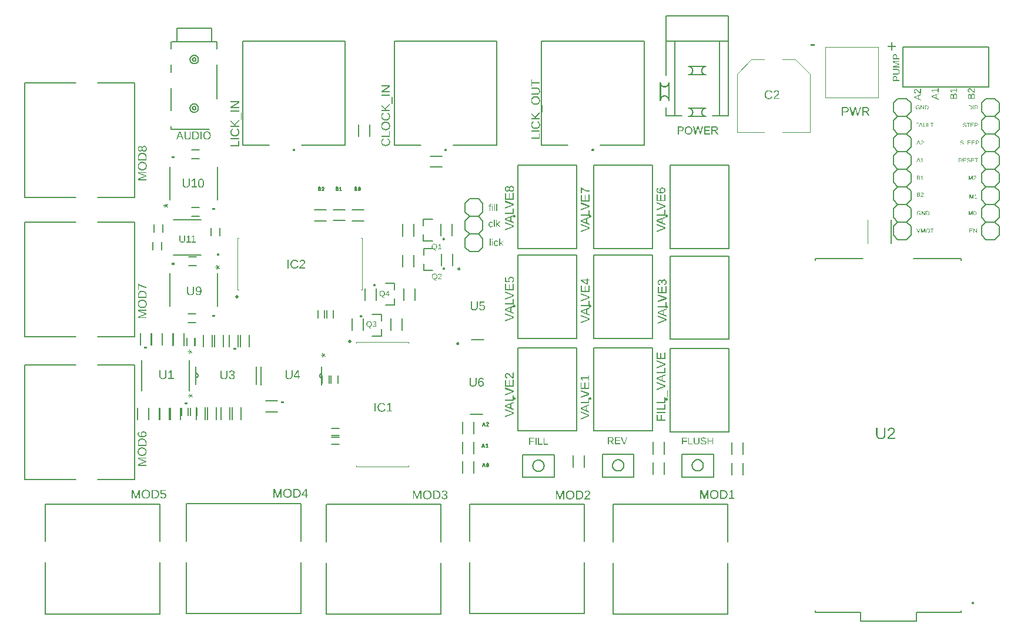
<source format=gbr>
G04 EAGLE Gerber RS-274X export*
G75*
%MOMM*%
%FSLAX34Y34*%
%LPD*%
%INSilkscreen Top*%
%IPPOS*%
%AMOC8*
5,1,8,0,0,1.08239X$1,22.5*%
G01*
G04 Define Apertures*
%ADD10C,0.152400*%
%ADD11C,0.127000*%
%ADD12C,0.120000*%
%ADD13C,0.200000*%
%ADD14C,0.500000*%
%ADD15C,0.100000*%
G36*
X181593Y399899D02*
X177529Y399899D01*
X177529Y402693D01*
X181593Y402693D01*
X181593Y399899D01*
G37*
G36*
X221702Y520319D02*
X217638Y520319D01*
X217638Y523113D01*
X221702Y523113D01*
X221702Y520319D01*
G37*
G36*
X217788Y676783D02*
X221852Y676783D01*
X221852Y673989D01*
X217788Y673989D01*
X217788Y676783D01*
G37*
G36*
X240091Y319127D02*
X236027Y319127D01*
X236027Y321921D01*
X240091Y321921D01*
X240091Y319127D01*
G37*
G36*
X280202Y445643D02*
X276138Y445643D01*
X276138Y448437D01*
X280202Y448437D01*
X280202Y445643D01*
G37*
G36*
X276288Y602107D02*
X280352Y602107D01*
X280352Y599313D01*
X276288Y599313D01*
X276288Y602107D01*
G37*
G36*
X306666Y400836D02*
X310730Y400836D01*
X310730Y398042D01*
X306666Y398042D01*
X306666Y400836D01*
G37*
G36*
X379262Y320889D02*
X375198Y320889D01*
X375198Y323683D01*
X379262Y323683D01*
X379262Y320889D01*
G37*
G36*
X1293425Y618490D02*
X1291025Y618490D01*
X1291025Y624402D01*
X1293173Y624402D01*
X1293661Y624380D01*
X1293881Y624352D01*
X1294084Y624313D01*
X1294271Y624262D01*
X1294442Y624201D01*
X1294596Y624128D01*
X1294734Y624044D01*
X1294856Y623948D01*
X1294962Y623842D01*
X1295051Y623724D01*
X1295125Y623595D01*
X1295182Y623455D01*
X1295222Y623304D01*
X1295247Y623141D01*
X1295255Y622967D01*
X1295236Y622716D01*
X1295181Y622485D01*
X1295089Y622275D01*
X1294961Y622086D01*
X1294835Y621959D01*
X1294799Y621922D01*
X1294606Y621788D01*
X1294383Y621683D01*
X1294130Y621608D01*
X1294462Y621547D01*
X1294754Y621448D01*
X1295006Y621311D01*
X1295166Y621178D01*
X1295217Y621136D01*
X1295384Y620929D01*
X1295503Y620697D01*
X1295575Y620439D01*
X1295599Y620156D01*
X1295590Y619964D01*
X1295563Y619783D01*
X1295518Y619613D01*
X1295455Y619455D01*
X1295374Y619307D01*
X1295275Y619170D01*
X1295159Y619044D01*
X1295024Y618928D01*
X1294873Y618826D01*
X1294708Y618737D01*
X1294530Y618661D01*
X1294337Y618600D01*
X1294130Y618552D01*
X1293909Y618517D01*
X1293674Y618497D01*
X1293425Y618490D01*
G37*
%LPC*%
G36*
X1293383Y619132D02*
X1293725Y619149D01*
X1294018Y619200D01*
X1294260Y619285D01*
X1294453Y619405D01*
X1294600Y619558D01*
X1294705Y619745D01*
X1294768Y619965D01*
X1294789Y620219D01*
X1294766Y620464D01*
X1294697Y620676D01*
X1294582Y620856D01*
X1294422Y621002D01*
X1294215Y621117D01*
X1293963Y621198D01*
X1293664Y621247D01*
X1293320Y621264D01*
X1291826Y621264D01*
X1291826Y619132D01*
X1293383Y619132D01*
G37*
G36*
X1293173Y621889D02*
X1293474Y621904D01*
X1293734Y621949D01*
X1293953Y622025D01*
X1294132Y622130D01*
X1294271Y622267D01*
X1294370Y622436D01*
X1294429Y622637D01*
X1294449Y622871D01*
X1294429Y623093D01*
X1294367Y623281D01*
X1294265Y623435D01*
X1294122Y623555D01*
X1293940Y623645D01*
X1293721Y623709D01*
X1293466Y623748D01*
X1293173Y623760D01*
X1291826Y623760D01*
X1291826Y621889D01*
X1293173Y621889D01*
G37*
%LPD*%
G36*
X1300386Y618490D02*
X1296471Y618490D01*
X1296471Y619023D01*
X1296584Y619261D01*
X1296709Y619485D01*
X1296845Y619694D01*
X1296993Y619889D01*
X1297310Y620247D01*
X1297642Y620569D01*
X1298315Y621134D01*
X1298633Y621394D01*
X1298917Y621654D01*
X1299160Y621920D01*
X1299352Y622199D01*
X1299424Y622347D01*
X1299476Y622504D01*
X1299507Y622670D01*
X1299517Y622846D01*
X1299500Y623075D01*
X1299446Y623278D01*
X1299357Y623453D01*
X1299232Y623601D01*
X1299075Y623718D01*
X1298891Y623802D01*
X1298679Y623853D01*
X1298439Y623869D01*
X1298208Y623853D01*
X1297999Y623804D01*
X1297811Y623722D01*
X1297644Y623607D01*
X1297504Y623463D01*
X1297396Y623292D01*
X1297320Y623095D01*
X1297277Y622871D01*
X1296505Y622942D01*
X1296532Y623115D01*
X1296574Y623279D01*
X1296629Y623433D01*
X1296697Y623579D01*
X1296779Y623715D01*
X1296875Y623843D01*
X1297107Y624071D01*
X1297384Y624254D01*
X1297537Y624327D01*
X1297699Y624386D01*
X1297870Y624432D01*
X1298050Y624464D01*
X1298240Y624484D01*
X1298439Y624491D01*
X1298656Y624484D01*
X1298860Y624464D01*
X1299051Y624431D01*
X1299229Y624385D01*
X1299395Y624326D01*
X1299547Y624253D01*
X1299687Y624168D01*
X1299813Y624069D01*
X1299926Y623958D01*
X1300023Y623836D01*
X1300106Y623703D01*
X1300174Y623558D01*
X1300226Y623403D01*
X1300264Y623237D01*
X1300286Y623059D01*
X1300294Y622871D01*
X1300284Y622699D01*
X1300254Y622528D01*
X1300205Y622357D01*
X1300136Y622187D01*
X1300048Y622017D01*
X1299941Y621847D01*
X1299668Y621507D01*
X1299216Y621074D01*
X1298481Y620454D01*
X1298048Y620079D01*
X1297713Y619743D01*
X1297468Y619432D01*
X1297375Y619280D01*
X1297302Y619132D01*
X1300386Y619132D01*
X1300386Y618490D01*
G37*
G36*
X1293425Y642620D02*
X1291025Y642620D01*
X1291025Y648532D01*
X1293173Y648532D01*
X1293661Y648510D01*
X1293881Y648482D01*
X1294084Y648443D01*
X1294271Y648392D01*
X1294442Y648331D01*
X1294596Y648258D01*
X1294734Y648174D01*
X1294856Y648078D01*
X1294962Y647972D01*
X1295051Y647854D01*
X1295125Y647725D01*
X1295182Y647585D01*
X1295222Y647434D01*
X1295247Y647271D01*
X1295255Y647097D01*
X1295236Y646846D01*
X1295181Y646615D01*
X1295089Y646405D01*
X1294961Y646216D01*
X1294835Y646089D01*
X1294799Y646052D01*
X1294606Y645918D01*
X1294383Y645813D01*
X1294130Y645738D01*
X1294462Y645677D01*
X1294754Y645578D01*
X1295006Y645441D01*
X1295166Y645308D01*
X1295217Y645266D01*
X1295384Y645059D01*
X1295503Y644827D01*
X1295575Y644569D01*
X1295599Y644286D01*
X1295590Y644094D01*
X1295563Y643913D01*
X1295518Y643743D01*
X1295455Y643585D01*
X1295374Y643437D01*
X1295275Y643300D01*
X1295159Y643174D01*
X1295024Y643058D01*
X1294873Y642956D01*
X1294708Y642867D01*
X1294530Y642791D01*
X1294337Y642730D01*
X1294130Y642682D01*
X1293909Y642647D01*
X1293674Y642627D01*
X1293425Y642620D01*
G37*
%LPC*%
G36*
X1293383Y643262D02*
X1293725Y643279D01*
X1294018Y643330D01*
X1294260Y643415D01*
X1294453Y643535D01*
X1294600Y643688D01*
X1294705Y643875D01*
X1294768Y644095D01*
X1294789Y644349D01*
X1294766Y644594D01*
X1294697Y644806D01*
X1294582Y644986D01*
X1294422Y645132D01*
X1294215Y645247D01*
X1293963Y645328D01*
X1293664Y645377D01*
X1293320Y645394D01*
X1291826Y645394D01*
X1291826Y643262D01*
X1293383Y643262D01*
G37*
G36*
X1293173Y646019D02*
X1293474Y646034D01*
X1293734Y646079D01*
X1293953Y646155D01*
X1294132Y646260D01*
X1294271Y646397D01*
X1294370Y646566D01*
X1294429Y646767D01*
X1294449Y647001D01*
X1294429Y647223D01*
X1294367Y647411D01*
X1294265Y647565D01*
X1294122Y647685D01*
X1293940Y647775D01*
X1293721Y647839D01*
X1293466Y647878D01*
X1293173Y647890D01*
X1291826Y647890D01*
X1291826Y646019D01*
X1293173Y646019D01*
G37*
%LPD*%
G36*
X1300399Y642620D02*
X1296693Y642620D01*
X1296693Y643262D01*
X1298200Y643262D01*
X1298200Y647811D01*
X1296865Y646858D01*
X1296865Y647571D01*
X1298263Y648532D01*
X1298959Y648532D01*
X1298959Y643262D01*
X1300399Y643262D01*
X1300399Y642620D01*
G37*
G36*
X1291168Y668020D02*
X1290337Y668020D01*
X1292750Y673932D01*
X1293660Y673932D01*
X1296035Y668020D01*
X1295217Y668020D01*
X1294541Y669749D01*
X1291847Y669749D01*
X1291168Y668020D01*
G37*
%LPC*%
G36*
X1294302Y670374D02*
X1293543Y672325D01*
X1293308Y672980D01*
X1293194Y673328D01*
X1293157Y673211D01*
X1293027Y672813D01*
X1292846Y672317D01*
X1292091Y670374D01*
X1294302Y670374D01*
G37*
%LPD*%
G36*
X1300399Y668020D02*
X1296693Y668020D01*
X1296693Y668662D01*
X1298200Y668662D01*
X1298200Y673211D01*
X1296865Y672258D01*
X1296865Y672971D01*
X1298263Y673932D01*
X1298959Y673932D01*
X1298959Y668662D01*
X1300399Y668662D01*
X1300399Y668020D01*
G37*
G36*
X1291168Y693420D02*
X1290337Y693420D01*
X1292750Y699332D01*
X1293660Y699332D01*
X1296035Y693420D01*
X1295217Y693420D01*
X1294541Y695149D01*
X1291847Y695149D01*
X1291168Y693420D01*
G37*
%LPC*%
G36*
X1294302Y695774D02*
X1293543Y697725D01*
X1293308Y698380D01*
X1293194Y698728D01*
X1293157Y698611D01*
X1293027Y698213D01*
X1292846Y697717D01*
X1292091Y695774D01*
X1294302Y695774D01*
G37*
%LPD*%
G36*
X1300386Y693420D02*
X1296471Y693420D01*
X1296471Y693953D01*
X1296584Y694191D01*
X1296709Y694415D01*
X1296845Y694624D01*
X1296993Y694819D01*
X1297310Y695177D01*
X1297642Y695499D01*
X1298315Y696064D01*
X1298633Y696324D01*
X1298917Y696584D01*
X1299160Y696850D01*
X1299352Y697129D01*
X1299424Y697277D01*
X1299476Y697434D01*
X1299507Y697600D01*
X1299517Y697776D01*
X1299500Y698005D01*
X1299446Y698208D01*
X1299357Y698383D01*
X1299232Y698531D01*
X1299075Y698648D01*
X1298891Y698732D01*
X1298679Y698783D01*
X1298439Y698799D01*
X1298208Y698783D01*
X1297999Y698734D01*
X1297811Y698652D01*
X1297644Y698537D01*
X1297504Y698393D01*
X1297396Y698222D01*
X1297320Y698025D01*
X1297277Y697801D01*
X1296505Y697872D01*
X1296532Y698045D01*
X1296574Y698209D01*
X1296629Y698363D01*
X1296697Y698509D01*
X1296779Y698645D01*
X1296875Y698773D01*
X1297107Y699001D01*
X1297384Y699184D01*
X1297537Y699257D01*
X1297699Y699316D01*
X1297870Y699362D01*
X1298050Y699394D01*
X1298240Y699414D01*
X1298439Y699421D01*
X1298656Y699414D01*
X1298860Y699394D01*
X1299051Y699361D01*
X1299229Y699315D01*
X1299395Y699256D01*
X1299547Y699183D01*
X1299687Y699098D01*
X1299813Y698999D01*
X1299926Y698888D01*
X1300023Y698766D01*
X1300106Y698633D01*
X1300174Y698488D01*
X1300226Y698333D01*
X1300264Y698167D01*
X1300286Y697989D01*
X1300294Y697801D01*
X1300284Y697629D01*
X1300254Y697458D01*
X1300205Y697287D01*
X1300136Y697117D01*
X1300048Y696947D01*
X1299941Y696777D01*
X1299668Y696437D01*
X1299216Y696004D01*
X1298481Y695384D01*
X1298048Y695009D01*
X1297713Y694673D01*
X1297468Y694362D01*
X1297375Y694210D01*
X1297302Y694062D01*
X1300386Y694062D01*
X1300386Y693420D01*
G37*
G36*
X1306531Y566336D02*
X1306091Y566359D01*
X1305683Y566428D01*
X1305306Y566544D01*
X1304959Y566705D01*
X1304649Y566911D01*
X1304377Y567157D01*
X1304144Y567445D01*
X1303950Y567773D01*
X1303798Y568137D01*
X1303689Y568530D01*
X1303624Y568952D01*
X1303602Y569403D01*
X1303614Y569748D01*
X1303651Y570074D01*
X1303711Y570380D01*
X1303796Y570667D01*
X1303905Y570935D01*
X1304039Y571183D01*
X1304196Y571412D01*
X1304378Y571621D01*
X1304582Y571809D01*
X1304804Y571971D01*
X1305046Y572108D01*
X1305307Y572221D01*
X1305586Y572308D01*
X1305885Y572371D01*
X1306203Y572408D01*
X1306539Y572421D01*
X1306975Y572398D01*
X1307382Y572331D01*
X1307758Y572219D01*
X1308105Y572062D01*
X1308416Y571862D01*
X1308689Y571622D01*
X1308923Y571341D01*
X1309118Y571019D01*
X1309271Y570662D01*
X1309381Y570273D01*
X1309446Y569854D01*
X1309468Y569403D01*
X1309446Y568954D01*
X1309380Y568534D01*
X1309269Y568142D01*
X1309114Y567780D01*
X1308917Y567451D01*
X1308682Y567164D01*
X1308408Y566916D01*
X1308096Y566710D01*
X1307750Y566546D01*
X1307373Y566429D01*
X1306967Y566359D01*
X1306531Y566336D01*
G37*
%LPC*%
G36*
X1306531Y566986D02*
X1306779Y566996D01*
X1307013Y567026D01*
X1307232Y567075D01*
X1307436Y567144D01*
X1307625Y567233D01*
X1307799Y567342D01*
X1307958Y567470D01*
X1308102Y567618D01*
X1308231Y567784D01*
X1308342Y567966D01*
X1308436Y568165D01*
X1308513Y568380D01*
X1308573Y568611D01*
X1308616Y568859D01*
X1308641Y569123D01*
X1308650Y569403D01*
X1308641Y569672D01*
X1308616Y569926D01*
X1308572Y570164D01*
X1308512Y570389D01*
X1308434Y570598D01*
X1308340Y570792D01*
X1308228Y570972D01*
X1308098Y571136D01*
X1307953Y571284D01*
X1307794Y571412D01*
X1307620Y571520D01*
X1307433Y571609D01*
X1307231Y571677D01*
X1307014Y571727D01*
X1306784Y571756D01*
X1306539Y571766D01*
X1306293Y571756D01*
X1306060Y571727D01*
X1305843Y571679D01*
X1305639Y571611D01*
X1305450Y571523D01*
X1305276Y571417D01*
X1305116Y571290D01*
X1304970Y571145D01*
X1304840Y570982D01*
X1304728Y570803D01*
X1304632Y570609D01*
X1304555Y570399D01*
X1304494Y570174D01*
X1304451Y569932D01*
X1304425Y569676D01*
X1304416Y569403D01*
X1304425Y569133D01*
X1304451Y568876D01*
X1304495Y568634D01*
X1304556Y568406D01*
X1304635Y568193D01*
X1304731Y567994D01*
X1304845Y567809D01*
X1304976Y567639D01*
X1305123Y567486D01*
X1305284Y567354D01*
X1305457Y567241D01*
X1305645Y567150D01*
X1305846Y567078D01*
X1306061Y567027D01*
X1306289Y566997D01*
X1306531Y566986D01*
G37*
%LPD*%
G36*
X1297457Y566420D02*
X1296744Y566420D01*
X1296744Y572332D01*
X1297797Y572332D01*
X1299371Y568233D01*
X1299532Y567702D01*
X1299635Y567293D01*
X1299775Y567803D01*
X1299920Y568233D01*
X1301464Y572332D01*
X1302492Y572332D01*
X1302492Y566420D01*
X1301771Y566420D01*
X1301771Y570364D01*
X1301780Y571006D01*
X1301808Y571623D01*
X1301613Y570954D01*
X1301439Y570448D01*
X1299912Y566420D01*
X1299350Y566420D01*
X1297801Y570448D01*
X1297566Y571162D01*
X1297428Y571623D01*
X1297440Y571157D01*
X1297457Y570364D01*
X1297457Y566420D01*
G37*
G36*
X1293601Y566420D02*
X1292771Y566420D01*
X1290358Y572332D01*
X1291201Y572332D01*
X1292838Y568170D01*
X1293190Y567125D01*
X1293543Y568170D01*
X1295171Y572332D01*
X1296014Y572332D01*
X1293601Y566420D01*
G37*
G36*
X1312904Y566420D02*
X1312106Y566420D01*
X1312106Y571678D01*
X1310076Y571678D01*
X1310076Y572332D01*
X1314935Y572332D01*
X1314935Y571678D01*
X1312904Y571678D01*
X1312904Y566420D01*
G37*
G36*
X1306111Y591820D02*
X1303900Y591820D01*
X1303900Y597732D01*
X1305855Y597732D01*
X1306220Y597721D01*
X1306564Y597685D01*
X1306886Y597626D01*
X1307186Y597544D01*
X1307465Y597438D01*
X1307723Y597309D01*
X1307959Y597156D01*
X1308174Y596979D01*
X1308365Y596781D01*
X1308531Y596563D01*
X1308671Y596325D01*
X1308786Y596067D01*
X1308875Y595789D01*
X1308939Y595492D01*
X1308977Y595174D01*
X1308990Y594837D01*
X1308968Y594394D01*
X1308901Y593979D01*
X1308789Y593594D01*
X1308633Y593236D01*
X1308436Y592913D01*
X1308202Y592630D01*
X1307931Y592388D01*
X1307622Y592185D01*
X1307282Y592025D01*
X1306917Y591911D01*
X1306527Y591843D01*
X1306111Y591820D01*
G37*
%LPC*%
G36*
X1306019Y592462D02*
X1306334Y592480D01*
X1306630Y592533D01*
X1306906Y592623D01*
X1307162Y592747D01*
X1307395Y592906D01*
X1307598Y593096D01*
X1307773Y593317D01*
X1307920Y593570D01*
X1308036Y593850D01*
X1308118Y594155D01*
X1308168Y594484D01*
X1308184Y594837D01*
X1308175Y595104D01*
X1308147Y595354D01*
X1308100Y595588D01*
X1308034Y595806D01*
X1307949Y596007D01*
X1307846Y596192D01*
X1307723Y596361D01*
X1307582Y596513D01*
X1307423Y596649D01*
X1307247Y596766D01*
X1307055Y596865D01*
X1306845Y596946D01*
X1306619Y597009D01*
X1306376Y597054D01*
X1306115Y597081D01*
X1305839Y597090D01*
X1304701Y597090D01*
X1304701Y592462D01*
X1306019Y592462D01*
G37*
%LPD*%
G36*
X1298395Y591820D02*
X1297681Y591820D01*
X1297681Y597732D01*
X1298613Y597732D01*
X1301810Y592663D01*
X1301772Y593373D01*
X1301760Y593855D01*
X1301760Y597732D01*
X1302482Y597732D01*
X1302482Y591820D01*
X1301517Y591820D01*
X1298353Y596855D01*
X1298374Y596448D01*
X1298395Y595748D01*
X1298395Y591820D01*
G37*
G36*
X1293731Y591736D02*
X1293284Y591759D01*
X1292868Y591828D01*
X1292484Y591944D01*
X1292133Y592105D01*
X1291817Y592310D01*
X1291541Y592556D01*
X1291304Y592842D01*
X1291107Y593169D01*
X1290952Y593532D01*
X1290841Y593925D01*
X1290774Y594349D01*
X1290752Y594803D01*
X1290764Y595153D01*
X1290800Y595482D01*
X1290861Y595791D01*
X1290945Y596080D01*
X1291054Y596349D01*
X1291187Y596597D01*
X1291343Y596824D01*
X1291524Y597032D01*
X1291727Y597217D01*
X1291949Y597377D01*
X1292191Y597512D01*
X1292453Y597623D01*
X1292734Y597710D01*
X1293034Y597771D01*
X1293354Y597808D01*
X1293694Y597821D01*
X1294162Y597800D01*
X1294583Y597738D01*
X1294959Y597634D01*
X1295288Y597489D01*
X1295577Y597298D01*
X1295831Y597058D01*
X1296049Y596768D01*
X1296232Y596427D01*
X1295469Y596201D01*
X1295331Y596436D01*
X1295169Y596636D01*
X1294984Y596803D01*
X1294774Y596935D01*
X1294539Y597036D01*
X1294278Y597108D01*
X1293989Y597151D01*
X1293673Y597166D01*
X1293424Y597156D01*
X1293191Y597127D01*
X1292973Y597079D01*
X1292770Y597011D01*
X1292581Y596924D01*
X1292408Y596818D01*
X1292250Y596692D01*
X1292108Y596547D01*
X1291981Y596384D01*
X1291871Y596206D01*
X1291778Y596012D01*
X1291702Y595802D01*
X1291642Y595576D01*
X1291600Y595334D01*
X1291575Y595077D01*
X1291566Y594803D01*
X1291575Y594531D01*
X1291602Y594273D01*
X1291647Y594030D01*
X1291710Y593801D01*
X1291791Y593587D01*
X1291890Y593388D01*
X1292006Y593204D01*
X1292141Y593035D01*
X1292292Y592883D01*
X1292456Y592751D01*
X1292634Y592640D01*
X1292826Y592549D01*
X1293032Y592478D01*
X1293251Y592427D01*
X1293484Y592397D01*
X1293731Y592386D01*
X1294016Y592397D01*
X1294291Y592431D01*
X1294556Y592486D01*
X1294812Y592563D01*
X1295051Y592659D01*
X1295266Y592770D01*
X1295457Y592898D01*
X1295624Y593041D01*
X1295624Y594107D01*
X1293857Y594107D01*
X1293857Y594778D01*
X1296362Y594778D01*
X1296362Y592739D01*
X1296114Y592513D01*
X1295840Y592315D01*
X1295538Y592143D01*
X1295211Y591998D01*
X1294862Y591884D01*
X1294500Y591802D01*
X1294123Y591752D01*
X1293731Y591736D01*
G37*
G36*
X1367337Y744220D02*
X1365126Y744220D01*
X1365126Y750132D01*
X1367081Y750132D01*
X1367446Y750121D01*
X1367789Y750085D01*
X1368111Y750026D01*
X1368412Y749944D01*
X1368691Y749838D01*
X1368948Y749709D01*
X1369185Y749556D01*
X1369399Y749379D01*
X1369591Y749181D01*
X1369757Y748963D01*
X1369897Y748725D01*
X1370012Y748467D01*
X1370101Y748189D01*
X1370165Y747892D01*
X1370203Y747574D01*
X1370216Y747237D01*
X1370193Y746794D01*
X1370126Y746379D01*
X1370015Y745994D01*
X1369859Y745636D01*
X1369662Y745313D01*
X1369428Y745030D01*
X1369156Y744788D01*
X1368848Y744585D01*
X1368508Y744425D01*
X1368143Y744311D01*
X1367752Y744243D01*
X1367337Y744220D01*
G37*
%LPC*%
G36*
X1367245Y744862D02*
X1367560Y744880D01*
X1367856Y744933D01*
X1368132Y745023D01*
X1368388Y745147D01*
X1368620Y745306D01*
X1368824Y745496D01*
X1368999Y745717D01*
X1369146Y745970D01*
X1369261Y746250D01*
X1369344Y746555D01*
X1369393Y746884D01*
X1369410Y747237D01*
X1369401Y747504D01*
X1369372Y747754D01*
X1369325Y747988D01*
X1369259Y748206D01*
X1369175Y748407D01*
X1369071Y748592D01*
X1368949Y748761D01*
X1368808Y748913D01*
X1368649Y749049D01*
X1368473Y749166D01*
X1368280Y749265D01*
X1368071Y749346D01*
X1367844Y749409D01*
X1367601Y749454D01*
X1367341Y749481D01*
X1367064Y749490D01*
X1365927Y749490D01*
X1365927Y744862D01*
X1367245Y744862D01*
G37*
%LPD*%
G36*
X1374490Y744220D02*
X1373688Y744220D01*
X1373688Y750132D01*
X1376470Y750132D01*
X1376713Y750125D01*
X1376941Y750104D01*
X1377155Y750070D01*
X1377355Y750021D01*
X1377541Y749958D01*
X1377712Y749881D01*
X1377869Y749790D01*
X1378012Y749686D01*
X1378140Y749568D01*
X1378250Y749440D01*
X1378343Y749301D01*
X1378420Y749151D01*
X1378479Y748990D01*
X1378522Y748818D01*
X1378547Y748635D01*
X1378556Y748441D01*
X1378532Y748125D01*
X1378460Y747835D01*
X1378340Y747571D01*
X1378172Y747334D01*
X1377962Y747130D01*
X1377790Y747017D01*
X1377715Y746967D01*
X1377432Y746847D01*
X1377112Y746767D01*
X1377827Y745683D01*
X1378791Y744220D01*
X1377868Y744220D01*
X1376332Y746675D01*
X1374490Y746675D01*
X1374490Y744220D01*
G37*
%LPC*%
G36*
X1376424Y747308D02*
X1376723Y747327D01*
X1376986Y747382D01*
X1377213Y747475D01*
X1377404Y747604D01*
X1377555Y747767D01*
X1377663Y747959D01*
X1377728Y748181D01*
X1377750Y748433D01*
X1377728Y748676D01*
X1377662Y748888D01*
X1377553Y749069D01*
X1377400Y749220D01*
X1377205Y749338D01*
X1376972Y749423D01*
X1376701Y749473D01*
X1376390Y749490D01*
X1374490Y749490D01*
X1374490Y747308D01*
X1376424Y747308D01*
G37*
%LPD*%
G36*
X1372203Y744220D02*
X1371401Y744220D01*
X1371401Y750132D01*
X1372203Y750132D01*
X1372203Y744220D01*
G37*
G36*
X1374969Y718820D02*
X1374168Y718820D01*
X1374168Y724732D01*
X1376656Y724732D01*
X1376898Y724725D01*
X1377125Y724703D01*
X1377339Y724667D01*
X1377538Y724616D01*
X1377724Y724550D01*
X1377895Y724470D01*
X1378053Y724376D01*
X1378196Y724267D01*
X1378324Y724144D01*
X1378435Y724010D01*
X1378528Y723864D01*
X1378605Y723705D01*
X1378665Y723535D01*
X1378707Y723353D01*
X1378733Y723159D01*
X1378741Y722953D01*
X1378733Y722749D01*
X1378707Y722555D01*
X1378664Y722372D01*
X1378605Y722200D01*
X1378528Y722039D01*
X1378433Y721888D01*
X1378322Y721748D01*
X1378194Y721619D01*
X1378051Y721503D01*
X1377896Y721402D01*
X1377728Y721317D01*
X1377548Y721247D01*
X1377356Y721193D01*
X1377152Y721155D01*
X1376935Y721131D01*
X1376706Y721124D01*
X1374969Y721124D01*
X1374969Y718820D01*
G37*
%LPC*%
G36*
X1376593Y721757D02*
X1376908Y721776D01*
X1377180Y721832D01*
X1377411Y721924D01*
X1377600Y722054D01*
X1377747Y722221D01*
X1377852Y722425D01*
X1377915Y722667D01*
X1377936Y722945D01*
X1377914Y723213D01*
X1377850Y723446D01*
X1377742Y723643D01*
X1377592Y723804D01*
X1377398Y723929D01*
X1377162Y724019D01*
X1376882Y724072D01*
X1376559Y724090D01*
X1374969Y724090D01*
X1374969Y721757D01*
X1376593Y721757D01*
G37*
%LPD*%
G36*
X1373107Y718820D02*
X1368449Y718820D01*
X1368449Y724732D01*
X1372935Y724732D01*
X1372935Y724078D01*
X1369250Y724078D01*
X1369250Y722181D01*
X1372683Y722181D01*
X1372683Y721535D01*
X1369250Y721535D01*
X1369250Y719475D01*
X1373107Y719475D01*
X1373107Y718820D01*
G37*
G36*
X1359671Y718736D02*
X1359408Y718742D01*
X1359159Y718760D01*
X1358924Y718789D01*
X1358704Y718830D01*
X1358497Y718883D01*
X1358305Y718947D01*
X1358127Y719024D01*
X1357964Y719112D01*
X1357814Y719211D01*
X1357679Y719323D01*
X1357558Y719446D01*
X1357451Y719581D01*
X1357358Y719728D01*
X1357280Y719886D01*
X1357216Y720056D01*
X1357165Y720238D01*
X1357942Y720394D01*
X1358028Y720145D01*
X1358152Y719931D01*
X1358313Y719754D01*
X1358512Y719611D01*
X1358750Y719502D01*
X1359027Y719424D01*
X1359344Y719377D01*
X1359700Y719361D01*
X1360066Y719378D01*
X1360388Y719428D01*
X1360665Y719511D01*
X1360898Y719628D01*
X1361082Y719777D01*
X1361214Y719957D01*
X1361293Y720168D01*
X1361313Y720285D01*
X1361320Y720410D01*
X1361311Y720548D01*
X1361287Y720673D01*
X1361245Y720783D01*
X1361187Y720880D01*
X1361029Y721045D01*
X1360816Y721178D01*
X1360554Y721286D01*
X1360245Y721375D01*
X1359511Y721548D01*
X1358895Y721703D01*
X1358447Y721858D01*
X1358123Y722022D01*
X1357875Y722204D01*
X1357689Y722411D01*
X1357554Y722651D01*
X1357505Y722784D01*
X1357470Y722926D01*
X1357449Y723078D01*
X1357442Y723239D01*
X1357451Y723423D01*
X1357479Y723597D01*
X1357524Y723759D01*
X1357588Y723911D01*
X1357669Y724052D01*
X1357769Y724182D01*
X1357887Y724301D01*
X1358024Y724409D01*
X1358177Y724506D01*
X1358345Y724589D01*
X1358530Y724660D01*
X1358730Y724718D01*
X1358946Y724763D01*
X1359177Y724795D01*
X1359425Y724814D01*
X1359687Y724821D01*
X1360161Y724801D01*
X1360576Y724743D01*
X1360931Y724647D01*
X1361227Y724512D01*
X1361356Y724428D01*
X1361474Y724331D01*
X1361681Y724095D01*
X1361847Y723805D01*
X1361974Y723461D01*
X1361185Y723322D01*
X1361106Y723541D01*
X1360997Y723728D01*
X1360858Y723882D01*
X1360690Y724004D01*
X1360490Y724097D01*
X1360255Y724163D01*
X1359984Y724203D01*
X1359679Y724216D01*
X1359345Y724202D01*
X1359054Y724158D01*
X1358804Y724084D01*
X1358596Y723981D01*
X1358433Y723849D01*
X1358316Y723689D01*
X1358246Y723499D01*
X1358223Y723281D01*
X1358232Y723150D01*
X1358259Y723031D01*
X1358304Y722925D01*
X1358368Y722829D01*
X1358544Y722665D01*
X1358785Y722527D01*
X1358955Y722462D01*
X1359193Y722389D01*
X1359872Y722223D01*
X1360415Y722095D01*
X1360680Y722024D01*
X1360934Y721940D01*
X1361173Y721842D01*
X1361397Y721728D01*
X1361599Y721593D01*
X1361773Y721430D01*
X1361915Y721238D01*
X1362022Y721015D01*
X1362090Y720754D01*
X1362113Y720452D01*
X1362103Y720254D01*
X1362073Y720066D01*
X1362023Y719891D01*
X1361953Y719726D01*
X1361863Y719574D01*
X1361753Y719433D01*
X1361623Y719303D01*
X1361473Y719185D01*
X1361305Y719080D01*
X1361120Y718989D01*
X1360919Y718911D01*
X1360702Y718848D01*
X1360469Y718799D01*
X1360219Y718764D01*
X1359953Y718743D01*
X1359671Y718736D01*
G37*
G36*
X1365515Y718820D02*
X1364718Y718820D01*
X1364718Y724078D01*
X1362687Y724078D01*
X1362687Y724732D01*
X1367546Y724732D01*
X1367546Y724078D01*
X1365515Y724078D01*
X1365515Y718820D01*
G37*
G36*
X1294648Y718820D02*
X1293817Y718820D01*
X1296230Y724732D01*
X1297140Y724732D01*
X1299515Y718820D01*
X1298697Y718820D01*
X1298021Y720549D01*
X1295327Y720549D01*
X1294648Y718820D01*
G37*
%LPC*%
G36*
X1297782Y721174D02*
X1297023Y723125D01*
X1296788Y723780D01*
X1296674Y724128D01*
X1296637Y724011D01*
X1296507Y723613D01*
X1296326Y723117D01*
X1295571Y721174D01*
X1297782Y721174D01*
G37*
%LPD*%
G36*
X1302617Y718736D02*
X1302266Y718753D01*
X1301938Y718802D01*
X1301632Y718885D01*
X1301350Y719000D01*
X1301095Y719148D01*
X1300870Y719325D01*
X1300675Y719532D01*
X1300511Y719768D01*
X1300381Y720032D01*
X1300287Y720320D01*
X1300232Y720632D01*
X1300213Y720968D01*
X1300213Y724732D01*
X1301014Y724732D01*
X1301014Y721036D01*
X1301021Y720839D01*
X1301040Y720655D01*
X1301072Y720483D01*
X1301117Y720323D01*
X1301175Y720176D01*
X1301246Y720040D01*
X1301329Y719917D01*
X1301426Y719806D01*
X1301534Y719708D01*
X1301654Y719623D01*
X1301785Y719550D01*
X1301928Y719491D01*
X1302082Y719445D01*
X1302248Y719413D01*
X1302425Y719393D01*
X1302613Y719386D01*
X1302807Y719393D01*
X1302990Y719414D01*
X1303161Y719448D01*
X1303322Y719495D01*
X1303471Y719556D01*
X1303610Y719631D01*
X1303737Y719719D01*
X1303853Y719821D01*
X1303957Y719936D01*
X1304047Y720063D01*
X1304123Y720203D01*
X1304185Y720355D01*
X1304234Y720520D01*
X1304268Y720698D01*
X1304289Y720888D01*
X1304296Y721090D01*
X1304296Y724732D01*
X1305093Y724732D01*
X1305093Y721044D01*
X1305074Y720698D01*
X1305017Y720376D01*
X1304922Y720079D01*
X1304789Y719806D01*
X1304621Y719561D01*
X1304422Y719347D01*
X1304191Y719164D01*
X1303929Y719011D01*
X1303638Y718891D01*
X1303323Y718805D01*
X1302983Y718753D01*
X1302617Y718736D01*
G37*
G36*
X1290556Y718820D02*
X1289755Y718820D01*
X1289755Y724732D01*
X1293955Y724732D01*
X1293955Y724078D01*
X1290556Y724078D01*
X1290556Y721879D01*
X1293855Y721879D01*
X1293855Y721216D01*
X1290556Y721216D01*
X1290556Y718820D01*
G37*
G36*
X1312915Y718820D02*
X1312118Y718820D01*
X1312118Y724078D01*
X1310087Y724078D01*
X1310087Y724732D01*
X1314946Y724732D01*
X1314946Y724078D01*
X1312915Y724078D01*
X1312915Y718820D01*
G37*
G36*
X1310232Y718820D02*
X1306442Y718820D01*
X1306442Y724732D01*
X1307244Y724732D01*
X1307244Y719475D01*
X1310232Y719475D01*
X1310232Y718820D01*
G37*
G36*
X1304841Y744220D02*
X1302630Y744220D01*
X1302630Y750132D01*
X1304585Y750132D01*
X1304950Y750121D01*
X1305294Y750085D01*
X1305616Y750026D01*
X1305916Y749944D01*
X1306195Y749838D01*
X1306453Y749709D01*
X1306689Y749556D01*
X1306904Y749379D01*
X1307095Y749181D01*
X1307261Y748963D01*
X1307401Y748725D01*
X1307516Y748467D01*
X1307605Y748189D01*
X1307669Y747892D01*
X1307707Y747574D01*
X1307720Y747237D01*
X1307698Y746794D01*
X1307631Y746379D01*
X1307519Y745994D01*
X1307363Y745636D01*
X1307166Y745313D01*
X1306932Y745030D01*
X1306661Y744788D01*
X1306352Y744585D01*
X1306012Y744425D01*
X1305647Y744311D01*
X1305257Y744243D01*
X1304841Y744220D01*
G37*
%LPC*%
G36*
X1304749Y744862D02*
X1305064Y744880D01*
X1305360Y744933D01*
X1305636Y745023D01*
X1305892Y745147D01*
X1306125Y745306D01*
X1306328Y745496D01*
X1306503Y745717D01*
X1306650Y745970D01*
X1306766Y746250D01*
X1306848Y746555D01*
X1306898Y746884D01*
X1306914Y747237D01*
X1306905Y747504D01*
X1306877Y747754D01*
X1306830Y747988D01*
X1306764Y748206D01*
X1306679Y748407D01*
X1306576Y748592D01*
X1306453Y748761D01*
X1306312Y748913D01*
X1306153Y749049D01*
X1305977Y749166D01*
X1305785Y749265D01*
X1305575Y749346D01*
X1305349Y749409D01*
X1305106Y749454D01*
X1304845Y749481D01*
X1304569Y749490D01*
X1303431Y749490D01*
X1303431Y744862D01*
X1304749Y744862D01*
G37*
%LPD*%
G36*
X1297125Y744220D02*
X1296411Y744220D01*
X1296411Y750132D01*
X1297343Y750132D01*
X1300540Y745063D01*
X1300502Y745773D01*
X1300490Y746255D01*
X1300490Y750132D01*
X1301212Y750132D01*
X1301212Y744220D01*
X1300247Y744220D01*
X1297083Y749255D01*
X1297104Y748848D01*
X1297125Y748148D01*
X1297125Y744220D01*
G37*
G36*
X1292461Y744136D02*
X1292014Y744159D01*
X1291598Y744228D01*
X1291214Y744344D01*
X1290863Y744505D01*
X1290547Y744710D01*
X1290271Y744956D01*
X1290034Y745242D01*
X1289837Y745569D01*
X1289682Y745932D01*
X1289571Y746325D01*
X1289504Y746749D01*
X1289482Y747203D01*
X1289494Y747553D01*
X1289530Y747882D01*
X1289591Y748191D01*
X1289675Y748480D01*
X1289784Y748749D01*
X1289917Y748997D01*
X1290073Y749224D01*
X1290254Y749432D01*
X1290457Y749617D01*
X1290679Y749777D01*
X1290921Y749912D01*
X1291183Y750023D01*
X1291464Y750110D01*
X1291764Y750171D01*
X1292084Y750208D01*
X1292424Y750221D01*
X1292892Y750200D01*
X1293313Y750138D01*
X1293689Y750034D01*
X1294018Y749889D01*
X1294307Y749698D01*
X1294561Y749458D01*
X1294779Y749168D01*
X1294962Y748827D01*
X1294199Y748601D01*
X1294061Y748836D01*
X1293899Y749036D01*
X1293714Y749203D01*
X1293504Y749335D01*
X1293269Y749436D01*
X1293008Y749508D01*
X1292719Y749551D01*
X1292403Y749566D01*
X1292154Y749556D01*
X1291921Y749527D01*
X1291703Y749479D01*
X1291500Y749411D01*
X1291311Y749324D01*
X1291138Y749218D01*
X1290980Y749092D01*
X1290838Y748947D01*
X1290711Y748784D01*
X1290601Y748606D01*
X1290508Y748412D01*
X1290432Y748202D01*
X1290372Y747976D01*
X1290330Y747734D01*
X1290305Y747477D01*
X1290296Y747203D01*
X1290305Y746931D01*
X1290332Y746673D01*
X1290377Y746430D01*
X1290440Y746201D01*
X1290521Y745987D01*
X1290620Y745788D01*
X1290736Y745604D01*
X1290871Y745435D01*
X1291022Y745283D01*
X1291186Y745151D01*
X1291364Y745040D01*
X1291556Y744949D01*
X1291762Y744878D01*
X1291981Y744827D01*
X1292214Y744797D01*
X1292461Y744786D01*
X1292746Y744797D01*
X1293021Y744831D01*
X1293286Y744886D01*
X1293542Y744963D01*
X1293781Y745059D01*
X1293996Y745170D01*
X1294187Y745298D01*
X1294354Y745441D01*
X1294354Y746507D01*
X1292587Y746507D01*
X1292587Y747178D01*
X1295092Y747178D01*
X1295092Y745139D01*
X1294844Y744913D01*
X1294570Y744715D01*
X1294268Y744543D01*
X1293941Y744398D01*
X1293592Y744284D01*
X1293230Y744202D01*
X1292853Y744152D01*
X1292461Y744136D01*
G37*
G36*
X1376258Y693420D02*
X1375457Y693420D01*
X1375457Y699332D01*
X1377945Y699332D01*
X1378187Y699325D01*
X1378414Y699303D01*
X1378628Y699267D01*
X1378827Y699216D01*
X1379013Y699150D01*
X1379184Y699070D01*
X1379342Y698976D01*
X1379485Y698867D01*
X1379613Y698744D01*
X1379724Y698610D01*
X1379817Y698464D01*
X1379894Y698305D01*
X1379954Y698135D01*
X1379996Y697953D01*
X1380022Y697759D01*
X1380030Y697553D01*
X1380022Y697349D01*
X1379996Y697155D01*
X1379953Y696972D01*
X1379894Y696800D01*
X1379817Y696639D01*
X1379722Y696488D01*
X1379611Y696348D01*
X1379483Y696219D01*
X1379340Y696103D01*
X1379185Y696002D01*
X1379017Y695917D01*
X1378837Y695847D01*
X1378645Y695793D01*
X1378441Y695755D01*
X1378224Y695731D01*
X1377995Y695724D01*
X1376258Y695724D01*
X1376258Y693420D01*
G37*
%LPC*%
G36*
X1377882Y696357D02*
X1378197Y696376D01*
X1378470Y696432D01*
X1378700Y696524D01*
X1378889Y696654D01*
X1379036Y696821D01*
X1379141Y697025D01*
X1379204Y697267D01*
X1379225Y697545D01*
X1379203Y697813D01*
X1379139Y698046D01*
X1379031Y698243D01*
X1378881Y698404D01*
X1378687Y698529D01*
X1378451Y698619D01*
X1378171Y698672D01*
X1377848Y698690D01*
X1376258Y698690D01*
X1376258Y696357D01*
X1377882Y696357D01*
G37*
%LPD*%
G36*
X1368646Y693420D02*
X1363988Y693420D01*
X1363988Y699332D01*
X1368474Y699332D01*
X1368474Y698678D01*
X1364789Y698678D01*
X1364789Y696781D01*
X1368222Y696781D01*
X1368222Y696135D01*
X1364789Y696135D01*
X1364789Y694075D01*
X1368646Y694075D01*
X1368646Y693420D01*
G37*
G36*
X1374364Y693420D02*
X1369707Y693420D01*
X1369707Y699332D01*
X1374192Y699332D01*
X1374192Y698678D01*
X1370508Y698678D01*
X1370508Y696781D01*
X1373941Y696781D01*
X1373941Y696135D01*
X1370508Y696135D01*
X1370508Y694075D01*
X1374364Y694075D01*
X1374364Y693420D01*
G37*
G36*
X1355678Y693336D02*
X1355415Y693342D01*
X1355166Y693360D01*
X1354932Y693389D01*
X1354711Y693430D01*
X1354505Y693483D01*
X1354313Y693547D01*
X1354135Y693624D01*
X1353972Y693712D01*
X1353822Y693811D01*
X1353687Y693923D01*
X1353566Y694046D01*
X1353459Y694181D01*
X1353366Y694328D01*
X1353288Y694486D01*
X1353223Y694656D01*
X1353173Y694838D01*
X1353950Y694994D01*
X1354036Y694745D01*
X1354159Y694531D01*
X1354321Y694354D01*
X1354520Y694211D01*
X1354758Y694102D01*
X1355035Y694024D01*
X1355352Y693977D01*
X1355708Y693961D01*
X1356074Y693978D01*
X1356395Y694028D01*
X1356673Y694111D01*
X1356906Y694228D01*
X1357090Y694377D01*
X1357222Y694557D01*
X1357301Y694768D01*
X1357321Y694885D01*
X1357327Y695010D01*
X1357319Y695148D01*
X1357294Y695273D01*
X1357253Y695383D01*
X1357195Y695480D01*
X1357036Y695645D01*
X1356824Y695778D01*
X1356562Y695886D01*
X1356253Y695975D01*
X1355519Y696148D01*
X1354903Y696303D01*
X1354455Y696458D01*
X1354130Y696622D01*
X1353882Y696804D01*
X1353697Y697011D01*
X1353561Y697251D01*
X1353513Y697384D01*
X1353478Y697526D01*
X1353457Y697678D01*
X1353450Y697839D01*
X1353459Y698023D01*
X1353486Y698197D01*
X1353532Y698359D01*
X1353595Y698511D01*
X1353677Y698652D01*
X1353777Y698782D01*
X1353895Y698901D01*
X1354031Y699009D01*
X1354184Y699106D01*
X1354353Y699189D01*
X1354538Y699260D01*
X1354738Y699318D01*
X1354954Y699363D01*
X1355185Y699395D01*
X1355432Y699414D01*
X1355695Y699421D01*
X1356169Y699401D01*
X1356584Y699343D01*
X1356939Y699247D01*
X1357235Y699112D01*
X1357363Y699028D01*
X1357482Y698931D01*
X1357688Y698695D01*
X1357855Y698405D01*
X1357982Y698061D01*
X1357193Y697922D01*
X1357113Y698141D01*
X1357004Y698328D01*
X1356866Y698482D01*
X1356698Y698604D01*
X1356498Y698697D01*
X1356263Y698763D01*
X1355992Y698803D01*
X1355687Y698816D01*
X1355353Y698802D01*
X1355061Y698758D01*
X1354812Y698684D01*
X1354604Y698581D01*
X1354441Y698449D01*
X1354324Y698289D01*
X1354254Y698099D01*
X1354231Y697881D01*
X1354240Y697750D01*
X1354267Y697631D01*
X1354312Y697525D01*
X1354375Y697429D01*
X1354552Y697265D01*
X1354793Y697127D01*
X1354963Y697062D01*
X1355201Y696989D01*
X1355880Y696823D01*
X1356423Y696695D01*
X1356688Y696624D01*
X1356941Y696540D01*
X1357181Y696442D01*
X1357405Y696328D01*
X1357607Y696193D01*
X1357781Y696030D01*
X1357923Y695838D01*
X1358030Y695615D01*
X1358098Y695354D01*
X1358120Y695052D01*
X1358110Y694854D01*
X1358080Y694666D01*
X1358031Y694491D01*
X1357961Y694326D01*
X1357871Y694174D01*
X1357761Y694033D01*
X1357631Y693903D01*
X1357481Y693785D01*
X1357312Y693680D01*
X1357128Y693589D01*
X1356927Y693511D01*
X1356710Y693448D01*
X1356477Y693399D01*
X1356227Y693364D01*
X1355961Y693343D01*
X1355678Y693336D01*
G37*
G36*
X1362996Y693420D02*
X1359207Y693420D01*
X1359207Y699332D01*
X1360008Y699332D01*
X1360008Y694075D01*
X1362996Y694075D01*
X1362996Y693420D01*
G37*
G36*
X1352076Y668020D02*
X1351274Y668020D01*
X1351274Y673932D01*
X1354056Y673932D01*
X1354299Y673925D01*
X1354527Y673904D01*
X1354741Y673870D01*
X1354941Y673821D01*
X1355127Y673758D01*
X1355298Y673681D01*
X1355455Y673590D01*
X1355598Y673486D01*
X1355726Y673368D01*
X1355836Y673240D01*
X1355929Y673101D01*
X1356006Y672951D01*
X1356065Y672790D01*
X1356108Y672618D01*
X1356133Y672435D01*
X1356142Y672241D01*
X1356118Y671925D01*
X1356046Y671635D01*
X1355926Y671371D01*
X1355758Y671134D01*
X1355547Y670930D01*
X1355375Y670817D01*
X1355301Y670767D01*
X1355018Y670647D01*
X1354698Y670567D01*
X1355413Y669483D01*
X1356377Y668020D01*
X1355453Y668020D01*
X1353918Y670475D01*
X1352076Y670475D01*
X1352076Y668020D01*
G37*
%LPC*%
G36*
X1354010Y671108D02*
X1354309Y671127D01*
X1354572Y671182D01*
X1354799Y671275D01*
X1354990Y671404D01*
X1355141Y671567D01*
X1355249Y671759D01*
X1355314Y671981D01*
X1355336Y672233D01*
X1355314Y672476D01*
X1355248Y672688D01*
X1355139Y672869D01*
X1354986Y673020D01*
X1354791Y673138D01*
X1354558Y673223D01*
X1354287Y673273D01*
X1353976Y673290D01*
X1352076Y673290D01*
X1352076Y671108D01*
X1354010Y671108D01*
G37*
%LPD*%
G36*
X1362119Y668020D02*
X1357462Y668020D01*
X1357462Y673932D01*
X1361947Y673932D01*
X1361947Y673278D01*
X1358263Y673278D01*
X1358263Y671381D01*
X1361696Y671381D01*
X1361696Y670735D01*
X1358263Y670735D01*
X1358263Y668675D01*
X1362119Y668675D01*
X1362119Y668020D01*
G37*
G36*
X1373588Y668020D02*
X1368930Y668020D01*
X1368930Y673932D01*
X1373416Y673932D01*
X1373416Y673278D01*
X1369732Y673278D01*
X1369732Y671381D01*
X1373164Y671381D01*
X1373164Y670735D01*
X1369732Y670735D01*
X1369732Y668675D01*
X1373588Y668675D01*
X1373588Y668020D01*
G37*
G36*
X1365402Y667936D02*
X1365139Y667942D01*
X1364890Y667960D01*
X1364655Y667989D01*
X1364435Y668030D01*
X1364229Y668083D01*
X1364037Y668147D01*
X1363859Y668224D01*
X1363695Y668312D01*
X1363546Y668411D01*
X1363410Y668523D01*
X1363289Y668646D01*
X1363182Y668781D01*
X1363090Y668928D01*
X1363011Y669086D01*
X1362947Y669256D01*
X1362897Y669438D01*
X1363673Y669594D01*
X1363759Y669345D01*
X1363883Y669131D01*
X1364045Y668954D01*
X1364244Y668811D01*
X1364482Y668702D01*
X1364759Y668624D01*
X1365075Y668577D01*
X1365431Y668561D01*
X1365797Y668578D01*
X1366119Y668628D01*
X1366396Y668711D01*
X1366629Y668828D01*
X1366814Y668977D01*
X1366946Y669157D01*
X1367025Y669368D01*
X1367044Y669485D01*
X1367051Y669610D01*
X1367043Y669748D01*
X1367018Y669873D01*
X1366977Y669983D01*
X1366919Y670080D01*
X1366760Y670245D01*
X1366548Y670378D01*
X1366285Y670486D01*
X1365977Y670575D01*
X1365243Y670748D01*
X1364626Y670903D01*
X1364179Y671058D01*
X1363854Y671222D01*
X1363606Y671404D01*
X1363421Y671611D01*
X1363285Y671851D01*
X1363236Y671984D01*
X1363202Y672126D01*
X1363181Y672278D01*
X1363174Y672439D01*
X1363183Y672623D01*
X1363210Y672797D01*
X1363256Y672959D01*
X1363319Y673111D01*
X1363401Y673252D01*
X1363501Y673382D01*
X1363619Y673501D01*
X1363755Y673609D01*
X1363908Y673706D01*
X1364077Y673789D01*
X1364261Y673860D01*
X1364462Y673918D01*
X1364677Y673963D01*
X1364909Y673995D01*
X1365156Y674014D01*
X1365419Y674021D01*
X1365893Y674001D01*
X1366307Y673943D01*
X1366663Y673847D01*
X1366959Y673712D01*
X1367087Y673628D01*
X1367205Y673531D01*
X1367412Y673295D01*
X1367579Y673005D01*
X1367706Y672661D01*
X1366917Y672522D01*
X1366837Y672741D01*
X1366728Y672928D01*
X1366589Y673082D01*
X1366422Y673204D01*
X1366222Y673297D01*
X1365986Y673363D01*
X1365716Y673403D01*
X1365410Y673416D01*
X1365077Y673402D01*
X1364785Y673358D01*
X1364535Y673284D01*
X1364328Y673181D01*
X1364164Y673049D01*
X1364048Y672889D01*
X1363978Y672699D01*
X1363954Y672481D01*
X1363963Y672350D01*
X1363990Y672231D01*
X1364036Y672125D01*
X1364099Y672029D01*
X1364276Y671865D01*
X1364517Y671727D01*
X1364687Y671662D01*
X1364925Y671589D01*
X1365603Y671423D01*
X1366147Y671295D01*
X1366412Y671224D01*
X1366665Y671140D01*
X1366905Y671042D01*
X1367129Y670928D01*
X1367331Y670793D01*
X1367504Y670630D01*
X1367646Y670438D01*
X1367754Y670215D01*
X1367822Y669954D01*
X1367844Y669652D01*
X1367834Y669454D01*
X1367804Y669266D01*
X1367754Y669091D01*
X1367684Y668926D01*
X1367594Y668774D01*
X1367484Y668633D01*
X1367354Y668503D01*
X1367204Y668385D01*
X1367036Y668280D01*
X1366852Y668189D01*
X1366651Y668111D01*
X1366434Y668048D01*
X1366200Y667999D01*
X1365950Y667964D01*
X1365684Y667943D01*
X1365402Y667936D01*
G37*
G36*
X1376965Y668020D02*
X1376168Y668020D01*
X1376168Y673278D01*
X1374137Y673278D01*
X1374137Y673932D01*
X1378996Y673932D01*
X1378996Y673278D01*
X1376965Y673278D01*
X1376965Y668020D01*
G37*
G36*
X1366161Y642620D02*
X1365447Y642620D01*
X1365447Y648532D01*
X1366501Y648532D01*
X1368074Y644433D01*
X1368236Y643902D01*
X1368339Y643493D01*
X1368479Y644003D01*
X1368624Y644433D01*
X1370168Y648532D01*
X1371196Y648532D01*
X1371196Y642620D01*
X1370474Y642620D01*
X1370474Y646564D01*
X1370484Y647206D01*
X1370512Y647823D01*
X1370317Y647154D01*
X1370143Y646648D01*
X1368616Y642620D01*
X1368053Y642620D01*
X1366505Y646648D01*
X1366270Y647362D01*
X1366131Y647823D01*
X1366144Y647357D01*
X1366161Y646564D01*
X1366161Y642620D01*
G37*
G36*
X1376246Y642620D02*
X1372331Y642620D01*
X1372331Y643153D01*
X1372444Y643391D01*
X1372569Y643615D01*
X1372705Y643824D01*
X1372853Y644019D01*
X1373170Y644377D01*
X1373502Y644699D01*
X1374175Y645264D01*
X1374493Y645524D01*
X1374777Y645784D01*
X1375020Y646050D01*
X1375212Y646329D01*
X1375284Y646477D01*
X1375336Y646634D01*
X1375367Y646800D01*
X1375377Y646976D01*
X1375360Y647205D01*
X1375306Y647408D01*
X1375217Y647583D01*
X1375092Y647731D01*
X1374935Y647848D01*
X1374751Y647932D01*
X1374539Y647983D01*
X1374299Y647999D01*
X1374068Y647983D01*
X1373859Y647934D01*
X1373671Y647852D01*
X1373504Y647737D01*
X1373364Y647593D01*
X1373256Y647422D01*
X1373180Y647225D01*
X1373137Y647001D01*
X1372365Y647072D01*
X1372392Y647245D01*
X1372434Y647409D01*
X1372489Y647563D01*
X1372557Y647709D01*
X1372639Y647845D01*
X1372735Y647973D01*
X1372967Y648201D01*
X1373244Y648384D01*
X1373397Y648457D01*
X1373559Y648516D01*
X1373730Y648562D01*
X1373910Y648594D01*
X1374100Y648614D01*
X1374299Y648621D01*
X1374516Y648614D01*
X1374720Y648594D01*
X1374911Y648561D01*
X1375089Y648515D01*
X1375255Y648456D01*
X1375407Y648383D01*
X1375547Y648298D01*
X1375673Y648199D01*
X1375786Y648088D01*
X1375883Y647966D01*
X1375966Y647833D01*
X1376034Y647688D01*
X1376086Y647533D01*
X1376124Y647367D01*
X1376146Y647189D01*
X1376154Y647001D01*
X1376144Y646829D01*
X1376114Y646658D01*
X1376065Y646487D01*
X1375996Y646317D01*
X1375908Y646147D01*
X1375801Y645977D01*
X1375528Y645637D01*
X1375076Y645204D01*
X1374341Y644584D01*
X1373908Y644209D01*
X1373573Y643873D01*
X1373328Y643562D01*
X1373235Y643410D01*
X1373162Y643262D01*
X1376246Y643262D01*
X1376246Y642620D01*
G37*
G36*
X1367431Y615950D02*
X1366717Y615950D01*
X1366717Y621862D01*
X1367771Y621862D01*
X1369344Y617763D01*
X1369506Y617232D01*
X1369609Y616823D01*
X1369749Y617333D01*
X1369894Y617763D01*
X1371438Y621862D01*
X1372466Y621862D01*
X1372466Y615950D01*
X1371744Y615950D01*
X1371744Y619894D01*
X1371754Y620536D01*
X1371782Y621153D01*
X1371587Y620484D01*
X1371413Y619978D01*
X1369886Y615950D01*
X1369323Y615950D01*
X1367775Y619978D01*
X1367540Y620692D01*
X1367401Y621153D01*
X1367414Y620687D01*
X1367431Y619894D01*
X1367431Y615950D01*
G37*
G36*
X1377529Y615950D02*
X1373823Y615950D01*
X1373823Y616592D01*
X1375330Y616592D01*
X1375330Y621141D01*
X1373995Y620188D01*
X1373995Y620901D01*
X1375393Y621862D01*
X1376089Y621862D01*
X1376089Y616592D01*
X1377529Y616592D01*
X1377529Y615950D01*
G37*
G36*
X1374278Y591736D02*
X1374031Y591748D01*
X1373800Y591785D01*
X1373585Y591845D01*
X1373385Y591930D01*
X1373202Y592039D01*
X1373034Y592173D01*
X1372882Y592330D01*
X1372746Y592512D01*
X1372626Y592718D01*
X1372522Y592945D01*
X1372434Y593195D01*
X1372362Y593467D01*
X1372306Y593761D01*
X1372266Y594078D01*
X1372242Y594417D01*
X1372234Y594778D01*
X1372242Y595147D01*
X1372266Y595492D01*
X1372304Y595813D01*
X1372359Y596111D01*
X1372429Y596384D01*
X1372514Y596634D01*
X1372615Y596859D01*
X1372732Y597061D01*
X1372865Y597239D01*
X1373016Y597393D01*
X1373186Y597524D01*
X1373373Y597631D01*
X1373579Y597714D01*
X1373802Y597773D01*
X1374044Y597809D01*
X1374303Y597821D01*
X1374556Y597809D01*
X1374791Y597773D01*
X1375010Y597713D01*
X1375211Y597629D01*
X1375395Y597521D01*
X1375562Y597389D01*
X1375712Y597233D01*
X1375845Y597053D01*
X1375962Y596849D01*
X1376063Y596623D01*
X1376148Y596373D01*
X1376218Y596100D01*
X1376273Y595804D01*
X1376311Y595485D01*
X1376335Y595143D01*
X1376342Y594778D01*
X1376334Y594419D01*
X1376310Y594081D01*
X1376269Y593766D01*
X1376212Y593472D01*
X1376138Y593200D01*
X1376049Y592951D01*
X1375943Y592723D01*
X1375820Y592517D01*
X1375682Y592334D01*
X1375528Y592175D01*
X1375358Y592041D01*
X1375173Y591931D01*
X1374973Y591846D01*
X1374757Y591785D01*
X1374525Y591748D01*
X1374278Y591736D01*
G37*
%LPC*%
G36*
X1374286Y592353D02*
X1374448Y592362D01*
X1374598Y592390D01*
X1374737Y592437D01*
X1374864Y592502D01*
X1374981Y592586D01*
X1375087Y592688D01*
X1375181Y592809D01*
X1375264Y592949D01*
X1375337Y593108D01*
X1375400Y593287D01*
X1375497Y593704D01*
X1375555Y594201D01*
X1375575Y594778D01*
X1375556Y595374D01*
X1375501Y595882D01*
X1375408Y596302D01*
X1375348Y596478D01*
X1375279Y596633D01*
X1375199Y596768D01*
X1375107Y596885D01*
X1375003Y596983D01*
X1374887Y597064D01*
X1374759Y597127D01*
X1374619Y597172D01*
X1374467Y597199D01*
X1374303Y597208D01*
X1374135Y597199D01*
X1373979Y597172D01*
X1373836Y597128D01*
X1373705Y597066D01*
X1373586Y596987D01*
X1373479Y596889D01*
X1373385Y596774D01*
X1373302Y596641D01*
X1373231Y596488D01*
X1373169Y596313D01*
X1373117Y596114D01*
X1373074Y595892D01*
X1373017Y595381D01*
X1372998Y594778D01*
X1373017Y594191D01*
X1373075Y593688D01*
X1373119Y593469D01*
X1373172Y593270D01*
X1373234Y593093D01*
X1373307Y592936D01*
X1373389Y592799D01*
X1373483Y592681D01*
X1373589Y592581D01*
X1373706Y592499D01*
X1373834Y592435D01*
X1373973Y592389D01*
X1374124Y592362D01*
X1374286Y592353D01*
G37*
%LPD*%
G36*
X1366161Y591820D02*
X1365447Y591820D01*
X1365447Y597732D01*
X1366501Y597732D01*
X1368074Y593633D01*
X1368236Y593102D01*
X1368339Y592693D01*
X1368479Y593203D01*
X1368624Y593633D01*
X1370168Y597732D01*
X1371196Y597732D01*
X1371196Y591820D01*
X1370474Y591820D01*
X1370474Y595764D01*
X1370484Y596406D01*
X1370512Y597023D01*
X1370317Y596354D01*
X1370143Y595848D01*
X1368616Y591820D01*
X1368053Y591820D01*
X1366505Y595848D01*
X1366270Y596562D01*
X1366131Y597023D01*
X1366144Y596557D01*
X1366161Y595764D01*
X1366161Y591820D01*
G37*
G36*
X1373149Y566420D02*
X1372436Y566420D01*
X1372436Y572332D01*
X1373367Y572332D01*
X1376565Y567263D01*
X1376527Y567973D01*
X1376514Y568455D01*
X1376514Y572332D01*
X1377236Y572332D01*
X1377236Y566420D01*
X1376271Y566420D01*
X1373107Y571455D01*
X1373128Y571048D01*
X1373149Y570348D01*
X1373149Y566420D01*
G37*
G36*
X1371375Y566420D02*
X1366717Y566420D01*
X1366717Y572332D01*
X1371203Y572332D01*
X1371203Y571678D01*
X1367518Y571678D01*
X1367518Y569781D01*
X1370951Y569781D01*
X1370951Y569135D01*
X1367518Y569135D01*
X1367518Y567075D01*
X1371375Y567075D01*
X1371375Y566420D01*
G37*
G36*
X1143900Y836272D02*
X1137766Y836272D01*
X1137766Y838235D01*
X1143900Y838235D01*
X1143900Y836272D01*
G37*
G36*
X1255372Y828978D02*
X1253568Y828978D01*
X1253568Y834229D01*
X1248367Y834229D01*
X1248367Y836020D01*
X1253568Y836020D01*
X1253568Y841271D01*
X1255372Y841271D01*
X1255372Y836020D01*
X1260574Y836020D01*
X1260574Y834229D01*
X1255372Y834229D01*
X1255372Y828978D01*
G37*
G36*
X733908Y261366D02*
X732570Y261366D01*
X732570Y271234D01*
X739581Y271234D01*
X739581Y270142D01*
X733908Y270142D01*
X733908Y266472D01*
X739413Y266472D01*
X739413Y265365D01*
X733908Y265365D01*
X733908Y261366D01*
G37*
G36*
X751613Y261366D02*
X745289Y261366D01*
X745289Y271234D01*
X746627Y271234D01*
X746627Y262459D01*
X751613Y262459D01*
X751613Y261366D01*
G37*
G36*
X759613Y261366D02*
X753289Y261366D01*
X753289Y271234D01*
X754627Y271234D01*
X754627Y262459D01*
X759613Y262459D01*
X759613Y261366D01*
G37*
G36*
X742805Y261366D02*
X741467Y261366D01*
X741467Y271234D01*
X742805Y271234D01*
X742805Y261366D01*
G37*
G36*
X847050Y262128D02*
X845713Y262128D01*
X845713Y271996D01*
X850356Y271996D01*
X850761Y271985D01*
X851142Y271950D01*
X851499Y271891D01*
X851833Y271810D01*
X852143Y271705D01*
X852429Y271577D01*
X852691Y271425D01*
X852930Y271250D01*
X853143Y271055D01*
X853327Y270841D01*
X853483Y270609D01*
X853610Y270358D01*
X853709Y270090D01*
X853780Y269803D01*
X853823Y269497D01*
X853837Y269174D01*
X853827Y268904D01*
X853797Y268646D01*
X853747Y268398D01*
X853677Y268162D01*
X853587Y267936D01*
X853476Y267721D01*
X853346Y267518D01*
X853196Y267325D01*
X853028Y267146D01*
X852845Y266985D01*
X852647Y266841D01*
X852558Y266788D01*
X852434Y266714D01*
X852205Y266604D01*
X851961Y266512D01*
X851702Y266437D01*
X851428Y266379D01*
X852620Y264570D01*
X854229Y262128D01*
X852688Y262128D01*
X850125Y266225D01*
X847050Y266225D01*
X847050Y262128D01*
G37*
%LPC*%
G36*
X850279Y267283D02*
X850536Y267291D01*
X850778Y267314D01*
X851005Y267352D01*
X851217Y267406D01*
X851414Y267476D01*
X851596Y267561D01*
X851762Y267661D01*
X851914Y267777D01*
X852050Y267906D01*
X852167Y268048D01*
X852266Y268203D01*
X852348Y268369D01*
X852411Y268548D01*
X852456Y268740D01*
X852483Y268944D01*
X852492Y269160D01*
X852483Y269369D01*
X852456Y269565D01*
X852410Y269748D01*
X852346Y269919D01*
X852264Y270077D01*
X852163Y270222D01*
X852044Y270354D01*
X851907Y270473D01*
X851753Y270579D01*
X851583Y270671D01*
X851396Y270748D01*
X851194Y270812D01*
X850975Y270861D01*
X850741Y270897D01*
X850490Y270918D01*
X850223Y270925D01*
X847050Y270925D01*
X847050Y267283D01*
X850279Y267283D01*
G37*
%LPD*%
G36*
X863830Y262128D02*
X856056Y262128D01*
X856056Y271996D01*
X863543Y271996D01*
X863543Y270904D01*
X857394Y270904D01*
X857394Y267738D01*
X863123Y267738D01*
X863123Y266659D01*
X857394Y266659D01*
X857394Y263221D01*
X863830Y263221D01*
X863830Y262128D01*
G37*
G36*
X869919Y262128D02*
X868532Y262128D01*
X864505Y271996D01*
X865913Y271996D01*
X868644Y265049D01*
X869233Y263305D01*
X869821Y265049D01*
X872539Y271996D01*
X873946Y271996D01*
X869919Y262128D01*
G37*
G36*
X990765Y261620D02*
X989428Y261620D01*
X989428Y271488D01*
X990765Y271488D01*
X990765Y267314D01*
X996102Y267314D01*
X996102Y271488D01*
X997440Y271488D01*
X997440Y261620D01*
X996102Y261620D01*
X996102Y266193D01*
X990765Y266193D01*
X990765Y261620D01*
G37*
G36*
X983521Y261480D02*
X983082Y261490D01*
X982667Y261519D01*
X982275Y261568D01*
X981907Y261637D01*
X981563Y261725D01*
X981242Y261833D01*
X980946Y261960D01*
X980672Y262107D01*
X980423Y262273D01*
X980197Y262459D01*
X979995Y262665D01*
X979817Y262890D01*
X979662Y263135D01*
X979531Y263400D01*
X979424Y263684D01*
X979340Y263987D01*
X980636Y264246D01*
X980699Y264031D01*
X980779Y263831D01*
X980875Y263646D01*
X980986Y263475D01*
X981113Y263319D01*
X981255Y263178D01*
X981414Y263052D01*
X981588Y262940D01*
X981778Y262843D01*
X981985Y262758D01*
X982208Y262686D01*
X982448Y262628D01*
X982704Y262582D01*
X982976Y262550D01*
X983265Y262530D01*
X983570Y262523D01*
X983885Y262530D01*
X984181Y262551D01*
X984459Y262586D01*
X984718Y262635D01*
X984959Y262697D01*
X985181Y262774D01*
X985385Y262864D01*
X985570Y262968D01*
X985735Y263086D01*
X985878Y263217D01*
X985999Y263360D01*
X986098Y263517D01*
X986175Y263687D01*
X986230Y263870D01*
X986263Y264066D01*
X986274Y264274D01*
X986260Y264505D01*
X986218Y264712D01*
X986150Y264897D01*
X986053Y265059D01*
X985932Y265203D01*
X985788Y265334D01*
X985622Y265452D01*
X985433Y265556D01*
X984995Y265736D01*
X984481Y265885D01*
X983255Y266172D01*
X982705Y266302D01*
X982226Y266432D01*
X981818Y266561D01*
X981480Y266691D01*
X981193Y266824D01*
X980938Y266965D01*
X980715Y267113D01*
X980524Y267269D01*
X980359Y267435D01*
X980214Y267614D01*
X980091Y267808D01*
X979988Y268014D01*
X979907Y268236D01*
X979849Y268473D01*
X979814Y268726D01*
X979802Y268995D01*
X979817Y269303D01*
X979863Y269592D01*
X979939Y269864D01*
X980045Y270117D01*
X980181Y270353D01*
X980348Y270570D01*
X980545Y270768D01*
X980772Y270949D01*
X981028Y271110D01*
X981309Y271249D01*
X981617Y271367D01*
X981951Y271464D01*
X982312Y271539D01*
X982698Y271593D01*
X983110Y271625D01*
X983549Y271635D01*
X983957Y271627D01*
X984340Y271603D01*
X984699Y271563D01*
X985032Y271507D01*
X985341Y271434D01*
X985625Y271346D01*
X985885Y271241D01*
X986120Y271121D01*
X986334Y270981D01*
X986531Y270818D01*
X986712Y270633D01*
X986876Y270425D01*
X987023Y270194D01*
X987154Y269941D01*
X987269Y269665D01*
X987366Y269366D01*
X986050Y269135D01*
X985989Y269324D01*
X985916Y269500D01*
X985832Y269663D01*
X985734Y269812D01*
X985625Y269947D01*
X985503Y270069D01*
X985369Y270178D01*
X985223Y270273D01*
X985063Y270356D01*
X984889Y270428D01*
X984700Y270489D01*
X984496Y270538D01*
X984045Y270605D01*
X983535Y270627D01*
X983248Y270621D01*
X982978Y270602D01*
X982726Y270572D01*
X982492Y270529D01*
X982274Y270474D01*
X982075Y270406D01*
X981893Y270327D01*
X981728Y270235D01*
X981582Y270131D01*
X981455Y270014D01*
X981348Y269886D01*
X981261Y269746D01*
X981192Y269594D01*
X981144Y269430D01*
X981115Y269253D01*
X981105Y269065D01*
X981120Y268847D01*
X981165Y268649D01*
X981241Y268471D01*
X981346Y268312D01*
X981481Y268169D01*
X981642Y268037D01*
X981829Y267917D01*
X982043Y267808D01*
X982327Y267699D01*
X982724Y267578D01*
X983234Y267445D01*
X983857Y267300D01*
X984764Y267086D01*
X985206Y266967D01*
X985629Y266827D01*
X986029Y266664D01*
X986403Y266474D01*
X986740Y266248D01*
X987030Y265976D01*
X987156Y265823D01*
X987267Y265656D01*
X987364Y265476D01*
X987447Y265283D01*
X987513Y265075D01*
X987560Y264849D01*
X987588Y264605D01*
X987597Y264344D01*
X987581Y264013D01*
X987531Y263700D01*
X987447Y263407D01*
X987330Y263133D01*
X987180Y262878D01*
X986997Y262643D01*
X986780Y262426D01*
X986529Y262229D01*
X986249Y262054D01*
X985941Y261901D01*
X985606Y261773D01*
X985243Y261667D01*
X984854Y261585D01*
X984437Y261527D01*
X983993Y261492D01*
X983521Y261480D01*
G37*
G36*
X973433Y261480D02*
X973135Y261487D01*
X972847Y261508D01*
X972568Y261542D01*
X972299Y261590D01*
X972039Y261652D01*
X971789Y261728D01*
X971549Y261818D01*
X971318Y261921D01*
X971099Y262038D01*
X970892Y262167D01*
X970698Y262308D01*
X970516Y262462D01*
X970347Y262629D01*
X970191Y262808D01*
X970048Y262999D01*
X969917Y263203D01*
X969801Y263418D01*
X969700Y263643D01*
X969614Y263879D01*
X969544Y264124D01*
X969490Y264379D01*
X969451Y264645D01*
X969428Y264920D01*
X969420Y265206D01*
X969420Y271488D01*
X970758Y271488D01*
X970758Y265318D01*
X970769Y264990D01*
X970801Y264683D01*
X970854Y264396D01*
X970929Y264129D01*
X971026Y263883D01*
X971144Y263657D01*
X971283Y263451D01*
X971444Y263266D01*
X971625Y263102D01*
X971825Y262959D01*
X972045Y262839D01*
X972283Y262741D01*
X972540Y262664D01*
X972817Y262609D01*
X973112Y262576D01*
X973426Y262566D01*
X973750Y262577D01*
X974055Y262611D01*
X974341Y262667D01*
X974609Y262747D01*
X974859Y262849D01*
X975089Y262973D01*
X975302Y263121D01*
X975496Y263290D01*
X975669Y263482D01*
X975819Y263695D01*
X975946Y263928D01*
X976050Y264183D01*
X976131Y264458D01*
X976189Y264754D01*
X976223Y265071D01*
X976235Y265409D01*
X976235Y271488D01*
X977566Y271488D01*
X977566Y265332D01*
X977558Y265038D01*
X977534Y264754D01*
X977494Y264480D01*
X977439Y264217D01*
X977367Y263964D01*
X977280Y263721D01*
X977177Y263488D01*
X977058Y263266D01*
X976924Y263055D01*
X976778Y262857D01*
X976618Y262672D01*
X976445Y262500D01*
X976259Y262340D01*
X976060Y262194D01*
X975847Y262060D01*
X975622Y261939D01*
X975385Y261831D01*
X975137Y261738D01*
X974879Y261659D01*
X974611Y261595D01*
X974332Y261544D01*
X974043Y261509D01*
X973743Y261487D01*
X973433Y261480D01*
G37*
G36*
X954109Y261620D02*
X952771Y261620D01*
X952771Y271488D01*
X959782Y271488D01*
X959782Y270396D01*
X954109Y270396D01*
X954109Y266726D01*
X959614Y266726D01*
X959614Y265619D01*
X954109Y265619D01*
X954109Y261620D01*
G37*
G36*
X967846Y261620D02*
X961521Y261620D01*
X961521Y271488D01*
X962859Y271488D01*
X962859Y262713D01*
X967846Y262713D01*
X967846Y261620D01*
G37*
G36*
X676390Y597916D02*
X675130Y597916D01*
X675130Y604577D01*
X674065Y604577D01*
X674065Y605494D01*
X675130Y605494D01*
X675130Y606349D01*
X675137Y606599D01*
X675158Y606831D01*
X675194Y607044D01*
X675243Y607240D01*
X675308Y607417D01*
X675386Y607576D01*
X675478Y607717D01*
X675585Y607840D01*
X675706Y607947D01*
X675843Y608040D01*
X675994Y608118D01*
X676161Y608182D01*
X676343Y608232D01*
X676540Y608267D01*
X676752Y608288D01*
X676979Y608296D01*
X677464Y608275D01*
X677676Y608248D01*
X677868Y608212D01*
X677868Y607252D01*
X677571Y607294D01*
X677308Y607308D01*
X677083Y607293D01*
X676891Y607247D01*
X676733Y607170D01*
X676607Y607063D01*
X676512Y606915D01*
X676445Y606718D01*
X676404Y606471D01*
X676390Y606173D01*
X676390Y605494D01*
X677868Y605494D01*
X677868Y604577D01*
X676390Y604577D01*
X676390Y597916D01*
G37*
G36*
X683245Y597916D02*
X681985Y597916D01*
X681985Y608310D01*
X683245Y608310D01*
X683245Y597916D01*
G37*
G36*
X686433Y597916D02*
X685172Y597916D01*
X685172Y608310D01*
X686433Y608310D01*
X686433Y597916D01*
G37*
G36*
X680051Y597916D02*
X678790Y597916D01*
X678790Y605494D01*
X680051Y605494D01*
X680051Y597916D01*
G37*
G36*
X680051Y607105D02*
X678790Y607105D01*
X678790Y608310D01*
X680051Y608310D01*
X680051Y607105D01*
G37*
G36*
X685925Y574802D02*
X684664Y574802D01*
X684664Y585196D01*
X685925Y585196D01*
X685925Y578703D01*
X689252Y582380D01*
X690730Y582380D01*
X687655Y579123D01*
X690891Y574802D01*
X689413Y574802D01*
X686849Y578262D01*
X685925Y577498D01*
X685925Y574802D01*
G37*
G36*
X677227Y574662D02*
X676841Y574678D01*
X676479Y574725D01*
X676141Y574803D01*
X675825Y574913D01*
X675534Y575055D01*
X675266Y575227D01*
X675021Y575431D01*
X674800Y575667D01*
X674604Y575933D01*
X674434Y576227D01*
X674290Y576550D01*
X674173Y576902D01*
X674081Y577283D01*
X674016Y577693D01*
X673976Y578131D01*
X673963Y578598D01*
X673976Y579062D01*
X674016Y579497D01*
X674082Y579905D01*
X674173Y580283D01*
X674292Y580634D01*
X674436Y580956D01*
X674607Y581250D01*
X674804Y581515D01*
X675025Y581751D01*
X675270Y581955D01*
X675537Y582128D01*
X675826Y582269D01*
X676139Y582379D01*
X676474Y582457D01*
X676832Y582504D01*
X677213Y582520D01*
X677498Y582511D01*
X677770Y582483D01*
X678029Y582435D01*
X678277Y582370D01*
X678512Y582285D01*
X678734Y582181D01*
X678945Y582059D01*
X679143Y581918D01*
X679325Y581760D01*
X679490Y581588D01*
X679638Y581402D01*
X679767Y581202D01*
X679878Y580987D01*
X679972Y580758D01*
X680048Y580515D01*
X680106Y580258D01*
X678810Y580160D01*
X678742Y580459D01*
X678637Y580725D01*
X678493Y580960D01*
X678313Y581161D01*
X678092Y581324D01*
X677829Y581440D01*
X677525Y581509D01*
X677178Y581533D01*
X676936Y581522D01*
X676712Y581491D01*
X676505Y581439D01*
X676315Y581366D01*
X676142Y581273D01*
X675987Y581158D01*
X675849Y581023D01*
X675728Y580867D01*
X675623Y580687D01*
X675532Y580478D01*
X675455Y580240D01*
X675392Y579974D01*
X675343Y579680D01*
X675308Y579357D01*
X675287Y579006D01*
X675280Y578626D01*
X675287Y578260D01*
X675310Y577919D01*
X675347Y577602D01*
X675399Y577309D01*
X675466Y577041D01*
X675548Y576798D01*
X675645Y576579D01*
X675756Y576385D01*
X675883Y576214D01*
X676025Y576066D01*
X676181Y575941D01*
X676353Y575839D01*
X676540Y575759D01*
X676743Y575702D01*
X676960Y575668D01*
X677192Y575656D01*
X677514Y575679D01*
X677809Y575748D01*
X678077Y575861D01*
X678316Y576021D01*
X678520Y576227D01*
X678681Y576483D01*
X678799Y576788D01*
X678873Y577141D01*
X680148Y577057D01*
X680101Y576791D01*
X680034Y576539D01*
X679948Y576300D01*
X679841Y576075D01*
X679715Y575864D01*
X679569Y575667D01*
X679402Y575483D01*
X679216Y575313D01*
X679013Y575161D01*
X678798Y575028D01*
X678569Y574916D01*
X678327Y574825D01*
X678071Y574754D01*
X677803Y574703D01*
X677522Y574672D01*
X677227Y574662D01*
G37*
G36*
X682737Y574802D02*
X681477Y574802D01*
X681477Y585196D01*
X682737Y585196D01*
X682737Y574802D01*
G37*
G36*
X690382Y547624D02*
X689122Y547624D01*
X689122Y558018D01*
X690382Y558018D01*
X690382Y551525D01*
X693709Y555202D01*
X695187Y555202D01*
X692112Y551945D01*
X695348Y547624D01*
X693870Y547624D01*
X691307Y551084D01*
X690382Y550320D01*
X690382Y547624D01*
G37*
G36*
X684841Y547484D02*
X684455Y547500D01*
X684093Y547547D01*
X683754Y547625D01*
X683439Y547735D01*
X683148Y547877D01*
X682880Y548049D01*
X682635Y548253D01*
X682414Y548489D01*
X682218Y548755D01*
X682048Y549049D01*
X681904Y549372D01*
X681786Y549724D01*
X681695Y550105D01*
X681629Y550515D01*
X681590Y550953D01*
X681577Y551420D01*
X681590Y551884D01*
X681630Y552319D01*
X681695Y552727D01*
X681787Y553105D01*
X681905Y553456D01*
X682050Y553778D01*
X682221Y554072D01*
X682418Y554337D01*
X682639Y554573D01*
X682883Y554777D01*
X683150Y554950D01*
X683440Y555091D01*
X683753Y555201D01*
X684088Y555279D01*
X684446Y555326D01*
X684827Y555342D01*
X685111Y555333D01*
X685383Y555305D01*
X685643Y555257D01*
X685891Y555192D01*
X686126Y555107D01*
X686348Y555003D01*
X686558Y554881D01*
X686756Y554740D01*
X686939Y554582D01*
X687104Y554410D01*
X687251Y554224D01*
X687381Y554024D01*
X687492Y553809D01*
X687586Y553580D01*
X687661Y553337D01*
X687719Y553080D01*
X686424Y552982D01*
X686356Y553281D01*
X686250Y553547D01*
X686107Y553782D01*
X685926Y553983D01*
X685706Y554146D01*
X685443Y554262D01*
X685139Y554331D01*
X684792Y554355D01*
X684550Y554344D01*
X684326Y554313D01*
X684118Y554261D01*
X683929Y554188D01*
X683756Y554095D01*
X683601Y553980D01*
X683463Y553845D01*
X683342Y553689D01*
X683237Y553509D01*
X683146Y553300D01*
X683069Y553062D01*
X683006Y552796D01*
X682957Y552502D01*
X682922Y552179D01*
X682901Y551828D01*
X682894Y551448D01*
X682901Y551082D01*
X682924Y550741D01*
X682961Y550424D01*
X683013Y550131D01*
X683080Y549863D01*
X683162Y549620D01*
X683258Y549401D01*
X683370Y549207D01*
X683497Y549036D01*
X683638Y548888D01*
X683795Y548763D01*
X683967Y548661D01*
X684154Y548581D01*
X684356Y548524D01*
X684573Y548490D01*
X684806Y548478D01*
X685128Y548501D01*
X685423Y548570D01*
X685690Y548683D01*
X685930Y548843D01*
X686134Y549049D01*
X686295Y549305D01*
X686413Y549610D01*
X686487Y549963D01*
X687761Y549879D01*
X687715Y549613D01*
X687648Y549361D01*
X687561Y549122D01*
X687455Y548897D01*
X687329Y548686D01*
X687182Y548489D01*
X687016Y548305D01*
X686830Y548135D01*
X686627Y547983D01*
X686411Y547850D01*
X686183Y547738D01*
X685940Y547647D01*
X685685Y547576D01*
X685417Y547525D01*
X685135Y547494D01*
X684841Y547484D01*
G37*
G36*
X676851Y547624D02*
X675591Y547624D01*
X675591Y558018D01*
X676851Y558018D01*
X676851Y547624D01*
G37*
G36*
X680000Y547624D02*
X678740Y547624D01*
X678740Y555202D01*
X680000Y555202D01*
X680000Y547624D01*
G37*
G36*
X680000Y556813D02*
X678740Y556813D01*
X678740Y558018D01*
X680000Y558018D01*
X680000Y556813D01*
G37*
G36*
X268326Y700920D02*
X267929Y700932D01*
X267542Y700969D01*
X267166Y701030D01*
X266801Y701115D01*
X266446Y701224D01*
X266102Y701358D01*
X265769Y701516D01*
X265447Y701698D01*
X265139Y701902D01*
X264851Y702123D01*
X264582Y702362D01*
X264332Y702619D01*
X264101Y702893D01*
X263890Y703185D01*
X263697Y703495D01*
X263524Y703823D01*
X263371Y704162D01*
X263238Y704506D01*
X263126Y704855D01*
X263034Y705208D01*
X262963Y705567D01*
X262912Y705930D01*
X262881Y706298D01*
X262871Y706671D01*
X262877Y707021D01*
X262895Y707362D01*
X262966Y708014D01*
X263085Y708628D01*
X263252Y709203D01*
X263467Y709740D01*
X263729Y710238D01*
X264039Y710698D01*
X264396Y711119D01*
X264791Y711495D01*
X265214Y711822D01*
X265665Y712098D01*
X266143Y712324D01*
X266649Y712500D01*
X267183Y712625D01*
X267460Y712669D01*
X267744Y712700D01*
X268036Y712719D01*
X268334Y712726D01*
X268724Y712714D01*
X269104Y712678D01*
X269475Y712619D01*
X269836Y712537D01*
X270187Y712431D01*
X270528Y712301D01*
X270860Y712148D01*
X271182Y711971D01*
X271490Y711773D01*
X271778Y711556D01*
X272048Y711321D01*
X272300Y711067D01*
X272532Y710795D01*
X272745Y710504D01*
X272940Y710194D01*
X273116Y709866D01*
X273272Y709522D01*
X273407Y709168D01*
X273521Y708802D01*
X273615Y708425D01*
X273688Y708037D01*
X273740Y707637D01*
X273771Y707226D01*
X273781Y706803D01*
X273770Y706375D01*
X273737Y705959D01*
X273683Y705553D01*
X273606Y705159D01*
X273508Y704777D01*
X273387Y704406D01*
X273245Y704047D01*
X273081Y703698D01*
X272897Y703366D01*
X272694Y703055D01*
X272473Y702765D01*
X272234Y702495D01*
X271977Y702246D01*
X271702Y702018D01*
X271408Y701811D01*
X271096Y701625D01*
X270772Y701459D01*
X270442Y701316D01*
X270105Y701195D01*
X269762Y701096D01*
X269412Y701019D01*
X269056Y700964D01*
X268694Y700931D01*
X268326Y700920D01*
G37*
%LPC*%
G36*
X268318Y702212D02*
X268735Y702231D01*
X269133Y702287D01*
X269512Y702381D01*
X269872Y702512D01*
X270213Y702680D01*
X270535Y702886D01*
X270839Y703130D01*
X271124Y703410D01*
X271382Y703726D01*
X271605Y704072D01*
X271795Y704450D01*
X271949Y704860D01*
X272070Y705301D01*
X272156Y705773D01*
X272207Y706276D01*
X272225Y706811D01*
X272217Y707154D01*
X272195Y707486D01*
X272158Y707806D01*
X272107Y708116D01*
X272041Y708414D01*
X271960Y708702D01*
X271864Y708978D01*
X271754Y709243D01*
X271629Y709496D01*
X271491Y709733D01*
X271340Y709957D01*
X271174Y710165D01*
X270995Y710359D01*
X270803Y710539D01*
X270596Y710704D01*
X270376Y710854D01*
X270146Y710988D01*
X269909Y711104D01*
X269665Y711203D01*
X269414Y711283D01*
X269157Y711346D01*
X268892Y711390D01*
X268620Y711417D01*
X268341Y711426D01*
X267948Y711409D01*
X267568Y711357D01*
X267202Y711271D01*
X266850Y711151D01*
X266512Y710996D01*
X266189Y710807D01*
X265879Y710583D01*
X265583Y710325D01*
X265312Y710026D01*
X265077Y709682D01*
X264879Y709292D01*
X264716Y708855D01*
X264590Y708372D01*
X264499Y707844D01*
X264445Y707269D01*
X264427Y706648D01*
X264444Y706146D01*
X264496Y705671D01*
X264583Y705224D01*
X264704Y704804D01*
X264860Y704412D01*
X265051Y704047D01*
X265276Y703709D01*
X265536Y703399D01*
X265822Y703121D01*
X266126Y702880D01*
X266447Y702676D01*
X266786Y702509D01*
X267143Y702379D01*
X267517Y702286D01*
X267909Y702231D01*
X268318Y702212D01*
G37*
%LPD*%
G36*
X251509Y701115D02*
X247392Y701115D01*
X247392Y712523D01*
X251322Y712523D01*
X251948Y712513D01*
X252495Y712482D01*
X252964Y712431D01*
X253353Y712360D01*
X253826Y712224D01*
X254262Y712043D01*
X254662Y711816D01*
X255027Y711543D01*
X255245Y711345D01*
X255449Y711135D01*
X255640Y710911D01*
X255815Y710674D01*
X255977Y710424D01*
X256125Y710160D01*
X256258Y709883D01*
X256377Y709593D01*
X256482Y709291D01*
X256572Y708979D01*
X256649Y708656D01*
X256712Y708322D01*
X256761Y707978D01*
X256796Y707623D01*
X256817Y707257D01*
X256824Y706881D01*
X256805Y706250D01*
X256748Y705656D01*
X256653Y705098D01*
X256521Y704578D01*
X256358Y704098D01*
X256174Y703660D01*
X255969Y703267D01*
X255742Y702916D01*
X255500Y702605D01*
X255245Y702329D01*
X254980Y702088D01*
X254704Y701881D01*
X254407Y701704D01*
X254081Y701550D01*
X253726Y701418D01*
X253342Y701309D01*
X252928Y701224D01*
X252485Y701163D01*
X252012Y701127D01*
X251509Y701115D01*
G37*
%LPC*%
G36*
X251338Y702461D02*
X251872Y702474D01*
X252345Y702514D01*
X252757Y702579D01*
X253108Y702671D01*
X253413Y702787D01*
X253685Y702924D01*
X253925Y703083D01*
X254132Y703263D01*
X254385Y703554D01*
X254609Y703892D01*
X254804Y704276D01*
X254968Y704706D01*
X255099Y705184D01*
X255193Y705709D01*
X255249Y706283D01*
X255268Y706905D01*
X255259Y707339D01*
X255231Y707748D01*
X255185Y708130D01*
X255121Y708487D01*
X255038Y708818D01*
X254937Y709123D01*
X254818Y709402D01*
X254680Y709656D01*
X254529Y709886D01*
X254371Y710096D01*
X254204Y710287D01*
X254029Y710458D01*
X253847Y710609D01*
X253657Y710740D01*
X253458Y710852D01*
X253252Y710943D01*
X252903Y711046D01*
X252460Y711119D01*
X251926Y711162D01*
X251299Y711177D01*
X248902Y711177D01*
X248902Y702461D01*
X251338Y702461D01*
G37*
%LPD*%
G36*
X225618Y701115D02*
X224015Y701115D01*
X228396Y712523D01*
X230022Y712523D01*
X234691Y701115D01*
X232972Y701115D01*
X231641Y704570D01*
X226870Y704570D01*
X225618Y701115D01*
G37*
%LPC*%
G36*
X231174Y705800D02*
X229983Y708959D01*
X229509Y710270D01*
X229174Y711325D01*
X229054Y710777D01*
X228911Y710231D01*
X228746Y709688D01*
X228559Y709146D01*
X227306Y705800D01*
X231174Y705800D01*
G37*
%LPD*%
G36*
X240429Y700920D02*
X240038Y700929D01*
X239664Y700955D01*
X239309Y700998D01*
X238972Y701058D01*
X238653Y701136D01*
X238353Y701231D01*
X238071Y701343D01*
X237807Y701473D01*
X237561Y701619D01*
X237334Y701780D01*
X237124Y701957D01*
X236933Y702149D01*
X236760Y702356D01*
X236606Y702580D01*
X236470Y702818D01*
X236352Y703072D01*
X236249Y703346D01*
X236161Y703643D01*
X236086Y703965D01*
X236025Y704310D01*
X235977Y704680D01*
X235943Y705073D01*
X235923Y705491D01*
X235916Y705932D01*
X235916Y712523D01*
X237425Y712523D01*
X237425Y705940D01*
X237443Y705245D01*
X237495Y704649D01*
X237581Y704150D01*
X237637Y703937D01*
X237702Y703749D01*
X237865Y703417D01*
X238077Y703125D01*
X238339Y702874D01*
X238651Y702663D01*
X239006Y702497D01*
X239399Y702377D01*
X239829Y702306D01*
X240058Y702288D01*
X240297Y702282D01*
X240698Y702294D01*
X241070Y702329D01*
X241411Y702388D01*
X241723Y702471D01*
X242005Y702577D01*
X242257Y702707D01*
X242479Y702860D01*
X242671Y703037D01*
X242836Y703247D01*
X242980Y703501D01*
X243102Y703799D01*
X243202Y704140D01*
X243279Y704525D01*
X243334Y704953D01*
X243368Y705424D01*
X243379Y705940D01*
X243379Y712523D01*
X244888Y712523D01*
X244888Y705932D01*
X244882Y705513D01*
X244864Y705116D01*
X244834Y704742D01*
X244791Y704389D01*
X244736Y704059D01*
X244670Y703750D01*
X244590Y703464D01*
X244499Y703200D01*
X244392Y702953D01*
X244266Y702718D01*
X244119Y702495D01*
X243954Y702283D01*
X243768Y702083D01*
X243563Y701895D01*
X243339Y701719D01*
X243095Y701554D01*
X242831Y701406D01*
X242547Y701277D01*
X242244Y701168D01*
X241921Y701079D01*
X241577Y701009D01*
X241215Y700960D01*
X240832Y700930D01*
X240429Y700920D01*
G37*
G36*
X260659Y701115D02*
X259149Y701115D01*
X259149Y712523D01*
X260659Y712523D01*
X260659Y701115D01*
G37*
G36*
X1077553Y759185D02*
X1077094Y759197D01*
X1076652Y759233D01*
X1076225Y759294D01*
X1075813Y759379D01*
X1075418Y759488D01*
X1075038Y759621D01*
X1074674Y759778D01*
X1074325Y759960D01*
X1073995Y760164D01*
X1073685Y760389D01*
X1073395Y760635D01*
X1073125Y760902D01*
X1072876Y761189D01*
X1072647Y761497D01*
X1072438Y761826D01*
X1072250Y762176D01*
X1072082Y762544D01*
X1071937Y762929D01*
X1071815Y763331D01*
X1071714Y763749D01*
X1071636Y764184D01*
X1071580Y764635D01*
X1071547Y765103D01*
X1071536Y765587D01*
X1071542Y765951D01*
X1071561Y766305D01*
X1071592Y766649D01*
X1071635Y766983D01*
X1071691Y767307D01*
X1071760Y767621D01*
X1071841Y767925D01*
X1071934Y768219D01*
X1072040Y768503D01*
X1072158Y768777D01*
X1072432Y769295D01*
X1072756Y769774D01*
X1073130Y770212D01*
X1073548Y770604D01*
X1074004Y770944D01*
X1074246Y771094D01*
X1074498Y771231D01*
X1074759Y771355D01*
X1075030Y771466D01*
X1075311Y771565D01*
X1075601Y771649D01*
X1075901Y771721D01*
X1076211Y771780D01*
X1076530Y771826D01*
X1076858Y771859D01*
X1077196Y771878D01*
X1077544Y771885D01*
X1078027Y771873D01*
X1078489Y771837D01*
X1078931Y771776D01*
X1079353Y771692D01*
X1079754Y771584D01*
X1080136Y771451D01*
X1080497Y771295D01*
X1080837Y771114D01*
X1081157Y770910D01*
X1081455Y770682D01*
X1081731Y770431D01*
X1081985Y770157D01*
X1082217Y769860D01*
X1082427Y769539D01*
X1082615Y769195D01*
X1082782Y768828D01*
X1081196Y768302D01*
X1081081Y768564D01*
X1080949Y768809D01*
X1080801Y769039D01*
X1080637Y769253D01*
X1080456Y769451D01*
X1080260Y769633D01*
X1080046Y769799D01*
X1079817Y769949D01*
X1079574Y770083D01*
X1079320Y770198D01*
X1079054Y770296D01*
X1078778Y770376D01*
X1078491Y770438D01*
X1078192Y770483D01*
X1077882Y770509D01*
X1077562Y770518D01*
X1077064Y770498D01*
X1076594Y770436D01*
X1076153Y770333D01*
X1075740Y770189D01*
X1075356Y770003D01*
X1075000Y769777D01*
X1074672Y769509D01*
X1074374Y769200D01*
X1074107Y768855D01*
X1073875Y768480D01*
X1073680Y768074D01*
X1073520Y767638D01*
X1073395Y767171D01*
X1073306Y766674D01*
X1073253Y766146D01*
X1073235Y765587D01*
X1073253Y765034D01*
X1073309Y764509D01*
X1073402Y764011D01*
X1073532Y763541D01*
X1073699Y763099D01*
X1073903Y762685D01*
X1074144Y762298D01*
X1074422Y761939D01*
X1074732Y761616D01*
X1075067Y761336D01*
X1075429Y761099D01*
X1075818Y760905D01*
X1076232Y760754D01*
X1076672Y760646D01*
X1077139Y760581D01*
X1077632Y760560D01*
X1077951Y760570D01*
X1078260Y760600D01*
X1078559Y760650D01*
X1078848Y760720D01*
X1079126Y760811D01*
X1079395Y760921D01*
X1079654Y761051D01*
X1079902Y761201D01*
X1080141Y761372D01*
X1080369Y761562D01*
X1080588Y761773D01*
X1080796Y762003D01*
X1080995Y762254D01*
X1081183Y762525D01*
X1081361Y762815D01*
X1081529Y763126D01*
X1082896Y762443D01*
X1082695Y762056D01*
X1082476Y761694D01*
X1082237Y761355D01*
X1081979Y761039D01*
X1081702Y760748D01*
X1081405Y760481D01*
X1081089Y760237D01*
X1080754Y760017D01*
X1080402Y759822D01*
X1080037Y759653D01*
X1079657Y759510D01*
X1079264Y759393D01*
X1078857Y759302D01*
X1078436Y759237D01*
X1078001Y759198D01*
X1077553Y759185D01*
G37*
G36*
X1092636Y759360D02*
X1084465Y759360D01*
X1084465Y760472D01*
X1084700Y760970D01*
X1084960Y761437D01*
X1085245Y761874D01*
X1085555Y762281D01*
X1085881Y762664D01*
X1086215Y763028D01*
X1086558Y763373D01*
X1086908Y763700D01*
X1087614Y764312D01*
X1088314Y764878D01*
X1088976Y765421D01*
X1089571Y765964D01*
X1089838Y766239D01*
X1090078Y766520D01*
X1090291Y766808D01*
X1090477Y767103D01*
X1090629Y767410D01*
X1090737Y767738D01*
X1090802Y768085D01*
X1090823Y768451D01*
X1090814Y768698D01*
X1090786Y768931D01*
X1090739Y769149D01*
X1090674Y769353D01*
X1090591Y769543D01*
X1090488Y769719D01*
X1090367Y769881D01*
X1090228Y770028D01*
X1090072Y770159D01*
X1089901Y770273D01*
X1089716Y770369D01*
X1089516Y770448D01*
X1089302Y770510D01*
X1089073Y770553D01*
X1088830Y770580D01*
X1088572Y770588D01*
X1088326Y770580D01*
X1088091Y770554D01*
X1087867Y770511D01*
X1087654Y770452D01*
X1087452Y770375D01*
X1087261Y770281D01*
X1087081Y770169D01*
X1086913Y770041D01*
X1086758Y769897D01*
X1086620Y769740D01*
X1086499Y769568D01*
X1086395Y769383D01*
X1086307Y769184D01*
X1086237Y768971D01*
X1086183Y768744D01*
X1086146Y768504D01*
X1084535Y768653D01*
X1084593Y769013D01*
X1084679Y769355D01*
X1084793Y769678D01*
X1084936Y769982D01*
X1085108Y770267D01*
X1085307Y770533D01*
X1085535Y770780D01*
X1085791Y771009D01*
X1086072Y771214D01*
X1086371Y771392D01*
X1086690Y771543D01*
X1087028Y771666D01*
X1087385Y771762D01*
X1087761Y771830D01*
X1088157Y771871D01*
X1088572Y771885D01*
X1089025Y771871D01*
X1089451Y771830D01*
X1089850Y771761D01*
X1090222Y771665D01*
X1090567Y771541D01*
X1090885Y771390D01*
X1091177Y771211D01*
X1091441Y771004D01*
X1091676Y770773D01*
X1091879Y770518D01*
X1092052Y770240D01*
X1092193Y769939D01*
X1092303Y769615D01*
X1092381Y769268D01*
X1092428Y768897D01*
X1092444Y768504D01*
X1092423Y768145D01*
X1092361Y767788D01*
X1092259Y767432D01*
X1092115Y767076D01*
X1091931Y766722D01*
X1091707Y766367D01*
X1091443Y766012D01*
X1091139Y765657D01*
X1090741Y765254D01*
X1090195Y764753D01*
X1089501Y764155D01*
X1088660Y763459D01*
X1088182Y763057D01*
X1087756Y762676D01*
X1087381Y762315D01*
X1087057Y761974D01*
X1086780Y761647D01*
X1086545Y761325D01*
X1086351Y761010D01*
X1086199Y760700D01*
X1092636Y760700D01*
X1092636Y759360D01*
G37*
G36*
X928370Y350606D02*
X916029Y355642D01*
X916029Y357543D01*
X928370Y362500D01*
X928370Y360792D01*
X924762Y359382D01*
X924762Y353759D01*
X928370Y352340D01*
X928370Y350606D01*
G37*
%LPC*%
G36*
X923456Y354267D02*
X923456Y358883D01*
X919384Y357298D01*
X918740Y357052D01*
X918017Y356807D01*
X917290Y356571D01*
X917536Y356492D01*
X918366Y356220D01*
X919401Y355844D01*
X923456Y354267D01*
G37*
%LPD*%
G36*
X928370Y384636D02*
X916029Y384636D01*
X916029Y393999D01*
X917396Y393999D01*
X917396Y386309D01*
X921354Y386309D01*
X921354Y393473D01*
X922703Y393473D01*
X922703Y386309D01*
X927004Y386309D01*
X927004Y394358D01*
X928370Y394358D01*
X928370Y384636D01*
G37*
G36*
X928370Y295574D02*
X916029Y295574D01*
X916029Y304341D01*
X917396Y304341D01*
X917396Y297247D01*
X921985Y297247D01*
X921985Y304131D01*
X923369Y304131D01*
X923369Y297247D01*
X928370Y297247D01*
X928370Y295574D01*
G37*
G36*
X916029Y340025D02*
X916029Y341785D01*
X924718Y345201D01*
X926899Y345937D01*
X924718Y346673D01*
X916029Y350071D01*
X916029Y351831D01*
X928370Y346795D01*
X928370Y345061D01*
X916029Y340025D01*
G37*
G36*
X916029Y371275D02*
X916029Y373035D01*
X924718Y376451D01*
X926899Y377187D01*
X924718Y377923D01*
X916029Y381321D01*
X916029Y383081D01*
X928370Y378045D01*
X928370Y376311D01*
X916029Y371275D01*
G37*
G36*
X928370Y311511D02*
X916029Y311511D01*
X916029Y313184D01*
X927004Y313184D01*
X927004Y319420D01*
X928370Y319420D01*
X928370Y311511D01*
G37*
G36*
X928370Y321480D02*
X916029Y321480D01*
X916029Y323153D01*
X927004Y323153D01*
X927004Y329389D01*
X928370Y329389D01*
X928370Y321480D01*
G37*
G36*
X928370Y364011D02*
X916029Y364011D01*
X916029Y365684D01*
X927004Y365684D01*
X927004Y371920D01*
X928370Y371920D01*
X928370Y364011D01*
G37*
G36*
X928370Y306695D02*
X916029Y306695D01*
X916029Y308368D01*
X928370Y308368D01*
X928370Y306695D01*
G37*
G36*
X931935Y329706D02*
X930796Y329706D01*
X930796Y340155D01*
X931935Y340155D01*
X931935Y329706D01*
G37*
G36*
X520094Y308793D02*
X519636Y308805D01*
X519193Y308841D01*
X518766Y308902D01*
X518355Y308987D01*
X517959Y309096D01*
X517579Y309229D01*
X517215Y309386D01*
X516867Y309568D01*
X516537Y309772D01*
X516226Y309997D01*
X515937Y310243D01*
X515667Y310510D01*
X515418Y310797D01*
X515189Y311105D01*
X514980Y311434D01*
X514791Y311784D01*
X514624Y312152D01*
X514479Y312537D01*
X514356Y312939D01*
X514256Y313357D01*
X514178Y313792D01*
X514122Y314243D01*
X514089Y314711D01*
X514077Y315195D01*
X514084Y315559D01*
X514102Y315913D01*
X514133Y316257D01*
X514177Y316591D01*
X514233Y316915D01*
X514302Y317229D01*
X514382Y317533D01*
X514476Y317827D01*
X514582Y318111D01*
X514700Y318385D01*
X514974Y318903D01*
X515298Y319382D01*
X515671Y319820D01*
X516089Y320212D01*
X516545Y320552D01*
X516787Y320702D01*
X517039Y320839D01*
X517301Y320963D01*
X517572Y321074D01*
X517853Y321173D01*
X518143Y321257D01*
X518443Y321329D01*
X518752Y321388D01*
X519071Y321434D01*
X519400Y321467D01*
X519738Y321486D01*
X520086Y321493D01*
X520568Y321481D01*
X521031Y321445D01*
X521473Y321384D01*
X521894Y321300D01*
X522296Y321192D01*
X522677Y321059D01*
X523038Y320903D01*
X523379Y320722D01*
X523699Y320518D01*
X523996Y320290D01*
X524272Y320039D01*
X524526Y319765D01*
X524758Y319468D01*
X524969Y319147D01*
X525157Y318803D01*
X525323Y318436D01*
X523738Y317910D01*
X523623Y318172D01*
X523491Y318417D01*
X523343Y318647D01*
X523179Y318861D01*
X522998Y319059D01*
X522801Y319241D01*
X522588Y319407D01*
X522359Y319557D01*
X522115Y319691D01*
X521861Y319806D01*
X521596Y319904D01*
X521320Y319984D01*
X521032Y320046D01*
X520734Y320091D01*
X520424Y320117D01*
X520103Y320126D01*
X519605Y320106D01*
X519135Y320044D01*
X518694Y319941D01*
X518281Y319797D01*
X517897Y319611D01*
X517541Y319385D01*
X517214Y319117D01*
X516915Y318808D01*
X516648Y318463D01*
X516417Y318088D01*
X516221Y317682D01*
X516061Y317246D01*
X515937Y316779D01*
X515848Y316282D01*
X515794Y315754D01*
X515777Y315195D01*
X515795Y314642D01*
X515851Y314117D01*
X515943Y313619D01*
X516073Y313149D01*
X516240Y312707D01*
X516444Y312293D01*
X516685Y311906D01*
X516963Y311547D01*
X517273Y311224D01*
X517609Y310944D01*
X517971Y310707D01*
X518359Y310513D01*
X518774Y310362D01*
X519214Y310254D01*
X519681Y310189D01*
X520173Y310168D01*
X520492Y310178D01*
X520801Y310208D01*
X521100Y310258D01*
X521389Y310328D01*
X521668Y310419D01*
X521937Y310529D01*
X522195Y310659D01*
X522444Y310809D01*
X522683Y310980D01*
X522911Y311170D01*
X523129Y311381D01*
X523338Y311611D01*
X523536Y311862D01*
X523724Y312133D01*
X523903Y312423D01*
X524071Y312734D01*
X525437Y312051D01*
X525237Y311664D01*
X525018Y311302D01*
X524779Y310963D01*
X524521Y310647D01*
X524243Y310356D01*
X523947Y310089D01*
X523631Y309845D01*
X523296Y309625D01*
X522944Y309430D01*
X522578Y309261D01*
X522199Y309118D01*
X521806Y309001D01*
X521399Y308910D01*
X520978Y308845D01*
X520543Y308806D01*
X520094Y308793D01*
G37*
G36*
X535204Y308968D02*
X527470Y308968D01*
X527470Y310308D01*
X530615Y310308D01*
X530615Y319802D01*
X527829Y317814D01*
X527829Y319303D01*
X530746Y321309D01*
X532200Y321309D01*
X532200Y310308D01*
X535204Y310308D01*
X535204Y308968D01*
G37*
G36*
X511526Y308968D02*
X509853Y308968D01*
X509853Y321309D01*
X511526Y321309D01*
X511526Y308968D01*
G37*
G36*
X394664Y515043D02*
X394206Y515055D01*
X393763Y515091D01*
X393336Y515152D01*
X392925Y515237D01*
X392529Y515346D01*
X392149Y515479D01*
X391785Y515636D01*
X391437Y515818D01*
X391107Y516022D01*
X390796Y516247D01*
X390507Y516493D01*
X390237Y516760D01*
X389988Y517047D01*
X389759Y517355D01*
X389550Y517684D01*
X389361Y518034D01*
X389194Y518402D01*
X389049Y518787D01*
X388926Y519189D01*
X388826Y519607D01*
X388748Y520042D01*
X388692Y520493D01*
X388659Y520961D01*
X388647Y521445D01*
X388654Y521809D01*
X388672Y522163D01*
X388703Y522507D01*
X388747Y522841D01*
X388803Y523165D01*
X388872Y523479D01*
X388952Y523783D01*
X389046Y524077D01*
X389152Y524361D01*
X389270Y524635D01*
X389544Y525153D01*
X389868Y525632D01*
X390241Y526070D01*
X390659Y526462D01*
X391115Y526802D01*
X391357Y526952D01*
X391609Y527089D01*
X391871Y527213D01*
X392142Y527324D01*
X392423Y527423D01*
X392713Y527507D01*
X393013Y527579D01*
X393322Y527638D01*
X393641Y527684D01*
X393970Y527717D01*
X394308Y527736D01*
X394656Y527743D01*
X395138Y527731D01*
X395601Y527695D01*
X396043Y527634D01*
X396464Y527550D01*
X396866Y527442D01*
X397247Y527309D01*
X397608Y527153D01*
X397949Y526972D01*
X398269Y526768D01*
X398566Y526540D01*
X398842Y526289D01*
X399096Y526015D01*
X399328Y525718D01*
X399539Y525397D01*
X399727Y525053D01*
X399893Y524686D01*
X398308Y524160D01*
X398193Y524422D01*
X398061Y524667D01*
X397913Y524897D01*
X397749Y525111D01*
X397568Y525309D01*
X397371Y525491D01*
X397158Y525657D01*
X396929Y525807D01*
X396685Y525941D01*
X396431Y526056D01*
X396166Y526154D01*
X395890Y526234D01*
X395602Y526296D01*
X395304Y526341D01*
X394994Y526367D01*
X394673Y526376D01*
X394175Y526356D01*
X393705Y526294D01*
X393264Y526191D01*
X392851Y526047D01*
X392467Y525861D01*
X392111Y525635D01*
X391784Y525367D01*
X391485Y525058D01*
X391218Y524713D01*
X390987Y524338D01*
X390791Y523932D01*
X390631Y523496D01*
X390507Y523029D01*
X390418Y522532D01*
X390364Y522004D01*
X390347Y521445D01*
X390365Y520892D01*
X390421Y520367D01*
X390513Y519869D01*
X390643Y519399D01*
X390810Y518957D01*
X391014Y518543D01*
X391255Y518156D01*
X391533Y517797D01*
X391843Y517474D01*
X392179Y517194D01*
X392541Y516957D01*
X392929Y516763D01*
X393344Y516612D01*
X393784Y516504D01*
X394251Y516439D01*
X394743Y516418D01*
X395062Y516428D01*
X395371Y516458D01*
X395670Y516508D01*
X395959Y516578D01*
X396238Y516669D01*
X396507Y516779D01*
X396765Y516909D01*
X397014Y517059D01*
X397253Y517230D01*
X397481Y517420D01*
X397699Y517631D01*
X397908Y517861D01*
X398106Y518112D01*
X398294Y518383D01*
X398473Y518673D01*
X398641Y518984D01*
X400007Y518301D01*
X399807Y517914D01*
X399588Y517552D01*
X399349Y517213D01*
X399091Y516897D01*
X398813Y516606D01*
X398517Y516339D01*
X398201Y516095D01*
X397866Y515875D01*
X397514Y515680D01*
X397148Y515511D01*
X396769Y515368D01*
X396376Y515251D01*
X395969Y515160D01*
X395548Y515095D01*
X395113Y515056D01*
X394664Y515043D01*
G37*
G36*
X409748Y515218D02*
X401576Y515218D01*
X401576Y516330D01*
X401812Y516828D01*
X402072Y517295D01*
X402357Y517732D01*
X402667Y518139D01*
X402993Y518522D01*
X403327Y518886D01*
X403669Y519231D01*
X404020Y519558D01*
X404726Y520170D01*
X405425Y520736D01*
X406088Y521279D01*
X406682Y521822D01*
X406949Y522097D01*
X407189Y522378D01*
X407402Y522666D01*
X407589Y522961D01*
X407740Y523268D01*
X407848Y523596D01*
X407913Y523943D01*
X407935Y524309D01*
X407925Y524556D01*
X407898Y524789D01*
X407851Y525007D01*
X407786Y525211D01*
X407702Y525401D01*
X407600Y525577D01*
X407479Y525739D01*
X407339Y525886D01*
X407183Y526017D01*
X407012Y526131D01*
X406827Y526227D01*
X406628Y526306D01*
X406413Y526368D01*
X406185Y526411D01*
X405942Y526438D01*
X405684Y526446D01*
X405438Y526438D01*
X405202Y526412D01*
X404978Y526369D01*
X404765Y526310D01*
X404563Y526233D01*
X404373Y526139D01*
X404193Y526027D01*
X404024Y525899D01*
X403869Y525755D01*
X403732Y525598D01*
X403610Y525426D01*
X403506Y525241D01*
X403419Y525042D01*
X403348Y524829D01*
X403295Y524602D01*
X403258Y524362D01*
X401646Y524511D01*
X401704Y524871D01*
X401790Y525213D01*
X401905Y525536D01*
X402048Y525840D01*
X402219Y526125D01*
X402419Y526391D01*
X402647Y526638D01*
X402903Y526867D01*
X403183Y527072D01*
X403482Y527250D01*
X403801Y527401D01*
X404139Y527524D01*
X404496Y527620D01*
X404873Y527688D01*
X405269Y527729D01*
X405684Y527743D01*
X406137Y527729D01*
X406563Y527688D01*
X406962Y527619D01*
X407334Y527523D01*
X407679Y527399D01*
X407997Y527248D01*
X408288Y527069D01*
X408552Y526862D01*
X408787Y526631D01*
X408991Y526376D01*
X409163Y526098D01*
X409304Y525797D01*
X409414Y525473D01*
X409492Y525126D01*
X409539Y524755D01*
X409555Y524362D01*
X409535Y524003D01*
X409473Y523646D01*
X409370Y523290D01*
X409227Y522934D01*
X409042Y522580D01*
X408818Y522225D01*
X408554Y521870D01*
X408250Y521515D01*
X407852Y521112D01*
X407306Y520611D01*
X406613Y520013D01*
X405771Y519317D01*
X405294Y518915D01*
X404867Y518534D01*
X404492Y518173D01*
X404169Y517832D01*
X403892Y517505D01*
X403656Y517183D01*
X403462Y516868D01*
X403310Y516558D01*
X409748Y516558D01*
X409748Y515218D01*
G37*
G36*
X386096Y515218D02*
X384423Y515218D01*
X384423Y527559D01*
X386096Y527559D01*
X386096Y515218D01*
G37*
G36*
X314730Y745945D02*
X302389Y745945D01*
X302389Y747889D01*
X312970Y754563D01*
X311489Y754484D01*
X310482Y754458D01*
X302389Y754458D01*
X302389Y755965D01*
X314730Y755965D01*
X314730Y753950D01*
X304220Y747346D01*
X305069Y747390D01*
X306532Y747434D01*
X314730Y747434D01*
X314730Y745945D01*
G37*
G36*
X314730Y719039D02*
X302389Y719039D01*
X302389Y720712D01*
X308573Y720712D01*
X302389Y726659D01*
X302389Y728629D01*
X307749Y723374D01*
X314730Y729330D01*
X314730Y727254D01*
X308774Y722323D01*
X310000Y720712D01*
X314730Y720712D01*
X314730Y719039D01*
G37*
G36*
X308503Y705509D02*
X308139Y705516D01*
X307785Y705534D01*
X307441Y705565D01*
X307107Y705609D01*
X306783Y705665D01*
X306469Y705733D01*
X306165Y705814D01*
X305871Y705908D01*
X305587Y706014D01*
X305313Y706132D01*
X304795Y706406D01*
X304316Y706730D01*
X303878Y707103D01*
X303486Y707521D01*
X303146Y707977D01*
X302996Y708219D01*
X302859Y708471D01*
X302735Y708733D01*
X302624Y709004D01*
X302526Y709285D01*
X302441Y709575D01*
X302369Y709875D01*
X302310Y710184D01*
X302264Y710503D01*
X302231Y710832D01*
X302212Y711170D01*
X302205Y711518D01*
X302217Y712000D01*
X302253Y712463D01*
X302314Y712905D01*
X302398Y713326D01*
X302506Y713728D01*
X302639Y714109D01*
X302795Y714470D01*
X302976Y714811D01*
X303180Y715131D01*
X303408Y715428D01*
X303659Y715704D01*
X303933Y715958D01*
X304230Y716190D01*
X304551Y716401D01*
X304895Y716589D01*
X305262Y716755D01*
X305788Y715170D01*
X305526Y715055D01*
X305281Y714923D01*
X305051Y714775D01*
X304837Y714611D01*
X304639Y714430D01*
X304457Y714233D01*
X304291Y714020D01*
X304141Y713791D01*
X304008Y713547D01*
X303892Y713293D01*
X303794Y713028D01*
X303714Y712752D01*
X303652Y712464D01*
X303607Y712166D01*
X303581Y711856D01*
X303572Y711535D01*
X303592Y711037D01*
X303654Y710567D01*
X303757Y710126D01*
X303901Y709713D01*
X304087Y709329D01*
X304313Y708973D01*
X304581Y708646D01*
X304890Y708347D01*
X305235Y708080D01*
X305610Y707849D01*
X306016Y707653D01*
X306452Y707493D01*
X306919Y707369D01*
X307416Y707280D01*
X307944Y707226D01*
X308503Y707208D01*
X309056Y707227D01*
X309581Y707283D01*
X310079Y707375D01*
X310549Y707505D01*
X310991Y707672D01*
X311405Y707876D01*
X311792Y708117D01*
X312151Y708395D01*
X312474Y708705D01*
X312754Y709041D01*
X312991Y709403D01*
X313185Y709791D01*
X313336Y710205D01*
X313444Y710646D01*
X313509Y711113D01*
X313530Y711605D01*
X313520Y711924D01*
X313490Y712233D01*
X313440Y712532D01*
X313370Y712821D01*
X313279Y713100D01*
X313169Y713369D01*
X313039Y713627D01*
X312889Y713876D01*
X312718Y714114D01*
X312528Y714343D01*
X312317Y714561D01*
X312087Y714770D01*
X311836Y714968D01*
X311565Y715156D01*
X311275Y715335D01*
X310964Y715503D01*
X311647Y716869D01*
X312034Y716669D01*
X312396Y716450D01*
X312735Y716211D01*
X313051Y715953D01*
X313342Y715675D01*
X313609Y715379D01*
X313853Y715063D01*
X314073Y714728D01*
X314268Y714376D01*
X314437Y714010D01*
X314580Y713631D01*
X314697Y713238D01*
X314788Y712831D01*
X314853Y712410D01*
X314892Y711975D01*
X314905Y711526D01*
X314893Y711068D01*
X314857Y710625D01*
X314796Y710198D01*
X314711Y709787D01*
X314602Y709391D01*
X314469Y709011D01*
X314312Y708647D01*
X314130Y708299D01*
X313926Y707969D01*
X313701Y707658D01*
X313455Y707369D01*
X313189Y707099D01*
X312901Y706850D01*
X312593Y706621D01*
X312264Y706412D01*
X311914Y706223D01*
X311546Y706056D01*
X311161Y705911D01*
X310759Y705788D01*
X310341Y705688D01*
X309906Y705610D01*
X309455Y705554D01*
X308987Y705520D01*
X308503Y705509D01*
G37*
G36*
X314730Y691132D02*
X302389Y691132D01*
X302389Y692805D01*
X313364Y692805D01*
X313364Y699041D01*
X314730Y699041D01*
X314730Y691132D01*
G37*
G36*
X314730Y701285D02*
X302389Y701285D01*
X302389Y702958D01*
X314730Y702958D01*
X314730Y701285D01*
G37*
G36*
X314730Y741160D02*
X302389Y741160D01*
X302389Y742833D01*
X314730Y742833D01*
X314730Y741160D01*
G37*
G36*
X318295Y729264D02*
X317156Y729264D01*
X317156Y739713D01*
X318295Y739713D01*
X318295Y729264D01*
G37*
G36*
X741573Y750993D02*
X741208Y751000D01*
X740853Y751019D01*
X740508Y751050D01*
X740173Y751095D01*
X739849Y751152D01*
X739534Y751221D01*
X739230Y751303D01*
X738935Y751398D01*
X738651Y751506D01*
X738377Y751626D01*
X738113Y751759D01*
X737859Y751905D01*
X737381Y752234D01*
X736944Y752614D01*
X736553Y753039D01*
X736377Y753266D01*
X736214Y753503D01*
X736064Y753750D01*
X735927Y754007D01*
X735803Y754275D01*
X735692Y754551D01*
X735595Y754838D01*
X735510Y755135D01*
X735438Y755442D01*
X735380Y755759D01*
X735334Y756085D01*
X735301Y756422D01*
X735282Y756768D01*
X735275Y757124D01*
X735287Y757587D01*
X735322Y758035D01*
X735381Y758466D01*
X735463Y758883D01*
X735568Y759283D01*
X735697Y759668D01*
X735849Y760037D01*
X736024Y760391D01*
X736222Y760727D01*
X736441Y761042D01*
X736681Y761337D01*
X736943Y761612D01*
X737225Y761866D01*
X737529Y762100D01*
X737854Y762313D01*
X738201Y762506D01*
X738566Y762678D01*
X738947Y762826D01*
X739344Y762952D01*
X739757Y763055D01*
X740187Y763135D01*
X740633Y763192D01*
X741095Y763226D01*
X741573Y763238D01*
X742049Y763226D01*
X742510Y763192D01*
X742957Y763134D01*
X743388Y763053D01*
X743804Y762949D01*
X744205Y762821D01*
X744591Y762671D01*
X744962Y762498D01*
X745315Y762303D01*
X745647Y762087D01*
X745958Y761852D01*
X746248Y761597D01*
X746516Y761321D01*
X746764Y761025D01*
X746990Y760710D01*
X747196Y760374D01*
X747378Y760020D01*
X747537Y759651D01*
X747671Y759266D01*
X747780Y758865D01*
X747866Y758449D01*
X747926Y758017D01*
X747963Y757570D01*
X747975Y757107D01*
X747963Y756640D01*
X747927Y756189D01*
X747867Y755755D01*
X747783Y755336D01*
X747674Y754935D01*
X747542Y754549D01*
X747385Y754180D01*
X747204Y753827D01*
X747001Y753492D01*
X746776Y753178D01*
X746530Y752884D01*
X746262Y752610D01*
X745972Y752357D01*
X745662Y752125D01*
X745329Y751912D01*
X744975Y751720D01*
X744603Y751550D01*
X744216Y751402D01*
X743813Y751277D01*
X743396Y751175D01*
X742963Y751096D01*
X742515Y751039D01*
X742051Y751005D01*
X741573Y750993D01*
G37*
%LPC*%
G36*
X741573Y752692D02*
X742138Y752711D01*
X742673Y752766D01*
X743179Y752857D01*
X743654Y752985D01*
X744099Y753149D01*
X744515Y753350D01*
X744900Y753588D01*
X745256Y753862D01*
X745575Y754168D01*
X745852Y754503D01*
X746086Y754866D01*
X746277Y755258D01*
X746426Y755677D01*
X746533Y756126D01*
X746596Y756602D01*
X746618Y757107D01*
X746597Y757626D01*
X746535Y758113D01*
X746432Y758570D01*
X746288Y758995D01*
X746103Y759390D01*
X745876Y759753D01*
X745608Y760086D01*
X745299Y760387D01*
X744953Y760655D01*
X744572Y760887D01*
X744158Y761083D01*
X743709Y761244D01*
X743226Y761369D01*
X742709Y761458D01*
X742158Y761512D01*
X741573Y761530D01*
X741012Y761512D01*
X740483Y761458D01*
X739984Y761368D01*
X739517Y761242D01*
X739080Y761080D01*
X738674Y760882D01*
X738299Y760648D01*
X737955Y760378D01*
X737648Y760075D01*
X737381Y759743D01*
X737155Y759381D01*
X736970Y758989D01*
X736826Y758567D01*
X736724Y758116D01*
X736662Y757635D01*
X736642Y757124D01*
X736662Y756609D01*
X736723Y756125D01*
X736824Y755670D01*
X736966Y755246D01*
X737148Y754851D01*
X737371Y754487D01*
X737634Y754153D01*
X737938Y753849D01*
X738278Y753578D01*
X738651Y753343D01*
X739057Y753144D01*
X739495Y752982D01*
X739965Y752855D01*
X740469Y752765D01*
X741004Y752711D01*
X741573Y752692D01*
G37*
%LPD*%
G36*
X747800Y729678D02*
X735459Y729678D01*
X735459Y731351D01*
X741643Y731351D01*
X735459Y737298D01*
X735459Y739268D01*
X740819Y734013D01*
X747800Y739969D01*
X747800Y737893D01*
X741844Y732962D01*
X743070Y731351D01*
X747800Y731351D01*
X747800Y729678D01*
G37*
G36*
X743316Y765465D02*
X735459Y765465D01*
X735459Y767138D01*
X743176Y767138D01*
X743585Y767151D01*
X743970Y767192D01*
X744329Y767259D01*
X744662Y767353D01*
X744970Y767473D01*
X745253Y767621D01*
X745510Y767795D01*
X745742Y767996D01*
X745947Y768223D01*
X746125Y768473D01*
X746275Y768747D01*
X746399Y769045D01*
X746494Y769367D01*
X746563Y769712D01*
X746604Y770082D01*
X746618Y770475D01*
X746603Y770879D01*
X746561Y771261D01*
X746490Y771619D01*
X746391Y771954D01*
X746264Y772266D01*
X746108Y772555D01*
X745924Y772821D01*
X745711Y773063D01*
X745471Y773280D01*
X745206Y773467D01*
X744914Y773626D01*
X744595Y773756D01*
X744251Y773857D01*
X743881Y773929D01*
X743484Y773973D01*
X743062Y773987D01*
X735459Y773987D01*
X735459Y775651D01*
X743158Y775651D01*
X743526Y775641D01*
X743881Y775612D01*
X744223Y775562D01*
X744553Y775493D01*
X744869Y775403D01*
X745173Y775294D01*
X745464Y775165D01*
X745742Y775016D01*
X746005Y774849D01*
X746253Y774666D01*
X746484Y774466D01*
X746700Y774250D01*
X746899Y774017D01*
X747083Y773768D01*
X747250Y773503D01*
X747402Y773221D01*
X747536Y772924D01*
X747653Y772615D01*
X747751Y772292D01*
X747832Y771956D01*
X747894Y771608D01*
X747939Y771246D01*
X747966Y770871D01*
X747975Y770484D01*
X747967Y770111D01*
X747941Y769750D01*
X747898Y769402D01*
X747837Y769065D01*
X747760Y768740D01*
X747665Y768428D01*
X747553Y768127D01*
X747423Y767839D01*
X747278Y767564D01*
X747116Y767305D01*
X746939Y767063D01*
X746747Y766836D01*
X746539Y766625D01*
X746315Y766430D01*
X746076Y766250D01*
X745821Y766087D01*
X745552Y765941D01*
X745270Y765815D01*
X744976Y765708D01*
X744669Y765621D01*
X744349Y765553D01*
X744017Y765504D01*
X743673Y765475D01*
X743316Y765465D01*
G37*
G36*
X741573Y716148D02*
X741209Y716155D01*
X740855Y716173D01*
X740511Y716204D01*
X740177Y716248D01*
X739853Y716304D01*
X739539Y716373D01*
X739235Y716454D01*
X738941Y716547D01*
X738657Y716653D01*
X738383Y716771D01*
X737865Y717045D01*
X737386Y717369D01*
X736948Y717742D01*
X736556Y718160D01*
X736216Y718616D01*
X736066Y718858D01*
X735929Y719110D01*
X735805Y719372D01*
X735694Y719643D01*
X735596Y719924D01*
X735511Y720214D01*
X735439Y720514D01*
X735380Y720823D01*
X735334Y721142D01*
X735301Y721471D01*
X735282Y721809D01*
X735275Y722157D01*
X735287Y722639D01*
X735323Y723102D01*
X735384Y723544D01*
X735468Y723965D01*
X735576Y724367D01*
X735709Y724748D01*
X735865Y725109D01*
X736046Y725450D01*
X736250Y725770D01*
X736478Y726067D01*
X736729Y726343D01*
X737003Y726597D01*
X737300Y726829D01*
X737621Y727040D01*
X737965Y727228D01*
X738332Y727394D01*
X738858Y725809D01*
X738596Y725694D01*
X738351Y725562D01*
X738121Y725414D01*
X737907Y725250D01*
X737709Y725069D01*
X737527Y724872D01*
X737361Y724659D01*
X737211Y724430D01*
X737078Y724186D01*
X736962Y723932D01*
X736864Y723667D01*
X736784Y723391D01*
X736722Y723103D01*
X736677Y722805D01*
X736651Y722495D01*
X736642Y722174D01*
X736662Y721676D01*
X736724Y721206D01*
X736827Y720765D01*
X736971Y720352D01*
X737157Y719968D01*
X737383Y719612D01*
X737651Y719285D01*
X737960Y718986D01*
X738305Y718719D01*
X738680Y718488D01*
X739086Y718292D01*
X739522Y718132D01*
X739989Y718008D01*
X740486Y717919D01*
X741014Y717865D01*
X741573Y717848D01*
X742126Y717866D01*
X742651Y717922D01*
X743149Y718014D01*
X743619Y718144D01*
X744061Y718311D01*
X744475Y718515D01*
X744862Y718756D01*
X745221Y719034D01*
X745544Y719344D01*
X745824Y719680D01*
X746061Y720042D01*
X746255Y720430D01*
X746406Y720845D01*
X746514Y721285D01*
X746579Y721752D01*
X746600Y722244D01*
X746590Y722563D01*
X746560Y722872D01*
X746510Y723171D01*
X746440Y723460D01*
X746349Y723739D01*
X746239Y724008D01*
X746109Y724266D01*
X745959Y724515D01*
X745788Y724754D01*
X745598Y724982D01*
X745387Y725201D01*
X745157Y725409D01*
X744906Y725607D01*
X744635Y725796D01*
X744345Y725974D01*
X744034Y726142D01*
X744717Y727508D01*
X745104Y727308D01*
X745466Y727089D01*
X745805Y726850D01*
X746121Y726592D01*
X746412Y726315D01*
X746679Y726018D01*
X746923Y725702D01*
X747143Y725367D01*
X747338Y725015D01*
X747507Y724649D01*
X747650Y724270D01*
X747767Y723877D01*
X747858Y723470D01*
X747923Y723049D01*
X747962Y722614D01*
X747975Y722166D01*
X747963Y721707D01*
X747927Y721264D01*
X747866Y720837D01*
X747781Y720426D01*
X747672Y720030D01*
X747539Y719650D01*
X747382Y719286D01*
X747200Y718938D01*
X746996Y718608D01*
X746771Y718298D01*
X746525Y718008D01*
X746259Y717738D01*
X745971Y717489D01*
X745663Y717260D01*
X745334Y717051D01*
X744984Y716862D01*
X744616Y716695D01*
X744231Y716550D01*
X743829Y716427D01*
X743411Y716327D01*
X742976Y716249D01*
X742525Y716193D01*
X742057Y716160D01*
X741573Y716148D01*
G37*
G36*
X736826Y777453D02*
X735459Y777453D01*
X735459Y787595D01*
X736826Y787595D01*
X736826Y783356D01*
X747800Y783356D01*
X747800Y781692D01*
X736826Y781692D01*
X736826Y777453D01*
G37*
G36*
X747800Y701771D02*
X735459Y701771D01*
X735459Y703444D01*
X746434Y703444D01*
X746434Y709680D01*
X747800Y709680D01*
X747800Y701771D01*
G37*
G36*
X747800Y711924D02*
X735459Y711924D01*
X735459Y713597D01*
X747800Y713597D01*
X747800Y711924D01*
G37*
G36*
X751365Y739903D02*
X750226Y739903D01*
X750226Y750352D01*
X751365Y750352D01*
X751365Y739903D01*
G37*
G36*
X999053Y183189D02*
X998586Y183201D01*
X998136Y183237D01*
X997701Y183297D01*
X997283Y183382D01*
X996881Y183490D01*
X996496Y183622D01*
X996126Y183779D01*
X995773Y183960D01*
X995439Y184163D01*
X995124Y184388D01*
X994830Y184634D01*
X994557Y184902D01*
X994304Y185192D01*
X994071Y185502D01*
X993859Y185835D01*
X993667Y186189D01*
X993496Y186561D01*
X993349Y186948D01*
X993224Y187351D01*
X993122Y187768D01*
X993042Y188201D01*
X992985Y188650D01*
X992951Y189113D01*
X992940Y189591D01*
X992946Y189956D01*
X992965Y190311D01*
X992997Y190656D01*
X993041Y190991D01*
X993098Y191315D01*
X993168Y191630D01*
X993250Y191934D01*
X993345Y192229D01*
X993453Y192513D01*
X993573Y192787D01*
X993706Y193051D01*
X993851Y193305D01*
X994180Y193783D01*
X994560Y194220D01*
X994985Y194611D01*
X995212Y194787D01*
X995450Y194950D01*
X995697Y195100D01*
X995954Y195237D01*
X996221Y195361D01*
X996498Y195472D01*
X996785Y195569D01*
X997082Y195654D01*
X997388Y195726D01*
X997705Y195784D01*
X998032Y195830D01*
X998368Y195863D01*
X998715Y195882D01*
X999071Y195889D01*
X999534Y195877D01*
X999981Y195842D01*
X1000413Y195783D01*
X1000829Y195702D01*
X1001230Y195596D01*
X1001615Y195467D01*
X1001984Y195315D01*
X1002338Y195140D01*
X1002674Y194942D01*
X1002989Y194723D01*
X1003284Y194483D01*
X1003559Y194221D01*
X1003813Y193939D01*
X1004047Y193635D01*
X1004260Y193310D01*
X1004453Y192963D01*
X1004624Y192598D01*
X1004773Y192217D01*
X1004899Y191820D01*
X1005001Y191407D01*
X1005081Y190977D01*
X1005139Y190531D01*
X1005173Y190069D01*
X1005184Y189591D01*
X1005173Y189115D01*
X1005138Y188654D01*
X1005080Y188207D01*
X1004999Y187776D01*
X1004895Y187360D01*
X1004768Y186959D01*
X1004618Y186573D01*
X1004444Y186202D01*
X1004249Y185849D01*
X1004034Y185517D01*
X1003799Y185206D01*
X1003543Y184916D01*
X1003268Y184648D01*
X1002972Y184400D01*
X1002656Y184174D01*
X1002320Y183968D01*
X1001966Y183786D01*
X1001597Y183627D01*
X1001212Y183493D01*
X1000812Y183384D01*
X1000395Y183298D01*
X999964Y183238D01*
X999516Y183201D01*
X999053Y183189D01*
G37*
%LPC*%
G36*
X999053Y184546D02*
X999572Y184567D01*
X1000060Y184629D01*
X1000516Y184732D01*
X1000942Y184876D01*
X1001336Y185061D01*
X1001700Y185288D01*
X1002032Y185556D01*
X1002333Y185865D01*
X1002601Y186211D01*
X1002833Y186592D01*
X1003030Y187007D01*
X1003191Y187455D01*
X1003316Y187938D01*
X1003405Y188455D01*
X1003459Y189006D01*
X1003476Y189591D01*
X1003458Y190152D01*
X1003404Y190681D01*
X1003314Y191180D01*
X1003188Y191647D01*
X1003026Y192084D01*
X1002829Y192490D01*
X1002595Y192865D01*
X1002325Y193209D01*
X1002022Y193517D01*
X1001689Y193783D01*
X1001327Y194009D01*
X1000935Y194194D01*
X1000514Y194338D01*
X1000062Y194440D01*
X999582Y194502D01*
X999071Y194522D01*
X998556Y194502D01*
X998071Y194441D01*
X997617Y194340D01*
X997192Y194198D01*
X996798Y194016D01*
X996433Y193793D01*
X996099Y193530D01*
X995795Y193226D01*
X995524Y192886D01*
X995289Y192513D01*
X995091Y192107D01*
X994928Y191669D01*
X994802Y191199D01*
X994711Y190695D01*
X994657Y190160D01*
X994639Y189591D01*
X994657Y189026D01*
X994712Y188491D01*
X994803Y187985D01*
X994931Y187510D01*
X995096Y187065D01*
X995297Y186649D01*
X995534Y186264D01*
X995808Y185908D01*
X996115Y185589D01*
X996450Y185313D01*
X996813Y185078D01*
X997204Y184887D01*
X997624Y184738D01*
X998072Y184632D01*
X998549Y184568D01*
X999053Y184546D01*
G37*
%LPD*%
G36*
X1012115Y183364D02*
X1007499Y183364D01*
X1007499Y195705D01*
X1011581Y195705D01*
X1011967Y195699D01*
X1012342Y195680D01*
X1012706Y195650D01*
X1013059Y195607D01*
X1013401Y195551D01*
X1013731Y195484D01*
X1014050Y195404D01*
X1014358Y195312D01*
X1014655Y195207D01*
X1014941Y195091D01*
X1015215Y194962D01*
X1015479Y194820D01*
X1015731Y194667D01*
X1015972Y194501D01*
X1016201Y194323D01*
X1016420Y194133D01*
X1016626Y193931D01*
X1016819Y193719D01*
X1016999Y193496D01*
X1017165Y193264D01*
X1017318Y193020D01*
X1017458Y192767D01*
X1017584Y192503D01*
X1017697Y192229D01*
X1017797Y191944D01*
X1017884Y191649D01*
X1017957Y191344D01*
X1018017Y191028D01*
X1018063Y190702D01*
X1018097Y190365D01*
X1018117Y190019D01*
X1018123Y189661D01*
X1018112Y189192D01*
X1018077Y188737D01*
X1018019Y188296D01*
X1017937Y187871D01*
X1017833Y187461D01*
X1017705Y187066D01*
X1017553Y186685D01*
X1017379Y186320D01*
X1017183Y185972D01*
X1016968Y185646D01*
X1016733Y185340D01*
X1016479Y185055D01*
X1016205Y184792D01*
X1015912Y184549D01*
X1015600Y184327D01*
X1015268Y184126D01*
X1014920Y183947D01*
X1014559Y183793D01*
X1014184Y183662D01*
X1013797Y183554D01*
X1013396Y183471D01*
X1012982Y183412D01*
X1012555Y183376D01*
X1012115Y183364D01*
G37*
%LPC*%
G36*
X1011922Y184704D02*
X1012257Y184713D01*
X1012581Y184741D01*
X1012894Y184788D01*
X1013198Y184853D01*
X1013491Y184937D01*
X1013774Y185039D01*
X1014047Y185160D01*
X1014309Y185300D01*
X1014559Y185457D01*
X1014794Y185630D01*
X1015014Y185820D01*
X1015219Y186027D01*
X1015409Y186249D01*
X1015584Y186489D01*
X1015744Y186744D01*
X1015890Y187016D01*
X1016019Y187303D01*
X1016131Y187602D01*
X1016226Y187914D01*
X1016304Y188238D01*
X1016364Y188575D01*
X1016407Y188925D01*
X1016433Y189287D01*
X1016442Y189661D01*
X1016422Y190218D01*
X1016363Y190741D01*
X1016265Y191229D01*
X1016127Y191684D01*
X1015951Y192104D01*
X1015735Y192490D01*
X1015479Y192842D01*
X1015185Y193160D01*
X1014853Y193443D01*
X1014486Y193687D01*
X1014084Y193894D01*
X1013647Y194064D01*
X1013174Y194195D01*
X1012666Y194289D01*
X1012124Y194346D01*
X1011546Y194365D01*
X1009172Y194365D01*
X1009172Y184704D01*
X1011922Y184704D01*
G37*
%LPD*%
G36*
X980113Y183364D02*
X978624Y183364D01*
X978624Y195705D01*
X980823Y195705D01*
X984107Y187148D01*
X984279Y186612D01*
X984444Y186040D01*
X984659Y185186D01*
X984767Y185627D01*
X984952Y186250D01*
X985139Y186831D01*
X985254Y187148D01*
X988478Y195705D01*
X990623Y195705D01*
X990623Y183364D01*
X989117Y183364D01*
X989117Y191597D01*
X989137Y192937D01*
X989196Y194225D01*
X988789Y192828D01*
X988601Y192257D01*
X988425Y191772D01*
X985237Y183364D01*
X984063Y183364D01*
X980831Y191772D01*
X980341Y193261D01*
X980052Y194225D01*
X980078Y193252D01*
X980113Y191597D01*
X980113Y183364D01*
G37*
G36*
X1028097Y183364D02*
X1020363Y183364D01*
X1020363Y184704D01*
X1023507Y184704D01*
X1023507Y194198D01*
X1020722Y192210D01*
X1020722Y193699D01*
X1023639Y195705D01*
X1025092Y195705D01*
X1025092Y184704D01*
X1028097Y184704D01*
X1028097Y183364D01*
G37*
G36*
X791289Y182434D02*
X790822Y182446D01*
X790371Y182482D01*
X789937Y182543D01*
X789518Y182627D01*
X789117Y182735D01*
X788731Y182868D01*
X788362Y183024D01*
X788009Y183205D01*
X787674Y183408D01*
X787360Y183633D01*
X787066Y183880D01*
X786792Y184148D01*
X786539Y184437D01*
X786307Y184748D01*
X786094Y185080D01*
X785902Y185434D01*
X785732Y185806D01*
X785584Y186194D01*
X785459Y186596D01*
X785357Y187014D01*
X785278Y187447D01*
X785221Y187895D01*
X785187Y188358D01*
X785175Y188837D01*
X785182Y189202D01*
X785201Y189557D01*
X785232Y189901D01*
X785277Y190236D01*
X785334Y190561D01*
X785403Y190875D01*
X785485Y191180D01*
X785580Y191474D01*
X785688Y191758D01*
X785808Y192033D01*
X785941Y192297D01*
X786087Y192551D01*
X786416Y193028D01*
X786796Y193466D01*
X787221Y193857D01*
X787448Y194033D01*
X787685Y194196D01*
X787932Y194346D01*
X788189Y194482D01*
X788457Y194606D01*
X788733Y194717D01*
X789020Y194815D01*
X789317Y194900D01*
X789624Y194971D01*
X789940Y195030D01*
X790267Y195075D01*
X790604Y195108D01*
X790950Y195128D01*
X791306Y195134D01*
X791769Y195122D01*
X792217Y195087D01*
X792648Y195029D01*
X793065Y194947D01*
X793465Y194842D01*
X793850Y194713D01*
X794219Y194561D01*
X794573Y194385D01*
X794909Y194187D01*
X795224Y193968D01*
X795519Y193728D01*
X795794Y193467D01*
X796048Y193184D01*
X796282Y192880D01*
X796495Y192555D01*
X796688Y192209D01*
X796860Y191844D01*
X797008Y191463D01*
X797134Y191065D01*
X797237Y190652D01*
X797317Y190222D01*
X797374Y189777D01*
X797408Y189315D01*
X797420Y188837D01*
X797408Y188360D01*
X797373Y187899D01*
X797316Y187453D01*
X797235Y187022D01*
X797131Y186605D01*
X797003Y186204D01*
X796853Y185818D01*
X796680Y185447D01*
X796485Y185094D01*
X796269Y184762D01*
X796034Y184452D01*
X795779Y184162D01*
X795503Y183893D01*
X795207Y183646D01*
X794892Y183419D01*
X794556Y183214D01*
X794202Y183031D01*
X793833Y182873D01*
X793448Y182739D01*
X793047Y182629D01*
X792631Y182544D01*
X792199Y182483D01*
X791752Y182446D01*
X791289Y182434D01*
G37*
%LPC*%
G36*
X791289Y183792D02*
X791808Y183812D01*
X792295Y183874D01*
X792752Y183977D01*
X793177Y184121D01*
X793572Y184307D01*
X793935Y184533D01*
X794268Y184801D01*
X794569Y185110D01*
X794837Y185457D01*
X795069Y185837D01*
X795265Y186252D01*
X795426Y186701D01*
X795551Y187184D01*
X795640Y187701D01*
X795694Y188252D01*
X795712Y188837D01*
X795694Y189397D01*
X795640Y189927D01*
X795550Y190425D01*
X795424Y190893D01*
X795262Y191330D01*
X795064Y191735D01*
X794830Y192110D01*
X794560Y192454D01*
X794257Y192762D01*
X793925Y193029D01*
X793563Y193255D01*
X793171Y193439D01*
X792749Y193583D01*
X792298Y193686D01*
X791817Y193747D01*
X791306Y193768D01*
X790791Y193748D01*
X790307Y193687D01*
X789852Y193586D01*
X789428Y193444D01*
X789033Y193261D01*
X788669Y193039D01*
X788335Y192775D01*
X788031Y192472D01*
X787760Y192131D01*
X787525Y191758D01*
X787326Y191353D01*
X787163Y190915D01*
X787037Y190444D01*
X786947Y189941D01*
X786893Y189405D01*
X786874Y188837D01*
X786893Y188271D01*
X786948Y187736D01*
X787039Y187231D01*
X787167Y186756D01*
X787331Y186310D01*
X787532Y185895D01*
X787770Y185509D01*
X788044Y185154D01*
X788350Y184835D01*
X788685Y184558D01*
X789048Y184324D01*
X789440Y184132D01*
X789859Y183983D01*
X790308Y183877D01*
X790784Y183813D01*
X791289Y183792D01*
G37*
%LPD*%
G36*
X804350Y182609D02*
X799735Y182609D01*
X799735Y194950D01*
X803816Y194950D01*
X804202Y194944D01*
X804578Y194926D01*
X804942Y194895D01*
X805294Y194852D01*
X805636Y194797D01*
X805966Y194729D01*
X806286Y194649D01*
X806594Y194557D01*
X806891Y194453D01*
X807176Y194336D01*
X807451Y194207D01*
X807714Y194066D01*
X807966Y193912D01*
X808207Y193747D01*
X808437Y193568D01*
X808655Y193378D01*
X808862Y193176D01*
X809054Y192964D01*
X809234Y192742D01*
X809401Y192509D01*
X809554Y192266D01*
X809693Y192012D01*
X809820Y191748D01*
X809933Y191474D01*
X810033Y191190D01*
X810119Y190895D01*
X810192Y190589D01*
X810252Y190273D01*
X810299Y189947D01*
X810332Y189611D01*
X810352Y189264D01*
X810359Y188907D01*
X810347Y188437D01*
X810312Y187982D01*
X810254Y187542D01*
X810173Y187117D01*
X810068Y186707D01*
X809940Y186311D01*
X809789Y185931D01*
X809614Y185565D01*
X809418Y185218D01*
X809203Y184891D01*
X808968Y184586D01*
X808714Y184301D01*
X808441Y184037D01*
X808148Y183794D01*
X807835Y183572D01*
X807503Y183371D01*
X807155Y183193D01*
X806794Y183038D01*
X806420Y182907D01*
X806032Y182800D01*
X805631Y182717D01*
X805218Y182657D01*
X804791Y182621D01*
X804350Y182609D01*
G37*
%LPC*%
G36*
X804158Y183949D02*
X804492Y183959D01*
X804816Y183987D01*
X805130Y184033D01*
X805433Y184098D01*
X805726Y184182D01*
X806009Y184285D01*
X806282Y184405D01*
X806544Y184545D01*
X806794Y184702D01*
X807029Y184876D01*
X807249Y185066D01*
X807454Y185272D01*
X807644Y185495D01*
X807820Y185734D01*
X807980Y185990D01*
X808125Y186262D01*
X808255Y186548D01*
X808367Y186847D01*
X808462Y187159D01*
X808539Y187484D01*
X808600Y187820D01*
X808643Y188170D01*
X808669Y188532D01*
X808677Y188907D01*
X808657Y189463D01*
X808599Y189986D01*
X808500Y190475D01*
X808363Y190929D01*
X808186Y191349D01*
X807970Y191736D01*
X807715Y192088D01*
X807420Y192406D01*
X807088Y192688D01*
X806722Y192933D01*
X806319Y193140D01*
X805882Y193309D01*
X805410Y193441D01*
X804902Y193535D01*
X804359Y193591D01*
X803781Y193610D01*
X801408Y193610D01*
X801408Y183949D01*
X804158Y183949D01*
G37*
%LPD*%
G36*
X772349Y182609D02*
X770860Y182609D01*
X770860Y194950D01*
X773058Y194950D01*
X776343Y186393D01*
X776514Y185858D01*
X776680Y185285D01*
X776894Y184431D01*
X777003Y184872D01*
X777188Y185495D01*
X777375Y186077D01*
X777490Y186393D01*
X780713Y194950D01*
X782859Y194950D01*
X782859Y182609D01*
X781352Y182609D01*
X781352Y190842D01*
X781372Y192183D01*
X781431Y193470D01*
X781024Y192073D01*
X780837Y191503D01*
X780660Y191018D01*
X777472Y182609D01*
X776299Y182609D01*
X773067Y191018D01*
X772576Y192507D01*
X772287Y193470D01*
X772314Y192498D01*
X772349Y190842D01*
X772349Y182609D01*
G37*
G36*
X820306Y182609D02*
X812134Y182609D01*
X812134Y183722D01*
X812370Y184219D01*
X812630Y184686D01*
X812915Y185123D01*
X813225Y185530D01*
X813551Y185913D01*
X813885Y186277D01*
X814227Y186622D01*
X814578Y186949D01*
X815284Y187561D01*
X815983Y188127D01*
X816646Y188670D01*
X817240Y189213D01*
X817507Y189488D01*
X817747Y189770D01*
X817960Y190057D01*
X818147Y190352D01*
X818298Y190660D01*
X818406Y190987D01*
X818471Y191334D01*
X818493Y191701D01*
X818483Y191948D01*
X818456Y192180D01*
X818409Y192399D01*
X818344Y192603D01*
X818260Y192793D01*
X818158Y192969D01*
X818037Y193130D01*
X817897Y193277D01*
X817741Y193409D01*
X817570Y193523D01*
X817385Y193619D01*
X817186Y193698D01*
X816971Y193759D01*
X816743Y193803D01*
X816500Y193829D01*
X816242Y193838D01*
X815996Y193829D01*
X815760Y193804D01*
X815536Y193761D01*
X815323Y193701D01*
X815121Y193624D01*
X814931Y193530D01*
X814751Y193419D01*
X814582Y193290D01*
X814427Y193147D01*
X814290Y192989D01*
X814168Y192818D01*
X814064Y192632D01*
X813977Y192433D01*
X813906Y192221D01*
X813853Y191994D01*
X813816Y191753D01*
X812204Y191902D01*
X812262Y192263D01*
X812348Y192605D01*
X812463Y192927D01*
X812606Y193231D01*
X812777Y193516D01*
X812977Y193783D01*
X813205Y194030D01*
X813461Y194258D01*
X813741Y194464D01*
X814040Y194641D01*
X814359Y194792D01*
X814697Y194915D01*
X815054Y195011D01*
X815431Y195079D01*
X815827Y195120D01*
X816242Y195134D01*
X816695Y195120D01*
X817121Y195079D01*
X817520Y195010D01*
X817892Y194914D01*
X818237Y194790D01*
X818555Y194639D01*
X818846Y194460D01*
X819110Y194254D01*
X819345Y194022D01*
X819549Y193768D01*
X819721Y193490D01*
X819862Y193189D01*
X819972Y192865D01*
X820050Y192517D01*
X820097Y192147D01*
X820113Y191753D01*
X820093Y191395D01*
X820031Y191037D01*
X819928Y190681D01*
X819785Y190326D01*
X819600Y189971D01*
X819376Y189616D01*
X819112Y189262D01*
X818808Y188907D01*
X818410Y188503D01*
X817864Y188003D01*
X817171Y187404D01*
X816329Y186708D01*
X815852Y186307D01*
X815425Y185926D01*
X815050Y185565D01*
X814727Y185224D01*
X814450Y184896D01*
X814214Y184575D01*
X814020Y184259D01*
X813868Y183949D01*
X820306Y183949D01*
X820306Y182609D01*
G37*
G36*
X585541Y182681D02*
X585074Y182693D01*
X584624Y182729D01*
X584189Y182789D01*
X583771Y182874D01*
X583369Y182982D01*
X582984Y183114D01*
X582614Y183271D01*
X582261Y183452D01*
X581927Y183655D01*
X581612Y183880D01*
X581318Y184126D01*
X581045Y184394D01*
X580792Y184684D01*
X580559Y184994D01*
X580347Y185327D01*
X580155Y185681D01*
X579984Y186053D01*
X579837Y186440D01*
X579712Y186843D01*
X579610Y187260D01*
X579530Y187693D01*
X579473Y188142D01*
X579439Y188605D01*
X579428Y189083D01*
X579434Y189448D01*
X579453Y189803D01*
X579485Y190148D01*
X579529Y190483D01*
X579586Y190807D01*
X579656Y191122D01*
X579738Y191426D01*
X579833Y191721D01*
X579941Y192005D01*
X580061Y192279D01*
X580194Y192543D01*
X580339Y192797D01*
X580668Y193275D01*
X581048Y193712D01*
X581473Y194103D01*
X581700Y194279D01*
X581938Y194442D01*
X582185Y194592D01*
X582442Y194729D01*
X582709Y194853D01*
X582986Y194964D01*
X583273Y195061D01*
X583570Y195146D01*
X583876Y195218D01*
X584193Y195276D01*
X584520Y195322D01*
X584856Y195355D01*
X585203Y195374D01*
X585559Y195381D01*
X586022Y195369D01*
X586469Y195334D01*
X586901Y195275D01*
X587317Y195194D01*
X587718Y195088D01*
X588103Y194959D01*
X588472Y194807D01*
X588826Y194632D01*
X589162Y194434D01*
X589477Y194215D01*
X589772Y193975D01*
X590047Y193713D01*
X590301Y193431D01*
X590535Y193127D01*
X590748Y192802D01*
X590941Y192455D01*
X591112Y192090D01*
X591261Y191709D01*
X591387Y191312D01*
X591489Y190899D01*
X591569Y190469D01*
X591627Y190023D01*
X591661Y189561D01*
X591672Y189083D01*
X591661Y188607D01*
X591626Y188146D01*
X591568Y187699D01*
X591487Y187268D01*
X591383Y186852D01*
X591256Y186451D01*
X591106Y186065D01*
X590932Y185694D01*
X590737Y185341D01*
X590522Y185009D01*
X590287Y184698D01*
X590031Y184408D01*
X589756Y184140D01*
X589460Y183892D01*
X589144Y183666D01*
X588808Y183460D01*
X588454Y183278D01*
X588085Y183119D01*
X587700Y182985D01*
X587300Y182876D01*
X586883Y182790D01*
X586452Y182730D01*
X586004Y182693D01*
X585541Y182681D01*
G37*
%LPC*%
G36*
X585541Y184038D02*
X586060Y184059D01*
X586548Y184121D01*
X587004Y184224D01*
X587430Y184368D01*
X587824Y184553D01*
X588188Y184780D01*
X588520Y185048D01*
X588821Y185357D01*
X589089Y185703D01*
X589321Y186084D01*
X589518Y186499D01*
X589679Y186947D01*
X589804Y187430D01*
X589893Y187947D01*
X589947Y188498D01*
X589964Y189083D01*
X589946Y189644D01*
X589892Y190173D01*
X589802Y190672D01*
X589676Y191139D01*
X589514Y191576D01*
X589317Y191982D01*
X589083Y192357D01*
X588813Y192701D01*
X588510Y193009D01*
X588177Y193275D01*
X587815Y193501D01*
X587423Y193686D01*
X587002Y193830D01*
X586550Y193932D01*
X586070Y193994D01*
X585559Y194014D01*
X585044Y193994D01*
X584559Y193933D01*
X584105Y193832D01*
X583680Y193690D01*
X583286Y193508D01*
X582921Y193285D01*
X582587Y193022D01*
X582283Y192718D01*
X582012Y192378D01*
X581777Y192005D01*
X581579Y191599D01*
X581416Y191161D01*
X581290Y190691D01*
X581199Y190187D01*
X581145Y189652D01*
X581127Y189083D01*
X581145Y188518D01*
X581200Y187983D01*
X581291Y187477D01*
X581419Y187002D01*
X581584Y186557D01*
X581785Y186141D01*
X582022Y185756D01*
X582296Y185400D01*
X582603Y185081D01*
X582938Y184805D01*
X583301Y184570D01*
X583692Y184379D01*
X584112Y184230D01*
X584560Y184124D01*
X585037Y184060D01*
X585541Y184038D01*
G37*
%LPD*%
G36*
X598603Y182856D02*
X593987Y182856D01*
X593987Y195197D01*
X598069Y195197D01*
X598455Y195191D01*
X598830Y195172D01*
X599194Y195142D01*
X599547Y195099D01*
X599889Y195043D01*
X600219Y194976D01*
X600538Y194896D01*
X600846Y194804D01*
X601143Y194699D01*
X601429Y194583D01*
X601703Y194454D01*
X601967Y194312D01*
X602219Y194159D01*
X602460Y193993D01*
X602689Y193815D01*
X602908Y193625D01*
X603114Y193423D01*
X603307Y193211D01*
X603487Y192988D01*
X603653Y192756D01*
X603806Y192512D01*
X603946Y192259D01*
X604072Y191995D01*
X604185Y191721D01*
X604285Y191436D01*
X604372Y191141D01*
X604445Y190836D01*
X604505Y190520D01*
X604551Y190194D01*
X604585Y189857D01*
X604605Y189511D01*
X604611Y189153D01*
X604600Y188684D01*
X604565Y188229D01*
X604507Y187788D01*
X604425Y187363D01*
X604321Y186953D01*
X604193Y186558D01*
X604041Y186177D01*
X603867Y185812D01*
X603671Y185464D01*
X603456Y185138D01*
X603221Y184832D01*
X602967Y184547D01*
X602693Y184284D01*
X602400Y184041D01*
X602088Y183819D01*
X601756Y183618D01*
X601408Y183439D01*
X601047Y183285D01*
X600672Y183154D01*
X600285Y183046D01*
X599884Y182963D01*
X599470Y182904D01*
X599043Y182868D01*
X598603Y182856D01*
G37*
%LPC*%
G36*
X598410Y184196D02*
X598745Y184205D01*
X599069Y184233D01*
X599382Y184280D01*
X599686Y184345D01*
X599979Y184429D01*
X600262Y184531D01*
X600535Y184652D01*
X600797Y184792D01*
X601047Y184949D01*
X601282Y185122D01*
X601502Y185312D01*
X601707Y185519D01*
X601897Y185741D01*
X602072Y185981D01*
X602232Y186236D01*
X602378Y186508D01*
X602507Y186795D01*
X602619Y187094D01*
X602714Y187406D01*
X602792Y187730D01*
X602852Y188067D01*
X602895Y188417D01*
X602921Y188779D01*
X602930Y189153D01*
X602910Y189710D01*
X602851Y190233D01*
X602753Y190721D01*
X602615Y191176D01*
X602439Y191596D01*
X602223Y191982D01*
X601967Y192334D01*
X601673Y192652D01*
X601341Y192935D01*
X600974Y193179D01*
X600572Y193386D01*
X600135Y193556D01*
X599662Y193687D01*
X599154Y193781D01*
X598612Y193838D01*
X598034Y193857D01*
X595660Y193857D01*
X595660Y184196D01*
X598410Y184196D01*
G37*
%LPD*%
G36*
X566601Y182856D02*
X565112Y182856D01*
X565112Y195197D01*
X567311Y195197D01*
X570595Y186640D01*
X570767Y186104D01*
X570932Y185532D01*
X571147Y184678D01*
X571255Y185119D01*
X571440Y185742D01*
X571627Y186323D01*
X571742Y186640D01*
X574966Y195197D01*
X577111Y195197D01*
X577111Y182856D01*
X575605Y182856D01*
X575605Y191089D01*
X575625Y192429D01*
X575684Y193717D01*
X575277Y192320D01*
X575089Y191749D01*
X574913Y191264D01*
X571725Y182856D01*
X570551Y182856D01*
X567319Y191264D01*
X566829Y192753D01*
X566540Y193717D01*
X566566Y192744D01*
X566601Y191089D01*
X566601Y182856D01*
G37*
G36*
X610486Y182681D02*
X610029Y182694D01*
X609596Y182734D01*
X609186Y182800D01*
X608801Y182892D01*
X608439Y183011D01*
X608100Y183156D01*
X607786Y183328D01*
X607495Y183526D01*
X607230Y183750D01*
X606993Y183999D01*
X606785Y184274D01*
X606605Y184574D01*
X606453Y184899D01*
X606329Y185250D01*
X606234Y185625D01*
X606168Y186027D01*
X607797Y186175D01*
X607844Y185910D01*
X607908Y185662D01*
X607987Y185431D01*
X608083Y185218D01*
X608195Y185021D01*
X608323Y184841D01*
X608467Y184679D01*
X608627Y184533D01*
X608803Y184405D01*
X608995Y184294D01*
X609203Y184200D01*
X609428Y184123D01*
X609668Y184063D01*
X609924Y184020D01*
X610197Y183994D01*
X610486Y183986D01*
X610775Y183995D01*
X611049Y184023D01*
X611307Y184068D01*
X611549Y184133D01*
X611774Y184215D01*
X611984Y184316D01*
X612178Y184435D01*
X612356Y184573D01*
X612515Y184728D01*
X612653Y184902D01*
X612769Y185093D01*
X612865Y185302D01*
X612939Y185529D01*
X612992Y185773D01*
X613024Y186035D01*
X613034Y186316D01*
X613022Y186561D01*
X612986Y186792D01*
X612925Y187009D01*
X612841Y187212D01*
X612732Y187402D01*
X612598Y187578D01*
X612441Y187740D01*
X612259Y187888D01*
X612055Y188020D01*
X611829Y188135D01*
X611581Y188232D01*
X611312Y188311D01*
X611022Y188373D01*
X610710Y188417D01*
X610376Y188444D01*
X610021Y188453D01*
X609128Y188453D01*
X609128Y189819D01*
X609986Y189819D01*
X610301Y189828D01*
X610598Y189854D01*
X610877Y189898D01*
X611137Y189960D01*
X611379Y190040D01*
X611603Y190137D01*
X611809Y190252D01*
X611997Y190384D01*
X612164Y190532D01*
X612309Y190694D01*
X612431Y190869D01*
X612532Y191057D01*
X612610Y191259D01*
X612666Y191475D01*
X612699Y191705D01*
X612710Y191947D01*
X612701Y192188D01*
X612674Y192416D01*
X612628Y192631D01*
X612565Y192833D01*
X612483Y193022D01*
X612383Y193198D01*
X612264Y193361D01*
X612128Y193511D01*
X611973Y193645D01*
X611801Y193762D01*
X611612Y193860D01*
X611404Y193941D01*
X611179Y194004D01*
X610936Y194049D01*
X610676Y194075D01*
X610398Y194084D01*
X610144Y194076D01*
X609902Y194051D01*
X609672Y194009D01*
X609455Y193951D01*
X609251Y193876D01*
X609059Y193784D01*
X608879Y193675D01*
X608712Y193550D01*
X608560Y193410D01*
X608424Y193256D01*
X608305Y193088D01*
X608203Y192906D01*
X608118Y192711D01*
X608049Y192502D01*
X607998Y192280D01*
X607963Y192044D01*
X606378Y192166D01*
X606436Y192535D01*
X606522Y192882D01*
X606637Y193209D01*
X606780Y193515D01*
X606951Y193800D01*
X607151Y194065D01*
X607378Y194308D01*
X607635Y194531D01*
X607915Y194730D01*
X608214Y194903D01*
X608533Y195049D01*
X608871Y195168D01*
X609228Y195261D01*
X609605Y195328D01*
X610000Y195367D01*
X610416Y195381D01*
X610867Y195367D01*
X611292Y195327D01*
X611692Y195259D01*
X612065Y195165D01*
X612413Y195044D01*
X612735Y194895D01*
X613031Y194720D01*
X613302Y194518D01*
X613543Y194292D01*
X613752Y194044D01*
X613929Y193776D01*
X614073Y193486D01*
X614186Y193174D01*
X614266Y192842D01*
X614315Y192489D01*
X614331Y192114D01*
X614320Y191825D01*
X614289Y191550D01*
X614238Y191289D01*
X614165Y191042D01*
X614072Y190809D01*
X613959Y190589D01*
X613824Y190383D01*
X613669Y190191D01*
X613495Y190014D01*
X613301Y189851D01*
X613089Y189703D01*
X612858Y189571D01*
X612608Y189453D01*
X612340Y189350D01*
X612053Y189262D01*
X611747Y189188D01*
X611747Y189153D01*
X612083Y189106D01*
X612400Y189040D01*
X612699Y188953D01*
X612977Y188847D01*
X613237Y188721D01*
X613478Y188575D01*
X613699Y188410D01*
X613901Y188225D01*
X614082Y188024D01*
X614239Y187810D01*
X614371Y187584D01*
X614480Y187345D01*
X614564Y187093D01*
X614624Y186829D01*
X614660Y186552D01*
X614672Y186263D01*
X614655Y185848D01*
X614604Y185457D01*
X614520Y185091D01*
X614401Y184748D01*
X614248Y184429D01*
X614061Y184135D01*
X613841Y183864D01*
X613586Y183618D01*
X613300Y183398D01*
X612985Y183208D01*
X612641Y183047D01*
X612268Y182915D01*
X611866Y182813D01*
X611435Y182739D01*
X610975Y182696D01*
X610486Y182681D01*
G37*
G36*
X384357Y184998D02*
X383890Y185010D01*
X383439Y185046D01*
X383005Y185107D01*
X382586Y185191D01*
X382185Y185299D01*
X381799Y185432D01*
X381430Y185588D01*
X381077Y185769D01*
X380742Y185972D01*
X380428Y186197D01*
X380134Y186444D01*
X379860Y186712D01*
X379607Y187001D01*
X379375Y187312D01*
X379162Y187644D01*
X378970Y187998D01*
X378800Y188370D01*
X378652Y188758D01*
X378527Y189160D01*
X378425Y189578D01*
X378346Y190011D01*
X378289Y190459D01*
X378255Y190922D01*
X378243Y191401D01*
X378250Y191766D01*
X378269Y192121D01*
X378300Y192465D01*
X378345Y192800D01*
X378402Y193125D01*
X378471Y193439D01*
X378553Y193744D01*
X378648Y194038D01*
X378756Y194322D01*
X378876Y194597D01*
X379009Y194861D01*
X379155Y195115D01*
X379484Y195592D01*
X379864Y196030D01*
X380289Y196421D01*
X380516Y196597D01*
X380753Y196760D01*
X381000Y196910D01*
X381257Y197046D01*
X381525Y197170D01*
X381801Y197281D01*
X382088Y197379D01*
X382385Y197464D01*
X382692Y197535D01*
X383008Y197594D01*
X383335Y197639D01*
X383672Y197672D01*
X384018Y197692D01*
X384374Y197698D01*
X384837Y197686D01*
X385285Y197651D01*
X385716Y197593D01*
X386133Y197511D01*
X386533Y197406D01*
X386918Y197277D01*
X387287Y197125D01*
X387641Y196949D01*
X387977Y196751D01*
X388292Y196532D01*
X388587Y196292D01*
X388862Y196031D01*
X389116Y195748D01*
X389350Y195444D01*
X389563Y195119D01*
X389756Y194773D01*
X389928Y194408D01*
X390076Y194027D01*
X390202Y193629D01*
X390305Y193216D01*
X390385Y192786D01*
X390442Y192341D01*
X390476Y191879D01*
X390488Y191401D01*
X390476Y190924D01*
X390441Y190463D01*
X390384Y190017D01*
X390303Y189586D01*
X390199Y189169D01*
X390071Y188768D01*
X389921Y188382D01*
X389748Y188011D01*
X389553Y187658D01*
X389337Y187326D01*
X389102Y187016D01*
X388847Y186726D01*
X388571Y186457D01*
X388275Y186210D01*
X387960Y185983D01*
X387624Y185778D01*
X387270Y185595D01*
X386901Y185437D01*
X386516Y185303D01*
X386115Y185193D01*
X385699Y185108D01*
X385267Y185047D01*
X384820Y185010D01*
X384357Y184998D01*
G37*
%LPC*%
G36*
X384357Y186356D02*
X384876Y186376D01*
X385363Y186438D01*
X385820Y186541D01*
X386245Y186685D01*
X386640Y186871D01*
X387003Y187097D01*
X387336Y187365D01*
X387637Y187674D01*
X387905Y188021D01*
X388137Y188401D01*
X388333Y188816D01*
X388494Y189265D01*
X388619Y189748D01*
X388708Y190265D01*
X388762Y190816D01*
X388780Y191401D01*
X388762Y191961D01*
X388708Y192491D01*
X388618Y192989D01*
X388492Y193457D01*
X388330Y193894D01*
X388132Y194299D01*
X387898Y194674D01*
X387628Y195018D01*
X387325Y195326D01*
X386993Y195593D01*
X386631Y195819D01*
X386239Y196003D01*
X385817Y196147D01*
X385366Y196250D01*
X384885Y196311D01*
X384374Y196332D01*
X383859Y196312D01*
X383375Y196251D01*
X382920Y196150D01*
X382496Y196008D01*
X382101Y195825D01*
X381737Y195603D01*
X381403Y195339D01*
X381099Y195036D01*
X380828Y194695D01*
X380593Y194322D01*
X380394Y193917D01*
X380231Y193479D01*
X380105Y193008D01*
X380015Y192505D01*
X379961Y191969D01*
X379942Y191401D01*
X379961Y190835D01*
X380016Y190300D01*
X380107Y189795D01*
X380235Y189320D01*
X380399Y188874D01*
X380600Y188459D01*
X380838Y188073D01*
X381112Y187718D01*
X381418Y187399D01*
X381753Y187122D01*
X382116Y186888D01*
X382508Y186696D01*
X382927Y186547D01*
X383376Y186441D01*
X383852Y186377D01*
X384357Y186356D01*
G37*
%LPD*%
G36*
X397418Y185173D02*
X392803Y185173D01*
X392803Y197514D01*
X396884Y197514D01*
X397270Y197508D01*
X397646Y197490D01*
X398010Y197459D01*
X398362Y197416D01*
X398704Y197361D01*
X399034Y197293D01*
X399354Y197213D01*
X399662Y197121D01*
X399959Y197017D01*
X400244Y196900D01*
X400519Y196771D01*
X400782Y196630D01*
X401034Y196476D01*
X401275Y196311D01*
X401505Y196132D01*
X401723Y195942D01*
X401930Y195740D01*
X402122Y195528D01*
X402302Y195306D01*
X402469Y195073D01*
X402622Y194830D01*
X402761Y194576D01*
X402888Y194312D01*
X403001Y194038D01*
X403101Y193754D01*
X403187Y193459D01*
X403260Y193153D01*
X403320Y192837D01*
X403367Y192511D01*
X403400Y192175D01*
X403420Y191828D01*
X403427Y191471D01*
X403415Y191001D01*
X403380Y190546D01*
X403322Y190106D01*
X403241Y189681D01*
X403136Y189271D01*
X403008Y188875D01*
X402857Y188495D01*
X402682Y188129D01*
X402486Y187782D01*
X402271Y187455D01*
X402036Y187150D01*
X401782Y186865D01*
X401509Y186601D01*
X401216Y186358D01*
X400903Y186136D01*
X400571Y185935D01*
X400223Y185757D01*
X399862Y185602D01*
X399488Y185471D01*
X399100Y185364D01*
X398699Y185281D01*
X398286Y185221D01*
X397859Y185185D01*
X397418Y185173D01*
G37*
%LPC*%
G36*
X397226Y186513D02*
X397560Y186523D01*
X397884Y186551D01*
X398198Y186597D01*
X398501Y186662D01*
X398794Y186746D01*
X399077Y186849D01*
X399350Y186969D01*
X399612Y187109D01*
X399862Y187266D01*
X400097Y187440D01*
X400317Y187630D01*
X400522Y187836D01*
X400712Y188059D01*
X400888Y188298D01*
X401048Y188554D01*
X401193Y188826D01*
X401323Y189112D01*
X401435Y189411D01*
X401530Y189723D01*
X401607Y190048D01*
X401668Y190384D01*
X401711Y190734D01*
X401737Y191096D01*
X401745Y191471D01*
X401725Y192027D01*
X401667Y192550D01*
X401568Y193039D01*
X401431Y193493D01*
X401254Y193913D01*
X401038Y194300D01*
X400783Y194652D01*
X400488Y194970D01*
X400156Y195252D01*
X399790Y195497D01*
X399387Y195704D01*
X398950Y195873D01*
X398478Y196005D01*
X397970Y196099D01*
X397427Y196155D01*
X396849Y196174D01*
X394476Y196174D01*
X394476Y186513D01*
X397226Y186513D01*
G37*
%LPD*%
G36*
X365417Y185173D02*
X363928Y185173D01*
X363928Y197514D01*
X366126Y197514D01*
X369411Y188957D01*
X369582Y188422D01*
X369748Y187849D01*
X369962Y186995D01*
X370071Y187436D01*
X370256Y188059D01*
X370443Y188641D01*
X370558Y188957D01*
X373781Y197514D01*
X375927Y197514D01*
X375927Y185173D01*
X374420Y185173D01*
X374420Y193406D01*
X374440Y194747D01*
X374499Y196034D01*
X374092Y194637D01*
X373905Y194067D01*
X373728Y193582D01*
X370540Y185173D01*
X369367Y185173D01*
X366135Y193582D01*
X365644Y195071D01*
X365355Y196034D01*
X365382Y195062D01*
X365417Y193406D01*
X365417Y185173D01*
G37*
G36*
X412016Y185173D02*
X410527Y185173D01*
X410527Y187967D01*
X404712Y187967D01*
X404712Y189194D01*
X410361Y197514D01*
X412016Y197514D01*
X412016Y189211D01*
X413750Y189211D01*
X413750Y187967D01*
X412016Y187967D01*
X412016Y185173D01*
G37*
%LPC*%
G36*
X410527Y189211D02*
X410527Y195736D01*
X410282Y195272D01*
X409940Y194694D01*
X406779Y190034D01*
X406306Y189386D01*
X406166Y189211D01*
X410527Y189211D01*
G37*
%LPD*%
G36*
X180313Y183646D02*
X179846Y183658D01*
X179395Y183694D01*
X178961Y183755D01*
X178542Y183839D01*
X178141Y183947D01*
X177755Y184080D01*
X177386Y184236D01*
X177033Y184417D01*
X176698Y184620D01*
X176384Y184845D01*
X176090Y185092D01*
X175816Y185360D01*
X175563Y185649D01*
X175330Y185960D01*
X175118Y186292D01*
X174926Y186646D01*
X174756Y187018D01*
X174608Y187406D01*
X174483Y187808D01*
X174381Y188226D01*
X174301Y188659D01*
X174245Y189107D01*
X174211Y189570D01*
X174199Y190049D01*
X174206Y190414D01*
X174225Y190769D01*
X174256Y191113D01*
X174301Y191448D01*
X174357Y191773D01*
X174427Y192087D01*
X174509Y192392D01*
X174604Y192686D01*
X174712Y192970D01*
X174832Y193245D01*
X174965Y193509D01*
X175111Y193763D01*
X175440Y194240D01*
X175820Y194678D01*
X176244Y195069D01*
X176472Y195245D01*
X176709Y195408D01*
X176956Y195557D01*
X177213Y195694D01*
X177480Y195818D01*
X177757Y195929D01*
X178044Y196027D01*
X178341Y196111D01*
X178648Y196183D01*
X178964Y196242D01*
X179291Y196287D01*
X179627Y196320D01*
X179974Y196340D01*
X180330Y196346D01*
X180793Y196334D01*
X181241Y196299D01*
X181672Y196241D01*
X182088Y196159D01*
X182489Y196054D01*
X182874Y195925D01*
X183243Y195773D01*
X183597Y195597D01*
X183933Y195399D01*
X184248Y195180D01*
X184543Y194940D01*
X184818Y194679D01*
X185072Y194396D01*
X185306Y194092D01*
X185519Y193767D01*
X185712Y193421D01*
X185884Y193056D01*
X186032Y192675D01*
X186158Y192277D01*
X186261Y191864D01*
X186341Y191434D01*
X186398Y190989D01*
X186432Y190527D01*
X186444Y190049D01*
X186432Y189572D01*
X186397Y189111D01*
X186340Y188665D01*
X186259Y188233D01*
X186155Y187817D01*
X186027Y187416D01*
X185877Y187030D01*
X185704Y186659D01*
X185509Y186306D01*
X185293Y185974D01*
X185058Y185664D01*
X184803Y185374D01*
X184527Y185105D01*
X184231Y184858D01*
X183916Y184631D01*
X183580Y184426D01*
X183226Y184243D01*
X182857Y184085D01*
X182472Y183951D01*
X182071Y183841D01*
X181655Y183756D01*
X181223Y183695D01*
X180776Y183658D01*
X180313Y183646D01*
G37*
%LPC*%
G36*
X180313Y185004D02*
X180831Y185024D01*
X181319Y185086D01*
X181776Y185189D01*
X182201Y185333D01*
X182596Y185519D01*
X182959Y185745D01*
X183291Y186013D01*
X183593Y186322D01*
X183861Y186669D01*
X184093Y187049D01*
X184289Y187464D01*
X184450Y187913D01*
X184575Y188396D01*
X184664Y188913D01*
X184718Y189464D01*
X184736Y190049D01*
X184718Y190609D01*
X184664Y191139D01*
X184574Y191637D01*
X184448Y192105D01*
X184286Y192541D01*
X184088Y192947D01*
X183854Y193322D01*
X183584Y193666D01*
X183281Y193974D01*
X182949Y194241D01*
X182587Y194467D01*
X182195Y194651D01*
X181773Y194795D01*
X181322Y194898D01*
X180841Y194959D01*
X180330Y194980D01*
X179815Y194960D01*
X179331Y194899D01*
X178876Y194797D01*
X178452Y194656D01*
X178057Y194473D01*
X177693Y194251D01*
X177359Y193987D01*
X177055Y193683D01*
X176784Y193343D01*
X176549Y192970D01*
X176350Y192565D01*
X176187Y192127D01*
X176061Y191656D01*
X175971Y191153D01*
X175916Y190617D01*
X175898Y190049D01*
X175917Y189483D01*
X175971Y188948D01*
X176063Y188443D01*
X176191Y187967D01*
X176355Y187522D01*
X176556Y187107D01*
X176794Y186721D01*
X177068Y186366D01*
X177374Y186047D01*
X177709Y185770D01*
X178072Y185536D01*
X178464Y185344D01*
X178883Y185195D01*
X179331Y185089D01*
X179808Y185025D01*
X180313Y185004D01*
G37*
%LPD*%
G36*
X193374Y183821D02*
X188759Y183821D01*
X188759Y196162D01*
X192840Y196162D01*
X193226Y196156D01*
X193602Y196138D01*
X193966Y196107D01*
X194318Y196064D01*
X194660Y196009D01*
X194990Y195941D01*
X195310Y195861D01*
X195618Y195769D01*
X195914Y195665D01*
X196200Y195548D01*
X196475Y195419D01*
X196738Y195278D01*
X196990Y195124D01*
X197231Y194958D01*
X197461Y194780D01*
X197679Y194590D01*
X197885Y194388D01*
X198078Y194176D01*
X198258Y193954D01*
X198424Y193721D01*
X198578Y193478D01*
X198717Y193224D01*
X198844Y192960D01*
X198957Y192686D01*
X199057Y192401D01*
X199143Y192106D01*
X199216Y191801D01*
X199276Y191485D01*
X199323Y191159D01*
X199356Y190823D01*
X199376Y190476D01*
X199383Y190119D01*
X199371Y189649D01*
X199336Y189194D01*
X199278Y188754D01*
X199197Y188329D01*
X199092Y187919D01*
X198964Y187523D01*
X198813Y187143D01*
X198638Y186777D01*
X198442Y186430D01*
X198227Y186103D01*
X197992Y185798D01*
X197738Y185513D01*
X197465Y185249D01*
X197172Y185006D01*
X196859Y184784D01*
X196527Y184583D01*
X196179Y184405D01*
X195818Y184250D01*
X195444Y184119D01*
X195056Y184012D01*
X194655Y183929D01*
X194241Y183869D01*
X193814Y183833D01*
X193374Y183821D01*
G37*
%LPC*%
G36*
X193182Y185161D02*
X193516Y185171D01*
X193840Y185199D01*
X194154Y185245D01*
X194457Y185310D01*
X194750Y185394D01*
X195033Y185496D01*
X195306Y185617D01*
X195568Y185757D01*
X195818Y185914D01*
X196053Y186088D01*
X196273Y186278D01*
X196478Y186484D01*
X196668Y186707D01*
X196844Y186946D01*
X197004Y187202D01*
X197149Y187474D01*
X197279Y187760D01*
X197391Y188059D01*
X197486Y188371D01*
X197563Y188696D01*
X197623Y189032D01*
X197667Y189382D01*
X197692Y189744D01*
X197701Y190119D01*
X197681Y190675D01*
X197623Y191198D01*
X197524Y191686D01*
X197387Y192141D01*
X197210Y192561D01*
X196994Y192948D01*
X196739Y193300D01*
X196444Y193618D01*
X196112Y193900D01*
X195745Y194145D01*
X195343Y194352D01*
X194906Y194521D01*
X194434Y194653D01*
X193926Y194747D01*
X193383Y194803D01*
X192805Y194822D01*
X190431Y194822D01*
X190431Y185161D01*
X193182Y185161D01*
G37*
%LPD*%
G36*
X161373Y183821D02*
X159884Y183821D01*
X159884Y196162D01*
X162082Y196162D01*
X165366Y187605D01*
X165538Y187070D01*
X165704Y186497D01*
X165918Y185643D01*
X166027Y186084D01*
X166212Y186707D01*
X166399Y187289D01*
X166514Y187605D01*
X169737Y196162D01*
X171883Y196162D01*
X171883Y183821D01*
X170376Y183821D01*
X170376Y192054D01*
X170396Y193394D01*
X170455Y194682D01*
X170048Y193285D01*
X169861Y192715D01*
X169684Y192230D01*
X166496Y183821D01*
X165323Y183821D01*
X162091Y192230D01*
X161600Y193719D01*
X161311Y194682D01*
X161338Y193710D01*
X161373Y192054D01*
X161373Y183821D01*
G37*
G36*
X205099Y183646D02*
X204678Y183658D01*
X204278Y183693D01*
X203899Y183752D01*
X203540Y183835D01*
X203203Y183940D01*
X202886Y184070D01*
X202590Y184223D01*
X202314Y184399D01*
X202061Y184598D01*
X201833Y184818D01*
X201629Y185059D01*
X201449Y185321D01*
X201294Y185604D01*
X201163Y185909D01*
X201056Y186234D01*
X200974Y186580D01*
X202568Y186764D01*
X202637Y186543D01*
X202717Y186335D01*
X202810Y186142D01*
X202916Y185963D01*
X203033Y185799D01*
X203163Y185649D01*
X203305Y185513D01*
X203459Y185391D01*
X203626Y185284D01*
X203805Y185191D01*
X203996Y185112D01*
X204199Y185048D01*
X204414Y184998D01*
X204642Y184962D01*
X204882Y184941D01*
X205134Y184934D01*
X205443Y184946D01*
X205735Y184982D01*
X206009Y185041D01*
X206266Y185125D01*
X206506Y185233D01*
X206729Y185365D01*
X206934Y185520D01*
X207123Y185700D01*
X207291Y185901D01*
X207437Y186119D01*
X207560Y186356D01*
X207661Y186610D01*
X207740Y186882D01*
X207796Y187172D01*
X207830Y187480D01*
X207841Y187807D01*
X207830Y188091D01*
X207796Y188361D01*
X207739Y188617D01*
X207660Y188860D01*
X207559Y189088D01*
X207434Y189303D01*
X207288Y189503D01*
X207118Y189690D01*
X206930Y189858D01*
X206725Y190004D01*
X206505Y190127D01*
X206270Y190228D01*
X206018Y190307D01*
X205751Y190363D01*
X205468Y190397D01*
X205169Y190408D01*
X204855Y190395D01*
X204552Y190357D01*
X204260Y190294D01*
X203978Y190206D01*
X203702Y190088D01*
X203426Y189935D01*
X203151Y189747D01*
X202875Y189523D01*
X201333Y189523D01*
X201745Y196162D01*
X208760Y196162D01*
X208760Y194822D01*
X203181Y194822D01*
X202945Y190907D01*
X203209Y191092D01*
X203488Y191252D01*
X203784Y191387D01*
X204094Y191498D01*
X204421Y191584D01*
X204763Y191646D01*
X205120Y191683D01*
X205494Y191695D01*
X205937Y191679D01*
X206358Y191629D01*
X206756Y191545D01*
X207130Y191428D01*
X207482Y191278D01*
X207810Y191094D01*
X208115Y190877D01*
X208397Y190627D01*
X208650Y190350D01*
X208870Y190052D01*
X209056Y189734D01*
X209208Y189396D01*
X209327Y189038D01*
X209411Y188659D01*
X209462Y188261D01*
X209479Y187842D01*
X209461Y187366D01*
X209406Y186917D01*
X209315Y186494D01*
X209189Y186096D01*
X209025Y185725D01*
X208826Y185380D01*
X208590Y185061D01*
X208318Y184767D01*
X208014Y184505D01*
X207682Y184277D01*
X207322Y184084D01*
X206933Y183926D01*
X206517Y183804D01*
X206072Y183716D01*
X205600Y183664D01*
X205099Y183646D01*
G37*
G36*
X174897Y245118D02*
X174532Y245124D01*
X174177Y245143D01*
X173832Y245175D01*
X173497Y245219D01*
X173173Y245276D01*
X172858Y245346D01*
X172554Y245428D01*
X172259Y245523D01*
X171975Y245631D01*
X171701Y245751D01*
X171437Y245884D01*
X171183Y246029D01*
X170705Y246358D01*
X170268Y246738D01*
X169877Y247163D01*
X169701Y247390D01*
X169538Y247628D01*
X169388Y247875D01*
X169251Y248132D01*
X169127Y248399D01*
X169016Y248676D01*
X168919Y248963D01*
X168834Y249260D01*
X168762Y249566D01*
X168704Y249883D01*
X168658Y250210D01*
X168625Y250546D01*
X168606Y250893D01*
X168599Y251249D01*
X168611Y251712D01*
X168646Y252159D01*
X168705Y252591D01*
X168787Y253007D01*
X168892Y253408D01*
X169021Y253793D01*
X169173Y254162D01*
X169348Y254516D01*
X169546Y254852D01*
X169765Y255167D01*
X170005Y255462D01*
X170267Y255737D01*
X170549Y255991D01*
X170853Y256225D01*
X171178Y256438D01*
X171525Y256631D01*
X171890Y256802D01*
X172271Y256951D01*
X172668Y257077D01*
X173081Y257179D01*
X173511Y257259D01*
X173957Y257317D01*
X174419Y257351D01*
X174897Y257362D01*
X175373Y257351D01*
X175834Y257316D01*
X176281Y257258D01*
X176712Y257177D01*
X177128Y257073D01*
X177529Y256946D01*
X177915Y256796D01*
X178286Y256622D01*
X178639Y256427D01*
X178971Y256212D01*
X179282Y255977D01*
X179572Y255721D01*
X179840Y255446D01*
X180088Y255150D01*
X180314Y254834D01*
X180520Y254498D01*
X180702Y254144D01*
X180861Y253775D01*
X180995Y253390D01*
X181104Y252990D01*
X181190Y252573D01*
X181250Y252142D01*
X181287Y251694D01*
X181299Y251231D01*
X181287Y250764D01*
X181251Y250314D01*
X181191Y249879D01*
X181107Y249461D01*
X180998Y249059D01*
X180866Y248674D01*
X180709Y248304D01*
X180528Y247951D01*
X180325Y247617D01*
X180100Y247302D01*
X179854Y247008D01*
X179586Y246735D01*
X179296Y246482D01*
X178986Y246249D01*
X178653Y246037D01*
X178299Y245845D01*
X177927Y245674D01*
X177540Y245527D01*
X177137Y245402D01*
X176720Y245300D01*
X176287Y245220D01*
X175839Y245163D01*
X175375Y245129D01*
X174897Y245118D01*
G37*
%LPC*%
G36*
X174897Y246817D02*
X175462Y246835D01*
X175997Y246890D01*
X176503Y246981D01*
X176978Y247109D01*
X177423Y247274D01*
X177839Y247475D01*
X178224Y247712D01*
X178580Y247986D01*
X178899Y248293D01*
X179176Y248628D01*
X179410Y248991D01*
X179601Y249382D01*
X179750Y249802D01*
X179857Y250250D01*
X179920Y250727D01*
X179942Y251231D01*
X179921Y251750D01*
X179859Y252238D01*
X179756Y252694D01*
X179612Y253120D01*
X179427Y253514D01*
X179200Y253878D01*
X178932Y254210D01*
X178623Y254511D01*
X178277Y254779D01*
X177896Y255011D01*
X177482Y255208D01*
X177033Y255369D01*
X176550Y255494D01*
X176033Y255583D01*
X175482Y255637D01*
X174897Y255654D01*
X174336Y255636D01*
X173807Y255582D01*
X173308Y255492D01*
X172841Y255366D01*
X172404Y255204D01*
X171998Y255007D01*
X171623Y254773D01*
X171279Y254503D01*
X170972Y254200D01*
X170705Y253867D01*
X170479Y253505D01*
X170294Y253113D01*
X170150Y252692D01*
X170048Y252240D01*
X169986Y251760D01*
X169966Y251249D01*
X169986Y250734D01*
X170047Y250249D01*
X170148Y249795D01*
X170290Y249370D01*
X170472Y248976D01*
X170695Y248611D01*
X170958Y248277D01*
X171262Y247973D01*
X171602Y247702D01*
X171975Y247467D01*
X172381Y247269D01*
X172819Y247106D01*
X173289Y246980D01*
X173793Y246889D01*
X174328Y246835D01*
X174897Y246817D01*
G37*
%LPD*%
G36*
X181124Y259677D02*
X168783Y259677D01*
X168783Y263759D01*
X168789Y264145D01*
X168808Y264520D01*
X168839Y264884D01*
X168882Y265237D01*
X168937Y265579D01*
X169004Y265909D01*
X169084Y266228D01*
X169176Y266536D01*
X169281Y266833D01*
X169397Y267119D01*
X169526Y267393D01*
X169668Y267657D01*
X169821Y267909D01*
X169987Y268150D01*
X170165Y268379D01*
X170355Y268598D01*
X170557Y268804D01*
X170769Y268997D01*
X170992Y269177D01*
X171224Y269343D01*
X171468Y269496D01*
X171721Y269636D01*
X171985Y269762D01*
X172259Y269875D01*
X172544Y269975D01*
X172839Y270062D01*
X173144Y270135D01*
X173460Y270195D01*
X173786Y270241D01*
X174123Y270275D01*
X174469Y270295D01*
X174827Y270301D01*
X175297Y270290D01*
X175751Y270255D01*
X176192Y270197D01*
X176617Y270115D01*
X177027Y270011D01*
X177422Y269883D01*
X177803Y269731D01*
X178168Y269557D01*
X178516Y269361D01*
X178842Y269146D01*
X179148Y268911D01*
X179433Y268657D01*
X179696Y268383D01*
X179939Y268090D01*
X180161Y267778D01*
X180362Y267446D01*
X180541Y267098D01*
X180695Y266737D01*
X180826Y266362D01*
X180934Y265975D01*
X181017Y265574D01*
X181076Y265160D01*
X181112Y264733D01*
X181124Y264293D01*
X181124Y259677D01*
G37*
%LPC*%
G36*
X179784Y261350D02*
X179784Y264100D01*
X179775Y264435D01*
X179747Y264759D01*
X179700Y265072D01*
X179635Y265376D01*
X179551Y265669D01*
X179449Y265952D01*
X179328Y266225D01*
X179188Y266487D01*
X179031Y266737D01*
X178858Y266972D01*
X178668Y267192D01*
X178461Y267397D01*
X178239Y267587D01*
X177999Y267762D01*
X177744Y267922D01*
X177472Y268068D01*
X177185Y268197D01*
X176886Y268309D01*
X176574Y268404D01*
X176250Y268482D01*
X175913Y268542D01*
X175563Y268585D01*
X175201Y268611D01*
X174827Y268620D01*
X174270Y268600D01*
X173747Y268541D01*
X173259Y268443D01*
X172805Y268305D01*
X172384Y268129D01*
X171998Y267913D01*
X171646Y267657D01*
X171328Y267363D01*
X171045Y267031D01*
X170801Y266664D01*
X170594Y266262D01*
X170424Y265825D01*
X170293Y265352D01*
X170199Y264844D01*
X170142Y264302D01*
X170123Y263724D01*
X170123Y261350D01*
X179784Y261350D01*
G37*
%LPD*%
G36*
X175238Y272085D02*
X174460Y272103D01*
X173729Y272157D01*
X173043Y272247D01*
X172405Y272372D01*
X171813Y272534D01*
X171267Y272731D01*
X170768Y272964D01*
X170316Y273233D01*
X169914Y273535D01*
X169565Y273867D01*
X169270Y274230D01*
X169028Y274623D01*
X168841Y275047D01*
X168767Y275270D01*
X168707Y275501D01*
X168660Y275739D01*
X168626Y275985D01*
X168606Y276239D01*
X168599Y276500D01*
X168609Y276841D01*
X168639Y277166D01*
X168688Y277475D01*
X168756Y277768D01*
X168845Y278044D01*
X168953Y278305D01*
X169080Y278549D01*
X169228Y278777D01*
X169395Y278989D01*
X169581Y279185D01*
X169787Y279364D01*
X170013Y279528D01*
X170259Y279675D01*
X170524Y279807D01*
X170809Y279922D01*
X171113Y280021D01*
X171385Y278514D01*
X171031Y278381D01*
X170725Y278213D01*
X170467Y278011D01*
X170255Y277774D01*
X170090Y277503D01*
X169972Y277197D01*
X169902Y276857D01*
X169878Y276482D01*
X169898Y276155D01*
X169957Y275846D01*
X170055Y275556D01*
X170192Y275286D01*
X170369Y275034D01*
X170585Y274801D01*
X170840Y274588D01*
X171135Y274393D01*
X171467Y274220D01*
X171834Y274070D01*
X172236Y273942D01*
X172673Y273838D01*
X173146Y273757D01*
X173653Y273699D01*
X174196Y273665D01*
X174774Y273653D01*
X174399Y273890D01*
X174072Y274170D01*
X173793Y274494D01*
X173561Y274862D01*
X173379Y275266D01*
X173249Y275698D01*
X173204Y275925D01*
X173171Y276159D01*
X173151Y276400D01*
X173145Y276649D01*
X173162Y277065D01*
X173212Y277459D01*
X173295Y277830D01*
X173412Y278180D01*
X173562Y278508D01*
X173746Y278814D01*
X173963Y279098D01*
X174214Y279359D01*
X174492Y279594D01*
X174794Y279798D01*
X175118Y279971D01*
X175466Y280112D01*
X175837Y280221D01*
X176230Y280300D01*
X176647Y280347D01*
X177086Y280362D01*
X177562Y280346D01*
X178011Y280296D01*
X178435Y280213D01*
X178834Y280097D01*
X179206Y279948D01*
X179553Y279766D01*
X179874Y279551D01*
X180169Y279302D01*
X180434Y279025D01*
X180664Y278722D01*
X180858Y278394D01*
X181017Y278041D01*
X181140Y277663D01*
X181229Y277260D01*
X181282Y276831D01*
X181299Y276377D01*
X181293Y276120D01*
X181275Y275871D01*
X181202Y275396D01*
X181081Y274952D01*
X180912Y274538D01*
X180694Y274155D01*
X180427Y273802D01*
X180112Y273480D01*
X179749Y273189D01*
X179339Y272930D01*
X178886Y272706D01*
X178388Y272517D01*
X177846Y272361D01*
X177260Y272241D01*
X176630Y272154D01*
X175956Y272103D01*
X175238Y272085D01*
G37*
%LPC*%
G36*
X176780Y273811D02*
X177129Y273822D01*
X177461Y273855D01*
X177778Y273910D01*
X178078Y273987D01*
X178362Y274086D01*
X178631Y274207D01*
X178883Y274351D01*
X179118Y274516D01*
X179332Y274698D01*
X179517Y274893D01*
X179673Y275101D01*
X179801Y275321D01*
X179901Y275553D01*
X179972Y275798D01*
X180015Y276055D01*
X180029Y276325D01*
X180017Y276602D01*
X179981Y276863D01*
X179921Y277110D01*
X179838Y277341D01*
X179730Y277556D01*
X179598Y277757D01*
X179442Y277942D01*
X179263Y278111D01*
X179062Y278263D01*
X178844Y278395D01*
X178607Y278506D01*
X178353Y278597D01*
X178081Y278668D01*
X177791Y278719D01*
X177482Y278749D01*
X177156Y278759D01*
X176831Y278749D01*
X176525Y278718D01*
X176238Y278667D01*
X175970Y278595D01*
X175721Y278503D01*
X175491Y278390D01*
X175281Y278256D01*
X175089Y278103D01*
X174919Y277930D01*
X174771Y277742D01*
X174646Y277537D01*
X174544Y277316D01*
X174465Y277080D01*
X174408Y276827D01*
X174374Y276557D01*
X174362Y276272D01*
X174372Y276003D01*
X174403Y275747D01*
X174453Y275504D01*
X174523Y275275D01*
X174614Y275058D01*
X174725Y274856D01*
X174855Y274666D01*
X175006Y274490D01*
X175175Y274331D01*
X175358Y274193D01*
X175557Y274076D01*
X175771Y273981D01*
X176001Y273906D01*
X176245Y273853D01*
X176505Y273821D01*
X176780Y273811D01*
G37*
%LPD*%
G36*
X181124Y230802D02*
X168783Y230802D01*
X168783Y233001D01*
X177340Y236285D01*
X177876Y236457D01*
X178448Y236622D01*
X179302Y236837D01*
X178861Y236945D01*
X178238Y237130D01*
X177657Y237317D01*
X177340Y237432D01*
X168783Y240656D01*
X168783Y242801D01*
X181124Y242801D01*
X181124Y241295D01*
X172891Y241295D01*
X171551Y241315D01*
X170263Y241374D01*
X171660Y240967D01*
X172231Y240779D01*
X172716Y240603D01*
X181124Y237415D01*
X181124Y236241D01*
X172716Y233009D01*
X171227Y232519D01*
X170263Y232230D01*
X171236Y232256D01*
X172891Y232291D01*
X181124Y232291D01*
X181124Y230802D01*
G37*
G36*
X175151Y457970D02*
X174786Y457976D01*
X174431Y457995D01*
X174086Y458027D01*
X173751Y458071D01*
X173427Y458128D01*
X173112Y458198D01*
X172808Y458280D01*
X172513Y458375D01*
X172229Y458483D01*
X171955Y458603D01*
X171691Y458736D01*
X171437Y458881D01*
X170959Y459210D01*
X170522Y459590D01*
X170131Y460015D01*
X169955Y460242D01*
X169792Y460480D01*
X169642Y460727D01*
X169505Y460984D01*
X169381Y461251D01*
X169270Y461528D01*
X169173Y461815D01*
X169088Y462112D01*
X169016Y462418D01*
X168958Y462735D01*
X168912Y463062D01*
X168879Y463398D01*
X168860Y463745D01*
X168853Y464101D01*
X168865Y464564D01*
X168900Y465011D01*
X168959Y465443D01*
X169041Y465859D01*
X169146Y466260D01*
X169275Y466645D01*
X169427Y467014D01*
X169602Y467368D01*
X169800Y467704D01*
X170019Y468019D01*
X170259Y468314D01*
X170521Y468589D01*
X170803Y468843D01*
X171107Y469077D01*
X171432Y469290D01*
X171779Y469483D01*
X172144Y469654D01*
X172525Y469803D01*
X172922Y469929D01*
X173335Y470031D01*
X173765Y470111D01*
X174211Y470169D01*
X174673Y470203D01*
X175151Y470214D01*
X175627Y470203D01*
X176088Y470168D01*
X176535Y470110D01*
X176966Y470029D01*
X177382Y469925D01*
X177783Y469798D01*
X178169Y469648D01*
X178540Y469474D01*
X178893Y469279D01*
X179225Y469064D01*
X179536Y468829D01*
X179826Y468573D01*
X180094Y468298D01*
X180342Y468002D01*
X180568Y467686D01*
X180774Y467350D01*
X180956Y466996D01*
X181115Y466627D01*
X181249Y466242D01*
X181358Y465842D01*
X181444Y465425D01*
X181504Y464994D01*
X181541Y464546D01*
X181553Y464083D01*
X181541Y463616D01*
X181505Y463166D01*
X181445Y462731D01*
X181361Y462313D01*
X181252Y461911D01*
X181120Y461526D01*
X180963Y461156D01*
X180782Y460803D01*
X180579Y460469D01*
X180354Y460154D01*
X180108Y459860D01*
X179840Y459587D01*
X179550Y459334D01*
X179240Y459101D01*
X178907Y458889D01*
X178553Y458697D01*
X178181Y458526D01*
X177794Y458379D01*
X177391Y458254D01*
X176974Y458152D01*
X176541Y458072D01*
X176093Y458015D01*
X175629Y457981D01*
X175151Y457970D01*
G37*
%LPC*%
G36*
X175151Y459669D02*
X175716Y459687D01*
X176251Y459742D01*
X176757Y459833D01*
X177232Y459961D01*
X177677Y460126D01*
X178093Y460327D01*
X178478Y460564D01*
X178834Y460838D01*
X179153Y461145D01*
X179430Y461480D01*
X179664Y461843D01*
X179855Y462234D01*
X180004Y462654D01*
X180111Y463102D01*
X180174Y463579D01*
X180196Y464083D01*
X180175Y464602D01*
X180113Y465090D01*
X180010Y465546D01*
X179866Y465972D01*
X179681Y466366D01*
X179454Y466730D01*
X179186Y467062D01*
X178877Y467363D01*
X178531Y467631D01*
X178150Y467863D01*
X177736Y468060D01*
X177287Y468221D01*
X176804Y468346D01*
X176287Y468435D01*
X175736Y468489D01*
X175151Y468506D01*
X174590Y468488D01*
X174061Y468434D01*
X173562Y468344D01*
X173095Y468218D01*
X172658Y468056D01*
X172252Y467859D01*
X171877Y467625D01*
X171533Y467355D01*
X171226Y467052D01*
X170959Y466719D01*
X170733Y466357D01*
X170548Y465965D01*
X170404Y465544D01*
X170302Y465092D01*
X170240Y464612D01*
X170220Y464101D01*
X170240Y463586D01*
X170301Y463101D01*
X170402Y462647D01*
X170544Y462222D01*
X170726Y461828D01*
X170949Y461463D01*
X171212Y461129D01*
X171516Y460825D01*
X171856Y460554D01*
X172229Y460319D01*
X172635Y460121D01*
X173073Y459958D01*
X173543Y459832D01*
X174047Y459741D01*
X174582Y459687D01*
X175151Y459669D01*
G37*
%LPD*%
G36*
X181378Y472529D02*
X169037Y472529D01*
X169037Y476611D01*
X169043Y476997D01*
X169062Y477372D01*
X169093Y477736D01*
X169136Y478089D01*
X169191Y478431D01*
X169258Y478761D01*
X169338Y479080D01*
X169430Y479388D01*
X169535Y479685D01*
X169651Y479971D01*
X169780Y480245D01*
X169922Y480509D01*
X170075Y480761D01*
X170241Y481002D01*
X170419Y481231D01*
X170609Y481450D01*
X170811Y481656D01*
X171023Y481849D01*
X171246Y482029D01*
X171478Y482195D01*
X171722Y482348D01*
X171975Y482488D01*
X172239Y482614D01*
X172513Y482727D01*
X172798Y482827D01*
X173093Y482914D01*
X173398Y482987D01*
X173714Y483047D01*
X174040Y483093D01*
X174377Y483127D01*
X174723Y483147D01*
X175081Y483153D01*
X175551Y483142D01*
X176005Y483107D01*
X176446Y483049D01*
X176871Y482967D01*
X177281Y482863D01*
X177676Y482735D01*
X178057Y482583D01*
X178422Y482409D01*
X178770Y482213D01*
X179096Y481998D01*
X179402Y481763D01*
X179687Y481509D01*
X179950Y481235D01*
X180193Y480942D01*
X180415Y480630D01*
X180616Y480298D01*
X180795Y479950D01*
X180949Y479589D01*
X181080Y479214D01*
X181188Y478827D01*
X181271Y478426D01*
X181330Y478012D01*
X181366Y477585D01*
X181378Y477145D01*
X181378Y472529D01*
G37*
%LPC*%
G36*
X180038Y474202D02*
X180038Y476952D01*
X180029Y477287D01*
X180001Y477611D01*
X179954Y477924D01*
X179889Y478228D01*
X179805Y478521D01*
X179703Y478804D01*
X179582Y479077D01*
X179442Y479339D01*
X179285Y479589D01*
X179112Y479824D01*
X178922Y480044D01*
X178715Y480249D01*
X178493Y480439D01*
X178253Y480614D01*
X177998Y480774D01*
X177726Y480920D01*
X177439Y481049D01*
X177140Y481161D01*
X176828Y481256D01*
X176504Y481334D01*
X176167Y481394D01*
X175817Y481437D01*
X175455Y481463D01*
X175081Y481472D01*
X174524Y481452D01*
X174001Y481393D01*
X173513Y481295D01*
X173059Y481157D01*
X172638Y480981D01*
X172252Y480765D01*
X171900Y480509D01*
X171582Y480215D01*
X171299Y479883D01*
X171055Y479516D01*
X170848Y479114D01*
X170678Y478677D01*
X170547Y478204D01*
X170453Y477696D01*
X170396Y477154D01*
X170377Y476576D01*
X170377Y474202D01*
X180038Y474202D01*
G37*
%LPD*%
G36*
X181378Y443654D02*
X169037Y443654D01*
X169037Y445853D01*
X177594Y449137D01*
X178130Y449309D01*
X178702Y449474D01*
X179556Y449689D01*
X179115Y449797D01*
X178492Y449982D01*
X177911Y450169D01*
X177594Y450284D01*
X169037Y453508D01*
X169037Y455653D01*
X181378Y455653D01*
X181378Y454147D01*
X173145Y454147D01*
X171805Y454167D01*
X170517Y454226D01*
X171914Y453819D01*
X172485Y453631D01*
X172970Y453455D01*
X181378Y450267D01*
X181378Y449093D01*
X172970Y445861D01*
X171481Y445371D01*
X170517Y445082D01*
X171490Y445108D01*
X173145Y445143D01*
X181378Y445143D01*
X181378Y443654D01*
G37*
G36*
X170377Y484946D02*
X169037Y484946D01*
X169037Y493100D01*
X170316Y493100D01*
X171683Y492224D01*
X172893Y491487D01*
X173947Y490888D01*
X174844Y490429D01*
X175660Y490064D01*
X176471Y489747D01*
X177276Y489479D01*
X178076Y489260D01*
X178880Y489089D01*
X179699Y488967D01*
X180531Y488894D01*
X180953Y488876D01*
X181378Y488870D01*
X181378Y487223D01*
X180783Y487239D01*
X180180Y487286D01*
X179569Y487364D01*
X178951Y487474D01*
X178325Y487615D01*
X177690Y487788D01*
X177049Y487991D01*
X176399Y488226D01*
X175733Y488498D01*
X175042Y488812D01*
X174327Y489167D01*
X173586Y489565D01*
X172821Y490005D01*
X172031Y490487D01*
X171217Y491011D01*
X170377Y491576D01*
X170377Y484946D01*
G37*
G36*
X175151Y656598D02*
X174786Y656604D01*
X174431Y656623D01*
X174086Y656655D01*
X173751Y656699D01*
X173427Y656756D01*
X173112Y656826D01*
X172808Y656908D01*
X172513Y657003D01*
X172229Y657111D01*
X171955Y657231D01*
X171691Y657364D01*
X171437Y657509D01*
X170959Y657838D01*
X170522Y658218D01*
X170131Y658643D01*
X169955Y658870D01*
X169792Y659108D01*
X169642Y659355D01*
X169505Y659612D01*
X169381Y659879D01*
X169270Y660156D01*
X169173Y660443D01*
X169088Y660740D01*
X169016Y661046D01*
X168958Y661363D01*
X168912Y661690D01*
X168879Y662026D01*
X168860Y662373D01*
X168853Y662729D01*
X168865Y663192D01*
X168900Y663639D01*
X168959Y664071D01*
X169041Y664487D01*
X169146Y664888D01*
X169275Y665273D01*
X169427Y665642D01*
X169602Y665996D01*
X169800Y666332D01*
X170019Y666647D01*
X170259Y666942D01*
X170521Y667217D01*
X170803Y667471D01*
X171107Y667705D01*
X171432Y667918D01*
X171779Y668111D01*
X172144Y668282D01*
X172525Y668431D01*
X172922Y668557D01*
X173335Y668659D01*
X173765Y668739D01*
X174211Y668797D01*
X174673Y668831D01*
X175151Y668842D01*
X175627Y668831D01*
X176088Y668796D01*
X176535Y668738D01*
X176966Y668657D01*
X177382Y668553D01*
X177783Y668426D01*
X178169Y668276D01*
X178540Y668102D01*
X178893Y667907D01*
X179225Y667692D01*
X179536Y667457D01*
X179826Y667201D01*
X180094Y666926D01*
X180342Y666630D01*
X180568Y666314D01*
X180774Y665978D01*
X180956Y665624D01*
X181115Y665255D01*
X181249Y664870D01*
X181358Y664470D01*
X181444Y664053D01*
X181504Y663622D01*
X181541Y663174D01*
X181553Y662711D01*
X181541Y662244D01*
X181505Y661794D01*
X181445Y661359D01*
X181361Y660941D01*
X181252Y660539D01*
X181120Y660154D01*
X180963Y659784D01*
X180782Y659431D01*
X180579Y659097D01*
X180354Y658782D01*
X180108Y658488D01*
X179840Y658215D01*
X179550Y657962D01*
X179240Y657729D01*
X178907Y657517D01*
X178553Y657325D01*
X178181Y657154D01*
X177794Y657007D01*
X177391Y656882D01*
X176974Y656780D01*
X176541Y656700D01*
X176093Y656643D01*
X175629Y656609D01*
X175151Y656598D01*
G37*
%LPC*%
G36*
X175151Y658297D02*
X175716Y658315D01*
X176251Y658370D01*
X176757Y658461D01*
X177232Y658589D01*
X177677Y658754D01*
X178093Y658955D01*
X178478Y659192D01*
X178834Y659466D01*
X179153Y659773D01*
X179430Y660108D01*
X179664Y660471D01*
X179855Y660862D01*
X180004Y661282D01*
X180111Y661730D01*
X180174Y662207D01*
X180196Y662711D01*
X180175Y663230D01*
X180113Y663718D01*
X180010Y664174D01*
X179866Y664600D01*
X179681Y664994D01*
X179454Y665358D01*
X179186Y665690D01*
X178877Y665991D01*
X178531Y666259D01*
X178150Y666491D01*
X177736Y666688D01*
X177287Y666849D01*
X176804Y666974D01*
X176287Y667063D01*
X175736Y667117D01*
X175151Y667134D01*
X174590Y667116D01*
X174061Y667062D01*
X173562Y666972D01*
X173095Y666846D01*
X172658Y666684D01*
X172252Y666487D01*
X171877Y666253D01*
X171533Y665983D01*
X171226Y665680D01*
X170959Y665347D01*
X170733Y664985D01*
X170548Y664593D01*
X170404Y664172D01*
X170302Y663720D01*
X170240Y663240D01*
X170220Y662729D01*
X170240Y662214D01*
X170301Y661729D01*
X170402Y661275D01*
X170544Y660850D01*
X170726Y660456D01*
X170949Y660091D01*
X171212Y659757D01*
X171516Y659453D01*
X171856Y659182D01*
X172229Y658947D01*
X172635Y658749D01*
X173073Y658586D01*
X173543Y658460D01*
X174047Y658369D01*
X174582Y658315D01*
X175151Y658297D01*
G37*
%LPD*%
G36*
X181378Y671157D02*
X169037Y671157D01*
X169037Y675239D01*
X169043Y675625D01*
X169062Y676000D01*
X169093Y676364D01*
X169136Y676717D01*
X169191Y677059D01*
X169258Y677389D01*
X169338Y677708D01*
X169430Y678016D01*
X169535Y678313D01*
X169651Y678599D01*
X169780Y678873D01*
X169922Y679137D01*
X170075Y679389D01*
X170241Y679630D01*
X170419Y679859D01*
X170609Y680078D01*
X170811Y680284D01*
X171023Y680477D01*
X171246Y680657D01*
X171478Y680823D01*
X171722Y680976D01*
X171975Y681116D01*
X172239Y681242D01*
X172513Y681355D01*
X172798Y681455D01*
X173093Y681542D01*
X173398Y681615D01*
X173714Y681675D01*
X174040Y681721D01*
X174377Y681755D01*
X174723Y681775D01*
X175081Y681781D01*
X175551Y681770D01*
X176005Y681735D01*
X176446Y681677D01*
X176871Y681595D01*
X177281Y681491D01*
X177676Y681363D01*
X178057Y681211D01*
X178422Y681037D01*
X178770Y680841D01*
X179096Y680626D01*
X179402Y680391D01*
X179687Y680137D01*
X179950Y679863D01*
X180193Y679570D01*
X180415Y679258D01*
X180616Y678926D01*
X180795Y678578D01*
X180949Y678217D01*
X181080Y677842D01*
X181188Y677455D01*
X181271Y677054D01*
X181330Y676640D01*
X181366Y676213D01*
X181378Y675773D01*
X181378Y671157D01*
G37*
%LPC*%
G36*
X180038Y672830D02*
X180038Y675580D01*
X180029Y675915D01*
X180001Y676239D01*
X179954Y676552D01*
X179889Y676856D01*
X179805Y677149D01*
X179703Y677432D01*
X179582Y677705D01*
X179442Y677967D01*
X179285Y678217D01*
X179112Y678452D01*
X178922Y678672D01*
X178715Y678877D01*
X178493Y679067D01*
X178253Y679242D01*
X177998Y679402D01*
X177726Y679548D01*
X177439Y679677D01*
X177140Y679789D01*
X176828Y679884D01*
X176504Y679962D01*
X176167Y680022D01*
X175817Y680065D01*
X175455Y680091D01*
X175081Y680100D01*
X174524Y680080D01*
X174001Y680021D01*
X173513Y679923D01*
X173059Y679785D01*
X172638Y679609D01*
X172252Y679393D01*
X171900Y679137D01*
X171582Y678843D01*
X171299Y678511D01*
X171055Y678144D01*
X170848Y677742D01*
X170678Y677305D01*
X170547Y676832D01*
X170453Y676324D01*
X170396Y675782D01*
X170377Y675204D01*
X170377Y672830D01*
X180038Y672830D01*
G37*
%LPD*%
G36*
X177953Y683434D02*
X177657Y683445D01*
X177373Y683477D01*
X177101Y683531D01*
X176841Y683607D01*
X176593Y683704D01*
X176357Y683823D01*
X176133Y683964D01*
X175921Y684126D01*
X175726Y684305D01*
X175550Y684496D01*
X175395Y684699D01*
X175260Y684914D01*
X175146Y685141D01*
X175051Y685381D01*
X174977Y685632D01*
X174923Y685895D01*
X174888Y685895D01*
X174820Y685650D01*
X174735Y685418D01*
X174633Y685200D01*
X174514Y684994D01*
X174377Y684802D01*
X174223Y684623D01*
X174052Y684458D01*
X173863Y684306D01*
X173662Y684169D01*
X173452Y684051D01*
X173234Y683951D01*
X173007Y683869D01*
X172772Y683805D01*
X172528Y683759D01*
X172276Y683732D01*
X172015Y683723D01*
X171671Y683740D01*
X171343Y683789D01*
X171033Y683871D01*
X170739Y683987D01*
X170461Y684135D01*
X170200Y684317D01*
X169956Y684531D01*
X169729Y684778D01*
X169524Y685054D01*
X169346Y685351D01*
X169195Y685672D01*
X169072Y686015D01*
X168976Y686380D01*
X168908Y686768D01*
X168867Y687179D01*
X168853Y687612D01*
X168867Y688055D01*
X168907Y688475D01*
X168974Y688870D01*
X169068Y689242D01*
X169189Y689590D01*
X169336Y689913D01*
X169510Y690213D01*
X169712Y690489D01*
X169936Y690736D01*
X170179Y690951D01*
X170440Y691132D01*
X170721Y691281D01*
X171021Y691396D01*
X171339Y691478D01*
X171676Y691528D01*
X172033Y691544D01*
X172293Y691535D01*
X172546Y691508D01*
X172789Y691462D01*
X173025Y691398D01*
X173251Y691315D01*
X173470Y691214D01*
X173679Y691095D01*
X173881Y690958D01*
X174069Y690804D01*
X174238Y690637D01*
X174253Y690620D01*
X174389Y690457D01*
X174522Y690264D01*
X174637Y690056D01*
X174733Y689836D01*
X174811Y689602D01*
X174870Y689355D01*
X174905Y689355D01*
X174963Y689642D01*
X175040Y689913D01*
X175137Y690168D01*
X175253Y690406D01*
X175388Y690628D01*
X175542Y690833D01*
X175715Y691022D01*
X175871Y691161D01*
X175908Y691194D01*
X176117Y691348D01*
X176339Y691482D01*
X176573Y691594D01*
X176820Y691687D01*
X177080Y691759D01*
X177353Y691810D01*
X177638Y691841D01*
X177936Y691851D01*
X178351Y691834D01*
X178743Y691783D01*
X179111Y691698D01*
X179456Y691579D01*
X179777Y691427D01*
X180074Y691240D01*
X180348Y691019D01*
X180599Y690765D01*
X180822Y690479D01*
X181016Y690163D01*
X181180Y689817D01*
X181315Y689442D01*
X181419Y689038D01*
X181494Y688604D01*
X181538Y688140D01*
X181553Y687647D01*
X181539Y687166D01*
X181495Y686711D01*
X181421Y686284D01*
X181319Y685883D01*
X181187Y685510D01*
X181026Y685163D01*
X180836Y684843D01*
X180616Y684551D01*
X180369Y684289D01*
X180098Y684062D01*
X179802Y683870D01*
X179482Y683713D01*
X179137Y683591D01*
X178767Y683504D01*
X178372Y683451D01*
X177953Y683434D01*
G37*
%LPC*%
G36*
X177822Y685063D02*
X178131Y685073D01*
X178419Y685104D01*
X178688Y685155D01*
X178937Y685226D01*
X179166Y685317D01*
X179375Y685429D01*
X179564Y685561D01*
X179734Y685713D01*
X179883Y685886D01*
X180012Y686079D01*
X180122Y686293D01*
X180212Y686526D01*
X180281Y686780D01*
X180331Y687055D01*
X180361Y687349D01*
X180371Y687664D01*
X180361Y687976D01*
X180332Y688267D01*
X180284Y688538D01*
X180216Y688788D01*
X180130Y689017D01*
X180023Y689226D01*
X179898Y689415D01*
X179753Y689583D01*
X179588Y689730D01*
X179399Y689858D01*
X179187Y689967D01*
X178953Y690056D01*
X178696Y690124D01*
X178416Y690174D01*
X178113Y690203D01*
X177787Y690213D01*
X177509Y690202D01*
X177249Y690170D01*
X177006Y690117D01*
X176781Y690042D01*
X176573Y689946D01*
X176384Y689829D01*
X176212Y689690D01*
X176057Y689530D01*
X175921Y689351D01*
X175802Y689154D01*
X175702Y688940D01*
X175620Y688709D01*
X175557Y688460D01*
X175511Y688195D01*
X175484Y687912D01*
X175475Y687612D01*
X175485Y687320D01*
X175514Y687045D01*
X175563Y686786D01*
X175631Y686543D01*
X175719Y686317D01*
X175827Y686108D01*
X175954Y685914D01*
X176101Y685738D01*
X176265Y685579D01*
X176443Y685442D01*
X176637Y685327D01*
X176844Y685232D01*
X177067Y685158D01*
X177304Y685105D01*
X177556Y685074D01*
X177822Y685063D01*
G37*
G36*
X172120Y685335D02*
X172377Y685344D01*
X172619Y685372D01*
X172844Y685419D01*
X173054Y685485D01*
X173248Y685569D01*
X173427Y685672D01*
X173589Y685794D01*
X173736Y685935D01*
X173867Y686092D01*
X173980Y686266D01*
X174075Y686454D01*
X174153Y686658D01*
X174214Y686878D01*
X174258Y687113D01*
X174284Y687363D01*
X174292Y687629D01*
X174284Y687899D01*
X174260Y688152D01*
X174220Y688389D01*
X174164Y688609D01*
X174092Y688813D01*
X174004Y689000D01*
X173900Y689170D01*
X173780Y689324D01*
X173642Y689461D01*
X173484Y689579D01*
X173306Y689679D01*
X173109Y689761D01*
X172891Y689825D01*
X172654Y689870D01*
X172397Y689898D01*
X172120Y689907D01*
X171867Y689898D01*
X171630Y689871D01*
X171409Y689826D01*
X171204Y689763D01*
X171016Y689683D01*
X170845Y689584D01*
X170689Y689467D01*
X170550Y689333D01*
X170428Y689181D01*
X170321Y689010D01*
X170231Y688822D01*
X170158Y688616D01*
X170101Y688392D01*
X170060Y688150D01*
X170035Y687890D01*
X170027Y687612D01*
X170035Y687342D01*
X170060Y687089D01*
X170101Y686852D01*
X170158Y686632D01*
X170232Y686428D01*
X170323Y686241D01*
X170429Y686071D01*
X170552Y685917D01*
X170692Y685781D01*
X170848Y685662D01*
X171019Y685562D01*
X171207Y685480D01*
X171411Y685417D01*
X171631Y685371D01*
X171868Y685344D01*
X172120Y685335D01*
G37*
%LPD*%
G36*
X181378Y642282D02*
X169037Y642282D01*
X169037Y644481D01*
X177594Y647765D01*
X178130Y647937D01*
X178702Y648102D01*
X179556Y648317D01*
X179115Y648425D01*
X178492Y648610D01*
X177911Y648797D01*
X177594Y648912D01*
X169037Y652136D01*
X169037Y654281D01*
X181378Y654281D01*
X181378Y652775D01*
X173145Y652775D01*
X171805Y652795D01*
X170517Y652854D01*
X171914Y652447D01*
X172485Y652259D01*
X172970Y652083D01*
X181378Y648895D01*
X181378Y647721D01*
X172970Y644489D01*
X171481Y643999D01*
X170517Y643710D01*
X171490Y643736D01*
X173145Y643771D01*
X181378Y643771D01*
X181378Y642282D01*
G37*
G36*
X961886Y708115D02*
X961489Y708127D01*
X961102Y708164D01*
X960726Y708225D01*
X960361Y708310D01*
X960007Y708419D01*
X959663Y708553D01*
X959330Y708711D01*
X959007Y708893D01*
X958700Y709097D01*
X958411Y709318D01*
X958142Y709557D01*
X957892Y709814D01*
X957662Y710088D01*
X957450Y710380D01*
X957258Y710690D01*
X957085Y711018D01*
X956932Y711357D01*
X956799Y711701D01*
X956687Y712050D01*
X956595Y712403D01*
X956523Y712762D01*
X956472Y713125D01*
X956441Y713493D01*
X956431Y713866D01*
X956437Y714216D01*
X956455Y714557D01*
X956527Y715209D01*
X956646Y715823D01*
X956813Y716398D01*
X957027Y716935D01*
X957289Y717433D01*
X957599Y717893D01*
X957956Y718314D01*
X958352Y718690D01*
X958775Y719017D01*
X959225Y719293D01*
X959704Y719519D01*
X960210Y719695D01*
X960743Y719820D01*
X961021Y719864D01*
X961305Y719895D01*
X961596Y719914D01*
X961894Y719921D01*
X962284Y719909D01*
X962665Y719873D01*
X963035Y719814D01*
X963396Y719732D01*
X963747Y719626D01*
X964089Y719496D01*
X964420Y719343D01*
X964742Y719166D01*
X965050Y718968D01*
X965339Y718751D01*
X965609Y718516D01*
X965860Y718262D01*
X966092Y717990D01*
X966306Y717699D01*
X966500Y717389D01*
X966676Y717061D01*
X966832Y716717D01*
X966967Y716363D01*
X967082Y715997D01*
X967175Y715620D01*
X967248Y715232D01*
X967300Y714832D01*
X967331Y714421D01*
X967342Y713998D01*
X967331Y713570D01*
X967298Y713154D01*
X967243Y712748D01*
X967166Y712355D01*
X967068Y711972D01*
X966948Y711601D01*
X966805Y711242D01*
X966641Y710893D01*
X966457Y710561D01*
X966255Y710250D01*
X966034Y709960D01*
X965795Y709690D01*
X965538Y709441D01*
X965262Y709213D01*
X964969Y709006D01*
X964657Y708820D01*
X964333Y708655D01*
X964002Y708511D01*
X963665Y708390D01*
X963322Y708291D01*
X962973Y708214D01*
X962617Y708159D01*
X962255Y708126D01*
X961886Y708115D01*
G37*
%LPC*%
G36*
X961879Y709407D02*
X962295Y709426D01*
X962693Y709482D01*
X963072Y709576D01*
X963432Y709707D01*
X963773Y709875D01*
X964096Y710081D01*
X964399Y710325D01*
X964684Y710606D01*
X964942Y710921D01*
X965166Y711267D01*
X965355Y711646D01*
X965510Y712055D01*
X965630Y712496D01*
X965716Y712968D01*
X965768Y713471D01*
X965785Y714006D01*
X965778Y714349D01*
X965756Y714681D01*
X965719Y715001D01*
X965667Y715311D01*
X965601Y715609D01*
X965520Y715897D01*
X965425Y716173D01*
X965314Y716438D01*
X965190Y716691D01*
X965052Y716928D01*
X964900Y717152D01*
X964735Y717360D01*
X964556Y717554D01*
X964363Y717734D01*
X964157Y717899D01*
X963937Y718049D01*
X963707Y718183D01*
X963470Y718299D01*
X963226Y718398D01*
X962975Y718478D01*
X962717Y718541D01*
X962452Y718585D01*
X962181Y718612D01*
X961902Y718621D01*
X961508Y718604D01*
X961128Y718552D01*
X960763Y718466D01*
X960411Y718346D01*
X960073Y718191D01*
X959749Y718002D01*
X959439Y717778D01*
X959143Y717520D01*
X958872Y717221D01*
X958638Y716877D01*
X958439Y716487D01*
X958277Y716050D01*
X958150Y715567D01*
X958060Y715039D01*
X958006Y714464D01*
X957988Y713843D01*
X958005Y713341D01*
X958057Y712866D01*
X958144Y712419D01*
X958265Y711999D01*
X958421Y711607D01*
X958611Y711242D01*
X958837Y710904D01*
X959097Y710594D01*
X959383Y710316D01*
X959686Y710075D01*
X960008Y709871D01*
X960347Y709704D01*
X960703Y709574D01*
X961077Y709481D01*
X961469Y709426D01*
X961879Y709407D01*
G37*
%LPD*%
G36*
X996486Y708310D02*
X994976Y708310D01*
X994976Y719718D01*
X1000035Y719718D01*
X1000751Y719699D01*
X1001377Y719641D01*
X1001911Y719545D01*
X1002144Y719483D01*
X1002354Y719411D01*
X1002547Y719327D01*
X1002730Y719228D01*
X1002904Y719114D01*
X1003068Y718986D01*
X1003221Y718843D01*
X1003365Y718685D01*
X1003498Y718512D01*
X1003622Y718325D01*
X1003830Y717926D01*
X1003911Y717719D01*
X1003978Y717506D01*
X1004030Y717289D01*
X1004067Y717066D01*
X1004089Y716838D01*
X1004097Y716605D01*
X1004084Y716308D01*
X1004048Y716022D01*
X1003986Y715749D01*
X1003900Y715487D01*
X1003790Y715237D01*
X1003655Y714999D01*
X1003495Y714773D01*
X1003311Y714559D01*
X1003101Y714360D01*
X1002864Y714180D01*
X1002601Y714020D01*
X1002311Y713878D01*
X1001994Y713755D01*
X1001650Y713651D01*
X1001280Y713566D01*
X1000883Y713500D01*
X1001164Y713357D01*
X1001410Y713214D01*
X1001620Y713073D01*
X1001793Y712932D01*
X1002120Y712610D01*
X1002437Y712249D01*
X1002746Y711851D01*
X1003046Y711415D01*
X1005031Y708310D01*
X1003132Y708310D01*
X1001622Y710683D01*
X1001019Y711590D01*
X1000533Y712255D01*
X1000324Y712507D01*
X1000127Y712718D01*
X999941Y712889D01*
X999766Y713018D01*
X999425Y713203D01*
X999252Y713270D01*
X999077Y713321D01*
X998739Y713362D01*
X998237Y713376D01*
X996486Y713376D01*
X996486Y708310D01*
G37*
%LPC*%
G36*
X999731Y714683D02*
X1000220Y714697D01*
X1000653Y714737D01*
X1001030Y714804D01*
X1001350Y714897D01*
X1001624Y715020D01*
X1001863Y715175D01*
X1002068Y715363D01*
X1002237Y715582D01*
X1002370Y715823D01*
X1002464Y716073D01*
X1002521Y716334D01*
X1002540Y716605D01*
X1002531Y716803D01*
X1002504Y716992D01*
X1002458Y717172D01*
X1002393Y717343D01*
X1002311Y717505D01*
X1002210Y717657D01*
X1002090Y717801D01*
X1001953Y717936D01*
X1001795Y718058D01*
X1001616Y718164D01*
X1001416Y718254D01*
X1001195Y718327D01*
X1000952Y718384D01*
X1000688Y718425D01*
X1000403Y718449D01*
X1000097Y718458D01*
X996486Y718458D01*
X996486Y714683D01*
X999731Y714683D01*
G37*
%LPD*%
G36*
X947775Y708310D02*
X946265Y708310D01*
X946265Y719718D01*
X950569Y719718D01*
X951103Y719711D01*
X951571Y719691D01*
X951971Y719657D01*
X952304Y719609D01*
X952707Y719523D01*
X953077Y719406D01*
X953412Y719257D01*
X953713Y719076D01*
X953983Y718860D01*
X954225Y718604D01*
X954440Y718309D01*
X954627Y717975D01*
X954779Y717612D01*
X954887Y717232D01*
X954952Y716834D01*
X954973Y716419D01*
X954959Y716062D01*
X954916Y715719D01*
X954843Y715390D01*
X954742Y715075D01*
X954612Y714774D01*
X954452Y714488D01*
X954264Y714215D01*
X954047Y713956D01*
X953792Y713719D01*
X953491Y713515D01*
X953143Y713342D01*
X952748Y713200D01*
X952306Y713090D01*
X951818Y713011D01*
X951283Y712964D01*
X950701Y712948D01*
X947775Y712948D01*
X947775Y708310D01*
G37*
%LPC*%
G36*
X950724Y714294D02*
X951077Y714303D01*
X951403Y714328D01*
X951702Y714371D01*
X951975Y714430D01*
X952222Y714507D01*
X952442Y714601D01*
X952635Y714711D01*
X952802Y714839D01*
X952946Y714982D01*
X953071Y715139D01*
X953177Y715310D01*
X953263Y715495D01*
X953331Y715693D01*
X953379Y715906D01*
X953407Y716132D01*
X953417Y716372D01*
X953394Y716717D01*
X953327Y717036D01*
X953213Y717330D01*
X953055Y717598D01*
X952860Y717831D01*
X952636Y718021D01*
X952383Y718167D01*
X952102Y718271D01*
X951871Y718315D01*
X951559Y718347D01*
X951167Y718366D01*
X950693Y718372D01*
X947775Y718372D01*
X947775Y714294D01*
X950724Y714294D01*
G37*
%LPD*%
G36*
X972798Y708310D02*
X971258Y708310D01*
X968230Y719718D01*
X969779Y719718D01*
X971514Y712240D01*
X971775Y711069D01*
X971997Y709905D01*
X972510Y712014D01*
X974682Y719718D01*
X976503Y719718D01*
X978137Y713944D01*
X978423Y712886D01*
X978666Y711860D01*
X978866Y710867D01*
X979024Y709905D01*
X979275Y711067D01*
X979592Y712388D01*
X981382Y719718D01*
X982899Y719718D01*
X979771Y708310D01*
X978316Y708310D01*
X975911Y717002D01*
X975553Y718341D01*
X975380Y717613D01*
X975219Y717002D01*
X972798Y708310D01*
G37*
G36*
X992872Y708310D02*
X984359Y708310D01*
X984359Y719718D01*
X992608Y719718D01*
X992608Y718372D01*
X985869Y718372D01*
X985869Y714878D01*
X992180Y714878D01*
X992180Y713539D01*
X985869Y713539D01*
X985869Y709656D01*
X992872Y709656D01*
X992872Y708310D01*
G37*
G36*
X1265880Y785195D02*
X1256162Y785195D01*
X1256162Y789285D01*
X1256174Y789682D01*
X1256210Y790056D01*
X1256270Y790407D01*
X1256354Y790735D01*
X1256461Y791040D01*
X1256593Y791321D01*
X1256748Y791580D01*
X1256928Y791816D01*
X1257129Y792026D01*
X1257350Y792208D01*
X1257590Y792362D01*
X1257850Y792488D01*
X1258130Y792586D01*
X1258429Y792656D01*
X1258748Y792698D01*
X1259087Y792712D01*
X1259423Y792698D01*
X1259741Y792656D01*
X1260042Y792586D01*
X1260325Y792487D01*
X1260590Y792361D01*
X1260837Y792206D01*
X1261067Y792023D01*
X1261280Y791812D01*
X1261470Y791577D01*
X1261636Y791322D01*
X1261776Y791047D01*
X1261890Y790751D01*
X1261979Y790435D01*
X1262043Y790099D01*
X1262081Y789743D01*
X1262094Y789367D01*
X1262094Y786512D01*
X1265880Y786512D01*
X1265880Y785195D01*
G37*
%LPC*%
G36*
X1261052Y786512D02*
X1261052Y789181D01*
X1261045Y789448D01*
X1261022Y789698D01*
X1260984Y789931D01*
X1260930Y790147D01*
X1260862Y790345D01*
X1260778Y790526D01*
X1260679Y790690D01*
X1260564Y790836D01*
X1260435Y790966D01*
X1260290Y791078D01*
X1260130Y791173D01*
X1259954Y791250D01*
X1259764Y791311D01*
X1259558Y791354D01*
X1259337Y791380D01*
X1259100Y791388D01*
X1258872Y791379D01*
X1258659Y791353D01*
X1258460Y791309D01*
X1258277Y791247D01*
X1258107Y791167D01*
X1257953Y791070D01*
X1257813Y790955D01*
X1257688Y790823D01*
X1257578Y790672D01*
X1257482Y790504D01*
X1257401Y790319D01*
X1257335Y790116D01*
X1257284Y789895D01*
X1257247Y789656D01*
X1257225Y789400D01*
X1257217Y789126D01*
X1257217Y786512D01*
X1261052Y786512D01*
G37*
%LPD*%
G36*
X1265880Y816570D02*
X1256162Y816570D01*
X1256162Y820660D01*
X1256174Y821057D01*
X1256210Y821431D01*
X1256270Y821782D01*
X1256354Y822110D01*
X1256461Y822415D01*
X1256593Y822696D01*
X1256748Y822955D01*
X1256928Y823191D01*
X1257129Y823401D01*
X1257350Y823583D01*
X1257590Y823737D01*
X1257850Y823863D01*
X1258130Y823961D01*
X1258429Y824031D01*
X1258748Y824073D01*
X1259087Y824087D01*
X1259423Y824073D01*
X1259741Y824031D01*
X1260042Y823961D01*
X1260325Y823862D01*
X1260590Y823736D01*
X1260837Y823581D01*
X1261067Y823398D01*
X1261280Y823187D01*
X1261470Y822952D01*
X1261636Y822697D01*
X1261776Y822422D01*
X1261890Y822126D01*
X1261979Y821810D01*
X1262043Y821474D01*
X1262081Y821118D01*
X1262094Y820742D01*
X1262094Y817887D01*
X1265880Y817887D01*
X1265880Y816570D01*
G37*
%LPC*%
G36*
X1261052Y817887D02*
X1261052Y820556D01*
X1261045Y820823D01*
X1261022Y821073D01*
X1260984Y821306D01*
X1260930Y821522D01*
X1260862Y821720D01*
X1260778Y821901D01*
X1260679Y822065D01*
X1260564Y822211D01*
X1260435Y822341D01*
X1260290Y822453D01*
X1260130Y822548D01*
X1259954Y822625D01*
X1259764Y822686D01*
X1259558Y822729D01*
X1259337Y822755D01*
X1259100Y822763D01*
X1258872Y822754D01*
X1258659Y822728D01*
X1258460Y822684D01*
X1258277Y822622D01*
X1258107Y822542D01*
X1257953Y822445D01*
X1257813Y822330D01*
X1257688Y822198D01*
X1257578Y822047D01*
X1257482Y821879D01*
X1257401Y821694D01*
X1257335Y821491D01*
X1257284Y821270D01*
X1257247Y821031D01*
X1257225Y820775D01*
X1257217Y820501D01*
X1257217Y817887D01*
X1261052Y817887D01*
G37*
%LPD*%
G36*
X1265880Y804788D02*
X1256162Y804788D01*
X1256162Y806520D01*
X1262901Y809106D01*
X1263773Y809371D01*
X1264445Y809540D01*
X1264098Y809626D01*
X1263607Y809771D01*
X1262901Y810009D01*
X1256162Y812548D01*
X1256162Y814237D01*
X1265880Y814237D01*
X1265880Y813051D01*
X1259397Y813051D01*
X1258342Y813067D01*
X1257328Y813113D01*
X1258428Y812792D01*
X1259259Y812506D01*
X1265880Y809996D01*
X1265880Y809071D01*
X1259259Y806526D01*
X1258086Y806140D01*
X1257328Y805913D01*
X1258093Y805933D01*
X1259397Y805961D01*
X1265880Y805961D01*
X1265880Y804788D01*
G37*
G36*
X1262349Y794532D02*
X1256162Y794532D01*
X1256162Y795849D01*
X1262238Y795849D01*
X1262561Y795860D01*
X1262864Y795892D01*
X1263147Y795944D01*
X1263409Y796018D01*
X1263652Y796113D01*
X1263874Y796229D01*
X1264077Y796367D01*
X1264259Y796525D01*
X1264421Y796704D01*
X1264561Y796901D01*
X1264680Y797116D01*
X1264777Y797351D01*
X1264852Y797604D01*
X1264906Y797877D01*
X1264938Y798167D01*
X1264949Y798477D01*
X1264938Y798796D01*
X1264904Y799096D01*
X1264849Y799378D01*
X1264770Y799642D01*
X1264670Y799887D01*
X1264547Y800115D01*
X1264402Y800324D01*
X1264235Y800515D01*
X1264046Y800686D01*
X1263837Y800833D01*
X1263607Y800958D01*
X1263357Y801061D01*
X1263086Y801140D01*
X1262794Y801197D01*
X1262482Y801231D01*
X1262149Y801243D01*
X1256162Y801243D01*
X1256162Y802553D01*
X1262225Y802553D01*
X1262514Y802545D01*
X1262794Y802522D01*
X1263064Y802483D01*
X1263323Y802428D01*
X1263572Y802358D01*
X1263811Y802272D01*
X1264040Y802170D01*
X1264259Y802053D01*
X1264467Y801922D01*
X1264662Y801777D01*
X1264844Y801620D01*
X1265014Y801450D01*
X1265171Y801266D01*
X1265315Y801070D01*
X1265447Y800861D01*
X1265566Y800639D01*
X1265672Y800406D01*
X1265764Y800162D01*
X1265842Y799908D01*
X1265905Y799643D01*
X1265954Y799369D01*
X1265990Y799084D01*
X1266011Y798789D01*
X1266018Y798484D01*
X1266011Y798190D01*
X1265991Y797906D01*
X1265957Y797632D01*
X1265909Y797367D01*
X1265848Y797111D01*
X1265774Y796865D01*
X1265685Y796628D01*
X1265583Y796401D01*
X1265469Y796185D01*
X1265342Y795981D01*
X1265202Y795790D01*
X1265051Y795611D01*
X1264887Y795445D01*
X1264711Y795291D01*
X1264522Y795150D01*
X1264321Y795022D01*
X1264109Y794907D01*
X1263888Y794807D01*
X1263656Y794723D01*
X1263414Y794654D01*
X1263163Y794601D01*
X1262901Y794563D01*
X1262630Y794540D01*
X1262349Y794532D01*
G37*
G36*
X1374140Y768474D02*
X1373251Y768474D01*
X1372853Y768662D01*
X1372479Y768870D01*
X1372130Y769098D01*
X1371804Y769346D01*
X1371207Y769874D01*
X1370670Y770428D01*
X1370180Y770993D01*
X1369728Y771552D01*
X1369293Y772082D01*
X1368859Y772557D01*
X1368639Y772770D01*
X1368414Y772962D01*
X1368184Y773133D01*
X1367949Y773282D01*
X1367703Y773403D01*
X1367441Y773489D01*
X1367163Y773541D01*
X1366870Y773559D01*
X1366673Y773551D01*
X1366487Y773529D01*
X1366312Y773492D01*
X1366149Y773440D01*
X1365997Y773373D01*
X1365856Y773291D01*
X1365727Y773194D01*
X1365609Y773082D01*
X1365504Y772958D01*
X1365413Y772821D01*
X1365336Y772673D01*
X1365273Y772513D01*
X1365224Y772342D01*
X1365189Y772159D01*
X1365168Y771965D01*
X1365161Y771759D01*
X1365168Y771562D01*
X1365189Y771374D01*
X1365223Y771194D01*
X1365271Y771024D01*
X1365332Y770863D01*
X1365407Y770710D01*
X1365599Y770431D01*
X1365714Y770308D01*
X1365840Y770197D01*
X1365977Y770101D01*
X1366125Y770017D01*
X1366284Y769947D01*
X1366454Y769891D01*
X1366636Y769848D01*
X1366828Y769819D01*
X1366709Y768530D01*
X1366421Y768576D01*
X1366147Y768645D01*
X1365889Y768737D01*
X1365646Y768851D01*
X1365418Y768988D01*
X1365205Y769148D01*
X1365008Y769330D01*
X1364825Y769535D01*
X1364661Y769759D01*
X1364519Y769998D01*
X1364398Y770253D01*
X1364300Y770523D01*
X1364223Y770809D01*
X1364168Y771110D01*
X1364136Y771427D01*
X1364125Y771759D01*
X1364136Y772121D01*
X1364169Y772461D01*
X1364224Y772781D01*
X1364301Y773078D01*
X1364400Y773354D01*
X1364521Y773608D01*
X1364664Y773841D01*
X1364829Y774052D01*
X1365014Y774240D01*
X1365217Y774403D01*
X1365440Y774541D01*
X1365680Y774654D01*
X1365940Y774742D01*
X1366217Y774804D01*
X1366513Y774842D01*
X1366828Y774854D01*
X1367115Y774838D01*
X1367401Y774789D01*
X1367686Y774707D01*
X1367970Y774592D01*
X1368253Y774444D01*
X1368537Y774265D01*
X1368821Y774054D01*
X1369104Y773811D01*
X1369427Y773493D01*
X1369827Y773056D01*
X1370306Y772502D01*
X1370862Y771829D01*
X1371488Y771106D01*
X1371777Y770806D01*
X1372049Y770547D01*
X1372311Y770326D01*
X1372569Y770137D01*
X1372821Y769982D01*
X1373068Y769861D01*
X1373068Y775008D01*
X1374140Y775008D01*
X1374140Y768474D01*
G37*
G36*
X1374140Y759367D02*
X1364272Y759367D01*
X1364272Y762953D01*
X1364281Y763373D01*
X1364309Y763767D01*
X1364356Y764133D01*
X1364421Y764472D01*
X1364506Y764785D01*
X1364609Y765069D01*
X1364730Y765327D01*
X1364871Y765558D01*
X1365030Y765762D01*
X1365207Y765938D01*
X1365404Y766087D01*
X1365619Y766209D01*
X1365853Y766304D01*
X1366106Y766372D01*
X1366377Y766413D01*
X1366667Y766426D01*
X1366881Y766419D01*
X1367087Y766396D01*
X1367284Y766358D01*
X1367472Y766304D01*
X1367652Y766235D01*
X1367823Y766151D01*
X1367985Y766051D01*
X1368138Y765936D01*
X1368280Y765807D01*
X1368354Y765728D01*
X1368411Y765666D01*
X1368529Y765511D01*
X1368635Y765344D01*
X1368729Y765165D01*
X1368810Y764972D01*
X1368879Y764767D01*
X1368936Y764549D01*
X1368979Y764835D01*
X1369038Y765104D01*
X1369113Y765356D01*
X1369203Y765591D01*
X1369310Y765810D01*
X1369432Y766011D01*
X1369570Y766196D01*
X1369641Y766273D01*
X1369724Y766363D01*
X1369891Y766513D01*
X1370069Y766642D01*
X1370258Y766752D01*
X1370457Y766841D01*
X1370667Y766911D01*
X1370887Y766961D01*
X1371118Y766991D01*
X1371360Y767001D01*
X1371680Y766986D01*
X1371981Y766941D01*
X1372265Y766866D01*
X1372530Y766761D01*
X1372777Y766626D01*
X1373006Y766461D01*
X1373216Y766266D01*
X1373408Y766041D01*
X1373580Y765790D01*
X1373728Y765515D01*
X1373854Y765216D01*
X1373957Y764894D01*
X1374037Y764549D01*
X1374094Y764180D01*
X1374129Y763788D01*
X1374140Y763373D01*
X1374140Y759367D01*
G37*
%LPC*%
G36*
X1373068Y760704D02*
X1373068Y763303D01*
X1373061Y763599D01*
X1373040Y763874D01*
X1373004Y764128D01*
X1372955Y764362D01*
X1372891Y764575D01*
X1372812Y764767D01*
X1372720Y764938D01*
X1372613Y765089D01*
X1372492Y765220D01*
X1372358Y765334D01*
X1372209Y765430D01*
X1372046Y765509D01*
X1371869Y765570D01*
X1371678Y765614D01*
X1371473Y765640D01*
X1371254Y765649D01*
X1371043Y765639D01*
X1370846Y765611D01*
X1370662Y765563D01*
X1370491Y765496D01*
X1370335Y765410D01*
X1370192Y765304D01*
X1370062Y765180D01*
X1369947Y765036D01*
X1369844Y764873D01*
X1369756Y764691D01*
X1369681Y764490D01*
X1369620Y764270D01*
X1369572Y764031D01*
X1369538Y763772D01*
X1369517Y763495D01*
X1369511Y763198D01*
X1369511Y760704D01*
X1373068Y760704D01*
G37*
G36*
X1368467Y760704D02*
X1368467Y762953D01*
X1368461Y763212D01*
X1368442Y763454D01*
X1368410Y763680D01*
X1368366Y763888D01*
X1368310Y764080D01*
X1368240Y764255D01*
X1368159Y764412D01*
X1368064Y764553D01*
X1367957Y764677D01*
X1367836Y764784D01*
X1367702Y764875D01*
X1367554Y764950D01*
X1367393Y765007D01*
X1367218Y765049D01*
X1367030Y765073D01*
X1366828Y765082D01*
X1366636Y765073D01*
X1366457Y765048D01*
X1366293Y765005D01*
X1366143Y764945D01*
X1366008Y764868D01*
X1365887Y764774D01*
X1365779Y764663D01*
X1365686Y764535D01*
X1365606Y764391D01*
X1365536Y764232D01*
X1365477Y764057D01*
X1365429Y763867D01*
X1365365Y763440D01*
X1365343Y762953D01*
X1365343Y760704D01*
X1368467Y760704D01*
G37*
%LPD*%
G36*
X243542Y392049D02*
X242368Y392443D01*
X243306Y394781D01*
X240704Y394676D01*
X240704Y395867D01*
X243288Y395753D01*
X242386Y398066D01*
X243542Y398460D01*
X244181Y395990D01*
X246371Y397610D01*
X247002Y396568D01*
X244742Y395254D01*
X246984Y393888D01*
X246354Y392846D01*
X244181Y394501D01*
X243542Y392049D01*
G37*
G36*
X204800Y355701D02*
X204428Y355709D01*
X204067Y355735D01*
X203718Y355778D01*
X203382Y355839D01*
X203057Y355916D01*
X202744Y356011D01*
X202444Y356123D01*
X202155Y356253D01*
X201881Y356398D01*
X201622Y356560D01*
X201379Y356737D01*
X201153Y356929D01*
X200942Y357137D01*
X200746Y357361D01*
X200567Y357600D01*
X200404Y357855D01*
X200258Y358124D01*
X200132Y358406D01*
X200025Y358700D01*
X199937Y359007D01*
X199869Y359327D01*
X199821Y359659D01*
X199792Y360003D01*
X199782Y360360D01*
X199782Y368217D01*
X201455Y368217D01*
X201455Y360501D01*
X201468Y360091D01*
X201508Y359706D01*
X201575Y359347D01*
X201669Y359014D01*
X201790Y358706D01*
X201938Y358423D01*
X202112Y358166D01*
X202313Y357934D01*
X202540Y357729D01*
X202790Y357551D01*
X203064Y357401D01*
X203362Y357277D01*
X203684Y357182D01*
X204029Y357113D01*
X204399Y357072D01*
X204792Y357058D01*
X205196Y357073D01*
X205578Y357115D01*
X205936Y357186D01*
X206271Y357285D01*
X206583Y357413D01*
X206872Y357568D01*
X207137Y357752D01*
X207380Y357965D01*
X207596Y358205D01*
X207784Y358470D01*
X207943Y358762D01*
X208073Y359081D01*
X208174Y359425D01*
X208246Y359795D01*
X208289Y360192D01*
X208304Y360614D01*
X208304Y368217D01*
X209968Y368217D01*
X209968Y360518D01*
X209958Y360150D01*
X209928Y359795D01*
X209879Y359453D01*
X209809Y359123D01*
X209720Y358807D01*
X209611Y358503D01*
X209482Y358212D01*
X209333Y357934D01*
X209166Y357671D01*
X208983Y357423D01*
X208783Y357192D01*
X208567Y356976D01*
X208334Y356777D01*
X208085Y356593D01*
X207819Y356426D01*
X207538Y356275D01*
X207241Y356140D01*
X206931Y356024D01*
X206609Y355925D01*
X206273Y355844D01*
X205924Y355782D01*
X205563Y355737D01*
X205188Y355710D01*
X204800Y355701D01*
G37*
G36*
X220436Y355876D02*
X212702Y355876D01*
X212702Y357216D01*
X215846Y357216D01*
X215846Y366710D01*
X213061Y364722D01*
X213061Y366211D01*
X215978Y368217D01*
X217431Y368217D01*
X217431Y357216D01*
X220436Y357216D01*
X220436Y355876D01*
G37*
G36*
X1238793Y269247D02*
X1238301Y269258D01*
X1237825Y269292D01*
X1237364Y269349D01*
X1236920Y269429D01*
X1236491Y269531D01*
X1236078Y269657D01*
X1235681Y269805D01*
X1235300Y269975D01*
X1234938Y270168D01*
X1234596Y270381D01*
X1234276Y270615D01*
X1233976Y270869D01*
X1233697Y271144D01*
X1233440Y271439D01*
X1233203Y271755D01*
X1232987Y272092D01*
X1232795Y272447D01*
X1232628Y272819D01*
X1232487Y273208D01*
X1232371Y273613D01*
X1232282Y274035D01*
X1232217Y274473D01*
X1232179Y274928D01*
X1232166Y275400D01*
X1232166Y285775D01*
X1234375Y285775D01*
X1234375Y275585D01*
X1234393Y275044D01*
X1234446Y274536D01*
X1234535Y274062D01*
X1234659Y273622D01*
X1234818Y273215D01*
X1235013Y272842D01*
X1235243Y272502D01*
X1235509Y272196D01*
X1235808Y271925D01*
X1236138Y271690D01*
X1236500Y271491D01*
X1236894Y271329D01*
X1237319Y271202D01*
X1237775Y271112D01*
X1238263Y271058D01*
X1238782Y271039D01*
X1239316Y271058D01*
X1239820Y271114D01*
X1240293Y271208D01*
X1240735Y271339D01*
X1241147Y271507D01*
X1241528Y271713D01*
X1241879Y271956D01*
X1242200Y272237D01*
X1242486Y272553D01*
X1242734Y272904D01*
X1242943Y273290D01*
X1243115Y273710D01*
X1243248Y274164D01*
X1243344Y274653D01*
X1243401Y275177D01*
X1243420Y275735D01*
X1243420Y285775D01*
X1245617Y285775D01*
X1245617Y275608D01*
X1245604Y275122D01*
X1245565Y274653D01*
X1245500Y274201D01*
X1245408Y273766D01*
X1245290Y273348D01*
X1245146Y272947D01*
X1244975Y272563D01*
X1244779Y272196D01*
X1244558Y271848D01*
X1244316Y271521D01*
X1244052Y271216D01*
X1243767Y270931D01*
X1243460Y270668D01*
X1243131Y270425D01*
X1242780Y270204D01*
X1242408Y270004D01*
X1242016Y269827D01*
X1241607Y269673D01*
X1241181Y269543D01*
X1240738Y269436D01*
X1240278Y269353D01*
X1239800Y269294D01*
X1239305Y269259D01*
X1238793Y269247D01*
G37*
G36*
X1259415Y269478D02*
X1248624Y269478D01*
X1248624Y270947D01*
X1248935Y271604D01*
X1249279Y272221D01*
X1249655Y272798D01*
X1250064Y273335D01*
X1250494Y273841D01*
X1250935Y274321D01*
X1251388Y274777D01*
X1251851Y275209D01*
X1252783Y276017D01*
X1253707Y276765D01*
X1254582Y277482D01*
X1255367Y278199D01*
X1255719Y278562D01*
X1256036Y278933D01*
X1256318Y279314D01*
X1256564Y279702D01*
X1256764Y280109D01*
X1256842Y280322D01*
X1256906Y280541D01*
X1256956Y280767D01*
X1256992Y280999D01*
X1257014Y281238D01*
X1257021Y281484D01*
X1257008Y281810D01*
X1256972Y282117D01*
X1256910Y282405D01*
X1256824Y282675D01*
X1256713Y282926D01*
X1256578Y283158D01*
X1256419Y283371D01*
X1256234Y283566D01*
X1256028Y283739D01*
X1255803Y283889D01*
X1255558Y284017D01*
X1255294Y284121D01*
X1255012Y284202D01*
X1254710Y284260D01*
X1254388Y284294D01*
X1254048Y284306D01*
X1253723Y284295D01*
X1253412Y284261D01*
X1253116Y284204D01*
X1252835Y284125D01*
X1252569Y284023D01*
X1252317Y283899D01*
X1252079Y283752D01*
X1251856Y283583D01*
X1251652Y283393D01*
X1251470Y283185D01*
X1251310Y282959D01*
X1251173Y282714D01*
X1251057Y282451D01*
X1250964Y282170D01*
X1250893Y281871D01*
X1250844Y281553D01*
X1248716Y281750D01*
X1248793Y282226D01*
X1248907Y282677D01*
X1249058Y283103D01*
X1249247Y283505D01*
X1249473Y283881D01*
X1249737Y284233D01*
X1250038Y284559D01*
X1250376Y284861D01*
X1250746Y285132D01*
X1251141Y285367D01*
X1251562Y285566D01*
X1252008Y285728D01*
X1252480Y285855D01*
X1252977Y285945D01*
X1253500Y286000D01*
X1254048Y286018D01*
X1254646Y285999D01*
X1255209Y285945D01*
X1255736Y285854D01*
X1256227Y285727D01*
X1256683Y285564D01*
X1257103Y285364D01*
X1257487Y285128D01*
X1257836Y284855D01*
X1258146Y284549D01*
X1258415Y284213D01*
X1258643Y283846D01*
X1258829Y283448D01*
X1258974Y283020D01*
X1259078Y282562D01*
X1259140Y282073D01*
X1259160Y281553D01*
X1259154Y281316D01*
X1259133Y281080D01*
X1259052Y280608D01*
X1258916Y280137D01*
X1258727Y279668D01*
X1258483Y279199D01*
X1258187Y278731D01*
X1257839Y278263D01*
X1257437Y277794D01*
X1256912Y277261D01*
X1256191Y276600D01*
X1255275Y275810D01*
X1254164Y274891D01*
X1253533Y274361D01*
X1252970Y273857D01*
X1252474Y273380D01*
X1252047Y272930D01*
X1251681Y272498D01*
X1251371Y272073D01*
X1251115Y271656D01*
X1250914Y271248D01*
X1259415Y271248D01*
X1259415Y269478D01*
G37*
G36*
X1348740Y768845D02*
X1347668Y768845D01*
X1347668Y771359D01*
X1340076Y771359D01*
X1341666Y769132D01*
X1340476Y769132D01*
X1338872Y771465D01*
X1338872Y772627D01*
X1347668Y772627D01*
X1347668Y775029D01*
X1348740Y775029D01*
X1348740Y768845D01*
G37*
G36*
X244077Y328433D02*
X242903Y328827D01*
X243841Y331165D01*
X241239Y331060D01*
X241239Y332251D01*
X243823Y332137D01*
X242921Y334450D01*
X244077Y334844D01*
X244716Y332374D01*
X246906Y333994D01*
X247537Y332952D01*
X245277Y331638D01*
X247519Y330272D01*
X246889Y329230D01*
X244716Y330885D01*
X244077Y328433D01*
G37*
G36*
X292695Y355513D02*
X292322Y355521D01*
X291961Y355547D01*
X291613Y355590D01*
X291276Y355651D01*
X290951Y355728D01*
X290639Y355823D01*
X290338Y355935D01*
X290050Y356065D01*
X289775Y356210D01*
X289517Y356372D01*
X289274Y356549D01*
X289047Y356741D01*
X288836Y356949D01*
X288641Y357173D01*
X288461Y357412D01*
X288298Y357667D01*
X288152Y357936D01*
X288026Y358218D01*
X287919Y358512D01*
X287832Y358819D01*
X287764Y359139D01*
X287715Y359471D01*
X287686Y359815D01*
X287676Y360172D01*
X287676Y368029D01*
X289349Y368029D01*
X289349Y360313D01*
X289362Y359903D01*
X289403Y359518D01*
X289470Y359159D01*
X289564Y358826D01*
X289684Y358518D01*
X289832Y358235D01*
X290006Y357978D01*
X290207Y357746D01*
X290434Y357541D01*
X290684Y357363D01*
X290958Y357213D01*
X291256Y357089D01*
X291578Y356994D01*
X291924Y356925D01*
X292293Y356884D01*
X292686Y356870D01*
X293091Y356885D01*
X293472Y356927D01*
X293830Y356998D01*
X294165Y357097D01*
X294477Y357225D01*
X294766Y357380D01*
X295032Y357564D01*
X295274Y357777D01*
X295491Y358017D01*
X295678Y358282D01*
X295837Y358574D01*
X295967Y358893D01*
X296068Y359237D01*
X296140Y359607D01*
X296184Y360004D01*
X296198Y360426D01*
X296198Y368029D01*
X297862Y368029D01*
X297862Y360330D01*
X297852Y359962D01*
X297823Y359607D01*
X297773Y359265D01*
X297704Y358935D01*
X297614Y358619D01*
X297505Y358315D01*
X297376Y358024D01*
X297227Y357746D01*
X297060Y357483D01*
X296877Y357235D01*
X296677Y357004D01*
X296461Y356788D01*
X296228Y356589D01*
X295979Y356405D01*
X295714Y356238D01*
X295432Y356087D01*
X295135Y355952D01*
X294826Y355836D01*
X294503Y355737D01*
X294167Y355656D01*
X293819Y355594D01*
X293457Y355549D01*
X293082Y355522D01*
X292695Y355513D01*
G37*
G36*
X304231Y355513D02*
X303774Y355526D01*
X303341Y355566D01*
X302932Y355632D01*
X302546Y355724D01*
X302184Y355843D01*
X301846Y355988D01*
X301531Y356160D01*
X301240Y356358D01*
X300975Y356582D01*
X300738Y356831D01*
X300530Y357106D01*
X300350Y357406D01*
X300198Y357731D01*
X300075Y358082D01*
X299980Y358457D01*
X299913Y358859D01*
X301542Y359007D01*
X301590Y358742D01*
X301653Y358494D01*
X301733Y358263D01*
X301828Y358050D01*
X301940Y357853D01*
X302068Y357673D01*
X302212Y357511D01*
X302372Y357365D01*
X302548Y357237D01*
X302740Y357126D01*
X302948Y357032D01*
X303173Y356955D01*
X303413Y356895D01*
X303670Y356852D01*
X303942Y356826D01*
X304231Y356818D01*
X304521Y356827D01*
X304794Y356855D01*
X305052Y356900D01*
X305294Y356965D01*
X305520Y357047D01*
X305729Y357148D01*
X305923Y357267D01*
X306101Y357405D01*
X306260Y357560D01*
X306398Y357734D01*
X306515Y357925D01*
X306610Y358134D01*
X306684Y358361D01*
X306737Y358605D01*
X306769Y358867D01*
X306780Y359148D01*
X306768Y359393D01*
X306731Y359624D01*
X306671Y359841D01*
X306586Y360044D01*
X306477Y360234D01*
X306344Y360410D01*
X306186Y360572D01*
X306005Y360720D01*
X305800Y360852D01*
X305574Y360967D01*
X305327Y361064D01*
X305058Y361143D01*
X304767Y361205D01*
X304455Y361249D01*
X304122Y361276D01*
X303767Y361285D01*
X302873Y361285D01*
X302873Y362651D01*
X303732Y362651D01*
X304047Y362660D01*
X304343Y362686D01*
X304622Y362730D01*
X304882Y362792D01*
X305125Y362872D01*
X305348Y362969D01*
X305554Y363084D01*
X305742Y363216D01*
X305909Y363364D01*
X306054Y363526D01*
X306177Y363701D01*
X306277Y363889D01*
X306355Y364091D01*
X306411Y364307D01*
X306444Y364537D01*
X306456Y364779D01*
X306447Y365020D01*
X306419Y365248D01*
X306374Y365463D01*
X306310Y365665D01*
X306228Y365854D01*
X306128Y366030D01*
X306010Y366193D01*
X305873Y366343D01*
X305719Y366477D01*
X305547Y366594D01*
X305357Y366692D01*
X305149Y366773D01*
X304924Y366836D01*
X304682Y366881D01*
X304421Y366907D01*
X304143Y366916D01*
X303889Y366908D01*
X303647Y366883D01*
X303418Y366841D01*
X303201Y366783D01*
X302996Y366708D01*
X302804Y366616D01*
X302625Y366507D01*
X302457Y366382D01*
X302305Y366242D01*
X302169Y366088D01*
X302050Y365920D01*
X301948Y365738D01*
X301863Y365543D01*
X301795Y365334D01*
X301743Y365112D01*
X301708Y364876D01*
X300123Y364998D01*
X300181Y365367D01*
X300267Y365714D01*
X300382Y366041D01*
X300525Y366347D01*
X300696Y366632D01*
X300896Y366897D01*
X301124Y367140D01*
X301380Y367363D01*
X301660Y367562D01*
X301959Y367735D01*
X302278Y367881D01*
X302616Y368000D01*
X302973Y368093D01*
X303350Y368160D01*
X303746Y368199D01*
X304161Y368213D01*
X304612Y368199D01*
X305038Y368159D01*
X305437Y368091D01*
X305811Y367997D01*
X306159Y367876D01*
X306481Y367727D01*
X306777Y367552D01*
X307047Y367350D01*
X307288Y367124D01*
X307497Y366876D01*
X307674Y366608D01*
X307819Y366318D01*
X307931Y366006D01*
X308012Y365674D01*
X308060Y365321D01*
X308076Y364946D01*
X308066Y364657D01*
X308035Y364382D01*
X307983Y364121D01*
X307911Y363874D01*
X307818Y363641D01*
X307704Y363421D01*
X307570Y363215D01*
X307415Y363023D01*
X307240Y362846D01*
X307047Y362683D01*
X306834Y362535D01*
X306603Y362403D01*
X306354Y362285D01*
X306085Y362182D01*
X305798Y362094D01*
X305492Y362020D01*
X305492Y361985D01*
X305829Y361938D01*
X306146Y361872D01*
X306444Y361785D01*
X306723Y361679D01*
X306982Y361553D01*
X307223Y361407D01*
X307445Y361242D01*
X307647Y361057D01*
X307827Y360856D01*
X307984Y360642D01*
X308116Y360416D01*
X308225Y360177D01*
X308309Y359925D01*
X308369Y359661D01*
X308405Y359384D01*
X308418Y359095D01*
X308401Y358680D01*
X308350Y358289D01*
X308265Y357923D01*
X308146Y357580D01*
X307993Y357261D01*
X307807Y356967D01*
X307586Y356696D01*
X307331Y356450D01*
X307045Y356230D01*
X306730Y356040D01*
X306386Y355879D01*
X306013Y355747D01*
X305611Y355645D01*
X305180Y355571D01*
X304720Y355528D01*
X304231Y355513D01*
G37*
G36*
X1348740Y759367D02*
X1338872Y759367D01*
X1338872Y762953D01*
X1338881Y763373D01*
X1338909Y763767D01*
X1338956Y764133D01*
X1339021Y764472D01*
X1339106Y764785D01*
X1339209Y765069D01*
X1339330Y765327D01*
X1339471Y765558D01*
X1339630Y765762D01*
X1339807Y765938D01*
X1340004Y766087D01*
X1340219Y766209D01*
X1340453Y766304D01*
X1340706Y766372D01*
X1340977Y766413D01*
X1341267Y766426D01*
X1341481Y766419D01*
X1341687Y766396D01*
X1341884Y766358D01*
X1342072Y766304D01*
X1342252Y766235D01*
X1342423Y766151D01*
X1342585Y766051D01*
X1342738Y765936D01*
X1342880Y765807D01*
X1342954Y765728D01*
X1343011Y765666D01*
X1343129Y765511D01*
X1343235Y765344D01*
X1343329Y765165D01*
X1343410Y764972D01*
X1343479Y764767D01*
X1343536Y764549D01*
X1343579Y764835D01*
X1343638Y765104D01*
X1343713Y765356D01*
X1343803Y765591D01*
X1343910Y765810D01*
X1344032Y766011D01*
X1344170Y766196D01*
X1344241Y766273D01*
X1344324Y766363D01*
X1344491Y766513D01*
X1344669Y766642D01*
X1344858Y766752D01*
X1345057Y766841D01*
X1345267Y766911D01*
X1345487Y766961D01*
X1345718Y766991D01*
X1345960Y767001D01*
X1346280Y766986D01*
X1346581Y766941D01*
X1346865Y766866D01*
X1347130Y766761D01*
X1347377Y766626D01*
X1347606Y766461D01*
X1347816Y766266D01*
X1348008Y766041D01*
X1348180Y765790D01*
X1348328Y765515D01*
X1348454Y765216D01*
X1348557Y764894D01*
X1348637Y764549D01*
X1348694Y764180D01*
X1348729Y763788D01*
X1348740Y763373D01*
X1348740Y759367D01*
G37*
%LPC*%
G36*
X1347668Y760704D02*
X1347668Y763303D01*
X1347661Y763599D01*
X1347640Y763874D01*
X1347604Y764128D01*
X1347555Y764362D01*
X1347491Y764575D01*
X1347412Y764767D01*
X1347320Y764938D01*
X1347213Y765089D01*
X1347092Y765220D01*
X1346958Y765334D01*
X1346809Y765430D01*
X1346646Y765509D01*
X1346469Y765570D01*
X1346278Y765614D01*
X1346073Y765640D01*
X1345854Y765649D01*
X1345643Y765639D01*
X1345446Y765611D01*
X1345262Y765563D01*
X1345091Y765496D01*
X1344935Y765410D01*
X1344792Y765304D01*
X1344662Y765180D01*
X1344547Y765036D01*
X1344444Y764873D01*
X1344356Y764691D01*
X1344281Y764490D01*
X1344220Y764270D01*
X1344172Y764031D01*
X1344138Y763772D01*
X1344117Y763495D01*
X1344111Y763198D01*
X1344111Y760704D01*
X1347668Y760704D01*
G37*
G36*
X1343067Y760704D02*
X1343067Y762953D01*
X1343061Y763212D01*
X1343042Y763454D01*
X1343010Y763680D01*
X1342966Y763888D01*
X1342910Y764080D01*
X1342840Y764255D01*
X1342759Y764412D01*
X1342664Y764553D01*
X1342557Y764677D01*
X1342436Y764784D01*
X1342302Y764875D01*
X1342154Y764950D01*
X1341993Y765007D01*
X1341818Y765049D01*
X1341630Y765073D01*
X1341428Y765082D01*
X1341236Y765073D01*
X1341057Y765048D01*
X1340893Y765005D01*
X1340743Y764945D01*
X1340608Y764868D01*
X1340487Y764774D01*
X1340379Y764663D01*
X1340286Y764535D01*
X1340206Y764391D01*
X1340136Y764232D01*
X1340077Y764057D01*
X1340029Y763867D01*
X1339965Y763440D01*
X1339943Y762953D01*
X1339943Y760704D01*
X1343067Y760704D01*
G37*
%LPD*%
G36*
X435545Y386890D02*
X434371Y387284D01*
X435309Y389622D01*
X432707Y389517D01*
X432707Y390708D01*
X435291Y390594D01*
X434389Y392907D01*
X435545Y393301D01*
X436184Y390831D01*
X438374Y392451D01*
X439005Y391409D01*
X436745Y390095D01*
X438987Y388729D01*
X438357Y387687D01*
X436184Y389342D01*
X435545Y386890D01*
G37*
G36*
X400678Y355894D02*
X399189Y355894D01*
X399189Y358688D01*
X393373Y358688D01*
X393373Y359914D01*
X399022Y368235D01*
X400678Y368235D01*
X400678Y359932D01*
X402412Y359932D01*
X402412Y358688D01*
X400678Y358688D01*
X400678Y355894D01*
G37*
%LPC*%
G36*
X399189Y359932D02*
X399189Y366457D01*
X398944Y365993D01*
X398602Y365415D01*
X395440Y360755D01*
X394967Y360107D01*
X394827Y359932D01*
X399189Y359932D01*
G37*
%LPD*%
G36*
X386426Y355719D02*
X386054Y355727D01*
X385693Y355753D01*
X385344Y355796D01*
X385008Y355857D01*
X384683Y355934D01*
X384370Y356029D01*
X384070Y356141D01*
X383781Y356271D01*
X383507Y356416D01*
X383248Y356578D01*
X383005Y356755D01*
X382779Y356947D01*
X382568Y357155D01*
X382372Y357379D01*
X382193Y357618D01*
X382030Y357873D01*
X381884Y358142D01*
X381758Y358424D01*
X381651Y358718D01*
X381563Y359025D01*
X381495Y359345D01*
X381447Y359677D01*
X381418Y360021D01*
X381408Y360378D01*
X381408Y368235D01*
X383081Y368235D01*
X383081Y360519D01*
X383094Y360109D01*
X383134Y359724D01*
X383201Y359365D01*
X383295Y359032D01*
X383416Y358724D01*
X383564Y358441D01*
X383738Y358184D01*
X383939Y357952D01*
X384166Y357747D01*
X384416Y357569D01*
X384690Y357419D01*
X384988Y357295D01*
X385310Y357200D01*
X385655Y357131D01*
X386025Y357090D01*
X386418Y357076D01*
X386822Y357091D01*
X387204Y357133D01*
X387562Y357204D01*
X387897Y357303D01*
X388209Y357431D01*
X388498Y357586D01*
X388763Y357770D01*
X389006Y357983D01*
X389222Y358223D01*
X389410Y358488D01*
X389569Y358780D01*
X389699Y359099D01*
X389800Y359443D01*
X389872Y359813D01*
X389915Y360210D01*
X389930Y360632D01*
X389930Y368235D01*
X391594Y368235D01*
X391594Y360536D01*
X391584Y360168D01*
X391554Y359813D01*
X391505Y359471D01*
X391435Y359141D01*
X391346Y358825D01*
X391237Y358521D01*
X391108Y358230D01*
X390959Y357952D01*
X390792Y357689D01*
X390609Y357441D01*
X390409Y357210D01*
X390193Y356994D01*
X389960Y356795D01*
X389711Y356611D01*
X389445Y356444D01*
X389164Y356293D01*
X388867Y356158D01*
X388557Y356042D01*
X388235Y355943D01*
X387899Y355862D01*
X387550Y355800D01*
X387189Y355755D01*
X386814Y355728D01*
X386426Y355719D01*
G37*
G36*
X653097Y454859D02*
X652725Y454867D01*
X652364Y454893D01*
X652015Y454936D01*
X651678Y454997D01*
X651354Y455074D01*
X651041Y455169D01*
X650741Y455281D01*
X650452Y455411D01*
X650178Y455556D01*
X649919Y455718D01*
X649676Y455895D01*
X649449Y456087D01*
X649238Y456295D01*
X649043Y456519D01*
X648864Y456758D01*
X648701Y457013D01*
X648555Y457282D01*
X648428Y457564D01*
X648322Y457858D01*
X648234Y458165D01*
X648166Y458485D01*
X648118Y458817D01*
X648088Y459161D01*
X648079Y459518D01*
X648079Y467375D01*
X649752Y467375D01*
X649752Y459659D01*
X649765Y459249D01*
X649805Y458864D01*
X649872Y458505D01*
X649966Y458172D01*
X650087Y457864D01*
X650234Y457581D01*
X650409Y457324D01*
X650610Y457092D01*
X650836Y456887D01*
X651087Y456709D01*
X651361Y456559D01*
X651659Y456435D01*
X651980Y456340D01*
X652326Y456271D01*
X652695Y456230D01*
X653089Y456216D01*
X653493Y456231D01*
X653874Y456273D01*
X654233Y456344D01*
X654568Y456443D01*
X654880Y456571D01*
X655168Y456726D01*
X655434Y456910D01*
X655677Y457123D01*
X655893Y457363D01*
X656081Y457628D01*
X656240Y457920D01*
X656370Y458239D01*
X656471Y458583D01*
X656543Y458953D01*
X656586Y459350D01*
X656601Y459772D01*
X656601Y467375D01*
X658265Y467375D01*
X658265Y459676D01*
X658255Y459308D01*
X658225Y458953D01*
X658176Y458611D01*
X658106Y458281D01*
X658017Y457965D01*
X657908Y457661D01*
X657779Y457370D01*
X657630Y457092D01*
X657463Y456829D01*
X657280Y456581D01*
X657080Y456350D01*
X656863Y456134D01*
X656631Y455935D01*
X656382Y455751D01*
X656116Y455584D01*
X655834Y455433D01*
X655538Y455298D01*
X655228Y455182D01*
X654905Y455083D01*
X654570Y455002D01*
X654221Y454940D01*
X653860Y454895D01*
X653485Y454868D01*
X653097Y454859D01*
G37*
G36*
X664476Y454859D02*
X664055Y454871D01*
X663655Y454906D01*
X663275Y454965D01*
X662917Y455047D01*
X662579Y455153D01*
X662262Y455283D01*
X661966Y455436D01*
X661691Y455612D01*
X661438Y455811D01*
X661209Y456031D01*
X661005Y456272D01*
X660826Y456534D01*
X660670Y456817D01*
X660539Y457121D01*
X660433Y457447D01*
X660351Y457793D01*
X661945Y457977D01*
X662013Y457755D01*
X662094Y457548D01*
X662187Y457355D01*
X662292Y457176D01*
X662410Y457012D01*
X662539Y456861D01*
X662681Y456726D01*
X662836Y456604D01*
X663002Y456497D01*
X663181Y456404D01*
X663372Y456325D01*
X663575Y456261D01*
X663791Y456211D01*
X664019Y456175D01*
X664259Y456153D01*
X664511Y456146D01*
X664820Y456158D01*
X665111Y456194D01*
X665386Y456254D01*
X665643Y456338D01*
X665883Y456446D01*
X666105Y456577D01*
X666311Y456733D01*
X666499Y456913D01*
X666667Y457113D01*
X666813Y457332D01*
X666937Y457568D01*
X667038Y457823D01*
X667116Y458095D01*
X667172Y458385D01*
X667206Y458693D01*
X667217Y459019D01*
X667206Y459303D01*
X667172Y459574D01*
X667116Y459830D01*
X667037Y460072D01*
X666935Y460301D01*
X666811Y460515D01*
X666664Y460716D01*
X666495Y460902D01*
X666306Y461071D01*
X666102Y461216D01*
X665882Y461340D01*
X665646Y461441D01*
X665395Y461519D01*
X665127Y461576D01*
X664845Y461609D01*
X664546Y461620D01*
X664232Y461608D01*
X663928Y461570D01*
X663636Y461507D01*
X663355Y461419D01*
X663079Y461301D01*
X662803Y461147D01*
X662527Y460959D01*
X662251Y460736D01*
X660710Y460736D01*
X661121Y467375D01*
X668137Y467375D01*
X668137Y466035D01*
X662558Y466035D01*
X662321Y462120D01*
X662585Y462304D01*
X662865Y462465D01*
X663160Y462600D01*
X663471Y462711D01*
X663797Y462797D01*
X664139Y462859D01*
X664497Y462896D01*
X664870Y462908D01*
X665314Y462891D01*
X665735Y462841D01*
X666132Y462758D01*
X666507Y462641D01*
X666858Y462491D01*
X667186Y462307D01*
X667491Y462090D01*
X667773Y461839D01*
X668027Y461562D01*
X668247Y461265D01*
X668433Y460947D01*
X668585Y460609D01*
X668703Y460251D01*
X668787Y459872D01*
X668838Y459473D01*
X668855Y459054D01*
X668837Y458579D01*
X668783Y458130D01*
X668692Y457706D01*
X668565Y457309D01*
X668402Y456938D01*
X668202Y456592D01*
X667967Y456273D01*
X667695Y455980D01*
X667390Y455717D01*
X667058Y455489D01*
X666698Y455297D01*
X666310Y455139D01*
X665893Y455017D01*
X665449Y454929D01*
X664976Y454876D01*
X664476Y454859D01*
G37*
G36*
X663153Y344989D02*
X662896Y344995D01*
X662647Y345013D01*
X662172Y345086D01*
X661727Y345207D01*
X661314Y345376D01*
X660930Y345594D01*
X660578Y345861D01*
X660256Y346176D01*
X659965Y346539D01*
X659706Y346949D01*
X659482Y347402D01*
X659292Y347900D01*
X659137Y348442D01*
X659016Y349028D01*
X658930Y349658D01*
X658878Y350332D01*
X658861Y351050D01*
X658879Y351828D01*
X658933Y352559D01*
X659023Y353245D01*
X659148Y353883D01*
X659309Y354475D01*
X659507Y355021D01*
X659740Y355520D01*
X660009Y355972D01*
X660311Y356374D01*
X660643Y356723D01*
X661006Y357018D01*
X661399Y357260D01*
X661823Y357447D01*
X662046Y357521D01*
X662276Y357581D01*
X662515Y357628D01*
X662761Y357662D01*
X663014Y357682D01*
X663276Y357689D01*
X663617Y357679D01*
X663942Y357649D01*
X664251Y357600D01*
X664543Y357532D01*
X664820Y357443D01*
X665080Y357335D01*
X665325Y357208D01*
X665553Y357060D01*
X665765Y356893D01*
X665961Y356707D01*
X666140Y356501D01*
X666304Y356275D01*
X666451Y356029D01*
X666582Y355764D01*
X666697Y355479D01*
X666796Y355175D01*
X665290Y354904D01*
X665157Y355257D01*
X664989Y355563D01*
X664787Y355822D01*
X664550Y356033D01*
X664279Y356198D01*
X663973Y356316D01*
X663633Y356386D01*
X663258Y356410D01*
X662930Y356390D01*
X662622Y356331D01*
X662332Y356233D01*
X662061Y356096D01*
X661810Y355919D01*
X661577Y355703D01*
X661364Y355448D01*
X661169Y355153D01*
X660996Y354821D01*
X660845Y354454D01*
X660718Y354052D01*
X660614Y353615D01*
X660533Y353142D01*
X660475Y352635D01*
X660441Y352092D01*
X660429Y351514D01*
X660665Y351889D01*
X660946Y352216D01*
X661270Y352495D01*
X661638Y352727D01*
X662042Y352909D01*
X662474Y353039D01*
X
... [224951 chars truncated]
</source>
